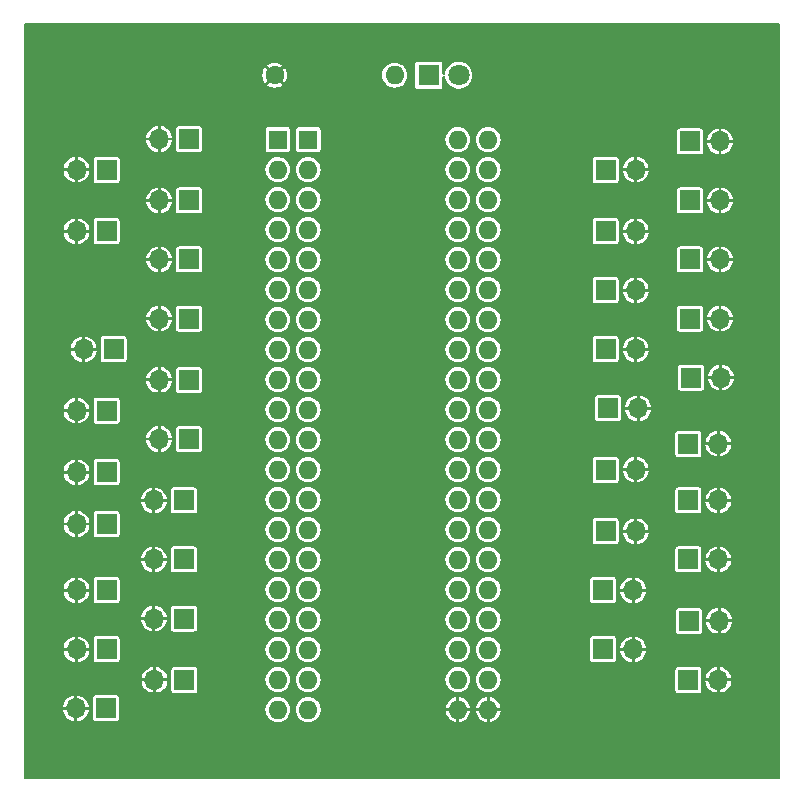
<source format=gbl>
%TF.GenerationSoftware,KiCad,Pcbnew,7.0.1*%
%TF.CreationDate,2023-06-14T21:40:41+02:00*%
%TF.ProjectId,6510_board,36353130-5f62-46f6-9172-642e6b696361,rev?*%
%TF.SameCoordinates,Original*%
%TF.FileFunction,Copper,L2,Bot*%
%TF.FilePolarity,Positive*%
%FSLAX46Y46*%
G04 Gerber Fmt 4.6, Leading zero omitted, Abs format (unit mm)*
G04 Created by KiCad (PCBNEW 7.0.1) date 2023-06-14 21:40:41*
%MOMM*%
%LPD*%
G01*
G04 APERTURE LIST*
%TA.AperFunction,ComponentPad*%
%ADD10R,1.700000X1.700000*%
%TD*%
%TA.AperFunction,ComponentPad*%
%ADD11O,1.700000X1.700000*%
%TD*%
%TA.AperFunction,ComponentPad*%
%ADD12R,1.600000X1.600000*%
%TD*%
%TA.AperFunction,ComponentPad*%
%ADD13O,1.600000X1.600000*%
%TD*%
%TA.AperFunction,ComponentPad*%
%ADD14C,1.600000*%
%TD*%
%TA.AperFunction,ComponentPad*%
%ADD15R,1.800000X1.800000*%
%TD*%
%TA.AperFunction,ComponentPad*%
%ADD16C,1.800000*%
%TD*%
%TA.AperFunction,ViaPad*%
%ADD17C,0.800000*%
%TD*%
G04 APERTURE END LIST*
D10*
%TO.P,J6,1,Pin_1*%
%TO.N,Net-(J6-Pin_1)*%
X42000000Y-108200000D03*
D11*
%TO.P,J6,2,Pin_2*%
%TO.N,GND*%
X39460000Y-108200000D03*
%TD*%
D10*
%TO.P,J16,1,Pin_1*%
%TO.N,Net-(J16-Pin_1)*%
X84260000Y-128600000D03*
D11*
%TO.P,J16,2,Pin_2*%
%TO.N,GND*%
X86800000Y-128600000D03*
%TD*%
D10*
%TO.P,J14,1,Pin_1*%
%TO.N,Net-(J14-Pin_1)*%
X77060000Y-126000000D03*
D11*
%TO.P,J14,2,Pin_2*%
%TO.N,GND*%
X79600000Y-126000000D03*
%TD*%
D10*
%TO.P,J25,1,Pin_1*%
%TO.N,Net-(J25-Pin_1)*%
X42000000Y-82800000D03*
D11*
%TO.P,J25,2,Pin_2*%
%TO.N,GND*%
X39460000Y-82800000D03*
%TD*%
D10*
%TO.P,J35,1,Pin_1*%
%TO.N,Net-(J35-Pin_1)*%
X84325000Y-123600000D03*
D11*
%TO.P,J35,2,Pin_2*%
%TO.N,GND*%
X86865000Y-123600000D03*
%TD*%
D10*
%TO.P,J29,1,Pin_1*%
%TO.N,Net-(J29-Pin_1)*%
X42000000Y-88000000D03*
D11*
%TO.P,J29,2,Pin_2*%
%TO.N,GND*%
X39460000Y-88000000D03*
%TD*%
D10*
%TO.P,J5,1,Pin_1*%
%TO.N,Net-(J5-Pin_1)*%
X35000000Y-111000000D03*
D11*
%TO.P,J5,2,Pin_2*%
%TO.N,GND*%
X32460000Y-111000000D03*
%TD*%
D10*
%TO.P,J22,1,Pin_1*%
%TO.N,Net-(J22-Pin_1)*%
X77260000Y-100600000D03*
D11*
%TO.P,J22,2,Pin_2*%
%TO.N,GND*%
X79800000Y-100600000D03*
%TD*%
D10*
%TO.P,J36,1,Pin_1*%
%TO.N,Net-(J36-Pin_1)*%
X77260000Y-116000000D03*
D11*
%TO.P,J36,2,Pin_2*%
%TO.N,GND*%
X79800000Y-116000000D03*
%TD*%
D10*
%TO.P,J37,1,Pin_1*%
%TO.N,Net-(J37-Pin_1)*%
X77260000Y-110800000D03*
D11*
%TO.P,J37,2,Pin_2*%
%TO.N,GND*%
X79800000Y-110800000D03*
%TD*%
D12*
%TO.P,U1,1,\u03D50*%
%TO.N,Net-(J25-Pin_1)*%
X49510000Y-82850000D03*
D13*
%TO.P,U1,2,RDY*%
%TO.N,Net-(J32-Pin_1)*%
X49510000Y-85390000D03*
%TO.P,U1,3,~{IRQ}*%
%TO.N,Net-(J29-Pin_1)*%
X49510000Y-87930000D03*
%TO.P,U1,4,~{NMI}*%
%TO.N,Net-(J30-Pin_1)*%
X49510000Y-90470000D03*
%TO.P,U1,5,AEC*%
%TO.N,Net-(J28-Pin_1)*%
X49510000Y-93010000D03*
%TO.P,U1,6,VCC*%
%TO.N,Net-(D1-A)*%
X49510000Y-95550000D03*
%TO.P,U1,7,A0*%
%TO.N,Net-(J1-Pin_1)*%
X49510000Y-98090000D03*
%TO.P,U1,8,A1*%
%TO.N,Net-(J2-Pin_1)*%
X49510000Y-100630000D03*
%TO.P,U1,9,A2*%
%TO.N,Net-(J4-Pin_1)*%
X49510000Y-103170000D03*
%TO.P,U1,10,A3*%
%TO.N,Net-(J3-Pin_1)*%
X49510000Y-105710000D03*
%TO.P,U1,11,A4*%
%TO.N,Net-(J6-Pin_1)*%
X49510000Y-108250000D03*
%TO.P,U1,12,A5*%
%TO.N,Net-(J5-Pin_1)*%
X49510000Y-110790000D03*
%TO.P,U1,13,A6*%
%TO.N,Net-(J11-Pin_1)*%
X49510000Y-113330000D03*
%TO.P,U1,14,A7*%
%TO.N,Net-(J8-Pin_1)*%
X49510000Y-115870000D03*
%TO.P,U1,15,A8*%
%TO.N,Net-(J10-Pin_1)*%
X49510000Y-118410000D03*
%TO.P,U1,16,A9*%
%TO.N,Net-(J7-Pin_1)*%
X49510000Y-120950000D03*
%TO.P,U1,17,A10*%
%TO.N,Net-(J12-Pin_1)*%
X49510000Y-123490000D03*
%TO.P,U1,18,A11*%
%TO.N,Net-(J9-Pin_1)*%
X49510000Y-126030000D03*
%TO.P,U1,19,A12*%
%TO.N,Net-(J15-Pin_1)*%
X49510000Y-128570000D03*
%TO.P,U1,20,A13*%
%TO.N,Net-(J13-Pin_1)*%
X49510000Y-131110000D03*
%TO.P,U1,21,VSS*%
%TO.N,GND*%
X64750000Y-131110000D03*
%TO.P,U1,22,A14*%
%TO.N,Net-(J16-Pin_1)*%
X64750000Y-128570000D03*
%TO.P,U1,23,A15*%
%TO.N,Net-(J14-Pin_1)*%
X64750000Y-126030000D03*
%TO.P,U1,24,P5*%
%TO.N,Net-(J35-Pin_1)*%
X64750000Y-123490000D03*
%TO.P,U1,25,P4*%
%TO.N,Net-(J38-Pin_1)*%
X64750000Y-120950000D03*
%TO.P,U1,26,P3*%
%TO.N,Net-(J33-Pin_1)*%
X64750000Y-118410000D03*
%TO.P,U1,27,P2*%
%TO.N,Net-(J36-Pin_1)*%
X64750000Y-115870000D03*
%TO.P,U1,28,P1*%
%TO.N,Net-(J34-Pin_1)*%
X64750000Y-113330000D03*
%TO.P,U1,29,P0*%
%TO.N,Net-(J37-Pin_1)*%
X64750000Y-110790000D03*
%TO.P,U1,30,D7*%
%TO.N,Net-(J20-Pin_1)*%
X64750000Y-108250000D03*
%TO.P,U1,31,D6*%
%TO.N,Net-(J24-Pin_1)*%
X64750000Y-105710000D03*
%TO.P,U1,32,D5*%
%TO.N,Net-(J18-Pin_1)*%
X64750000Y-103170000D03*
%TO.P,U1,33,D4*%
%TO.N,Net-(J22-Pin_1)*%
X64750000Y-100630000D03*
%TO.P,U1,34,D3*%
%TO.N,Net-(J19-Pin_1)*%
X64750000Y-98090000D03*
%TO.P,U1,35,D2*%
%TO.N,Net-(J23-Pin_1)*%
X64750000Y-95550000D03*
%TO.P,U1,36,D1*%
%TO.N,Net-(J17-Pin_1)*%
X64750000Y-93010000D03*
%TO.P,U1,37,D0*%
%TO.N,Net-(J21-Pin_1)*%
X64750000Y-90470000D03*
%TO.P,U1,38,R/~{W}*%
%TO.N,Net-(J31-Pin_1)*%
X64750000Y-87930000D03*
%TO.P,U1,39,\u03D52*%
%TO.N,Net-(J26-Pin_1)*%
X64750000Y-85390000D03*
%TO.P,U1,40,~{RES}*%
%TO.N,Net-(J27-Pin_1)*%
X64750000Y-82850000D03*
%TD*%
D10*
%TO.P,J20,1,Pin_1*%
%TO.N,Net-(J20-Pin_1)*%
X84260000Y-108600000D03*
D11*
%TO.P,J20,2,Pin_2*%
%TO.N,GND*%
X86800000Y-108600000D03*
%TD*%
D12*
%TO.P,U2,1,\u03D50*%
%TO.N,Net-(J25-Pin_1)*%
X52075000Y-82850000D03*
D13*
%TO.P,U2,2,RDY*%
%TO.N,Net-(J32-Pin_1)*%
X52075000Y-85390000D03*
%TO.P,U2,3,~{IRQ}*%
%TO.N,Net-(J29-Pin_1)*%
X52075000Y-87930000D03*
%TO.P,U2,4,~{NMI}*%
%TO.N,Net-(J30-Pin_1)*%
X52075000Y-90470000D03*
%TO.P,U2,5,AEC*%
%TO.N,Net-(J28-Pin_1)*%
X52075000Y-93010000D03*
%TO.P,U2,6,VCC*%
%TO.N,Net-(D1-A)*%
X52075000Y-95550000D03*
%TO.P,U2,7,A0*%
%TO.N,Net-(J1-Pin_1)*%
X52075000Y-98090000D03*
%TO.P,U2,8,A1*%
%TO.N,Net-(J2-Pin_1)*%
X52075000Y-100630000D03*
%TO.P,U2,9,A2*%
%TO.N,Net-(J4-Pin_1)*%
X52075000Y-103170000D03*
%TO.P,U2,10,A3*%
%TO.N,Net-(J3-Pin_1)*%
X52075000Y-105710000D03*
%TO.P,U2,11,A4*%
%TO.N,Net-(J6-Pin_1)*%
X52075000Y-108250000D03*
%TO.P,U2,12,A5*%
%TO.N,Net-(J5-Pin_1)*%
X52075000Y-110790000D03*
%TO.P,U2,13,A6*%
%TO.N,Net-(J11-Pin_1)*%
X52075000Y-113330000D03*
%TO.P,U2,14,A7*%
%TO.N,Net-(J8-Pin_1)*%
X52075000Y-115870000D03*
%TO.P,U2,15,A8*%
%TO.N,Net-(J10-Pin_1)*%
X52075000Y-118410000D03*
%TO.P,U2,16,A9*%
%TO.N,Net-(J7-Pin_1)*%
X52075000Y-120950000D03*
%TO.P,U2,17,A10*%
%TO.N,Net-(J12-Pin_1)*%
X52075000Y-123490000D03*
%TO.P,U2,18,A11*%
%TO.N,Net-(J9-Pin_1)*%
X52075000Y-126030000D03*
%TO.P,U2,19,A12*%
%TO.N,Net-(J15-Pin_1)*%
X52075000Y-128570000D03*
%TO.P,U2,20,A13*%
%TO.N,Net-(J13-Pin_1)*%
X52075000Y-131110000D03*
%TO.P,U2,21,VSS*%
%TO.N,GND*%
X67315000Y-131110000D03*
%TO.P,U2,22,A14*%
%TO.N,Net-(J16-Pin_1)*%
X67315000Y-128570000D03*
%TO.P,U2,23,A15*%
%TO.N,Net-(J14-Pin_1)*%
X67315000Y-126030000D03*
%TO.P,U2,24,P5*%
%TO.N,Net-(J35-Pin_1)*%
X67315000Y-123490000D03*
%TO.P,U2,25,P4*%
%TO.N,Net-(J38-Pin_1)*%
X67315000Y-120950000D03*
%TO.P,U2,26,P3*%
%TO.N,Net-(J33-Pin_1)*%
X67315000Y-118410000D03*
%TO.P,U2,27,P2*%
%TO.N,Net-(J36-Pin_1)*%
X67315000Y-115870000D03*
%TO.P,U2,28,P1*%
%TO.N,Net-(J34-Pin_1)*%
X67315000Y-113330000D03*
%TO.P,U2,29,P0*%
%TO.N,Net-(J37-Pin_1)*%
X67315000Y-110790000D03*
%TO.P,U2,30,D7*%
%TO.N,Net-(J20-Pin_1)*%
X67315000Y-108250000D03*
%TO.P,U2,31,D6*%
%TO.N,Net-(J24-Pin_1)*%
X67315000Y-105710000D03*
%TO.P,U2,32,D5*%
%TO.N,Net-(J18-Pin_1)*%
X67315000Y-103170000D03*
%TO.P,U2,33,D4*%
%TO.N,Net-(J22-Pin_1)*%
X67315000Y-100630000D03*
%TO.P,U2,34,D3*%
%TO.N,Net-(J19-Pin_1)*%
X67315000Y-98090000D03*
%TO.P,U2,35,D2*%
%TO.N,Net-(J23-Pin_1)*%
X67315000Y-95550000D03*
%TO.P,U2,36,D1*%
%TO.N,Net-(J17-Pin_1)*%
X67315000Y-93010000D03*
%TO.P,U2,37,D0*%
%TO.N,Net-(J21-Pin_1)*%
X67315000Y-90470000D03*
%TO.P,U2,38,R/~{W}*%
%TO.N,Net-(J31-Pin_1)*%
X67315000Y-87930000D03*
%TO.P,U2,39,\u03D52*%
%TO.N,Net-(J26-Pin_1)*%
X67315000Y-85390000D03*
%TO.P,U2,40,~{RES}*%
%TO.N,Net-(J27-Pin_1)*%
X67315000Y-82850000D03*
%TD*%
D10*
%TO.P,J18,1,Pin_1*%
%TO.N,Net-(J18-Pin_1)*%
X84460000Y-103000000D03*
D11*
%TO.P,J18,2,Pin_2*%
%TO.N,GND*%
X87000000Y-103000000D03*
%TD*%
D10*
%TO.P,J34,1,Pin_1*%
%TO.N,Net-(J34-Pin_1)*%
X84260000Y-113400000D03*
D11*
%TO.P,J34,2,Pin_2*%
%TO.N,GND*%
X86800000Y-113400000D03*
%TD*%
D10*
%TO.P,J33,1,Pin_1*%
%TO.N,Net-(J33-Pin_1)*%
X84260000Y-118400000D03*
D11*
%TO.P,J33,2,Pin_2*%
%TO.N,GND*%
X86800000Y-118400000D03*
%TD*%
D10*
%TO.P,J31,1,Pin_1*%
%TO.N,Net-(J31-Pin_1)*%
X84400000Y-88000000D03*
D11*
%TO.P,J31,2,Pin_2*%
%TO.N,GND*%
X86940000Y-88000000D03*
%TD*%
D10*
%TO.P,J9,1,Pin_1*%
%TO.N,Net-(J9-Pin_1)*%
X35000000Y-126000000D03*
D11*
%TO.P,J9,2,Pin_2*%
%TO.N,GND*%
X32460000Y-126000000D03*
%TD*%
D10*
%TO.P,J17,1,Pin_1*%
%TO.N,Net-(J17-Pin_1)*%
X84400000Y-93000000D03*
D11*
%TO.P,J17,2,Pin_2*%
%TO.N,GND*%
X86940000Y-93000000D03*
%TD*%
D10*
%TO.P,J23,1,Pin_1*%
%TO.N,Net-(J23-Pin_1)*%
X77260000Y-95600000D03*
D11*
%TO.P,J23,2,Pin_2*%
%TO.N,GND*%
X79800000Y-95600000D03*
%TD*%
D10*
%TO.P,J8,1,Pin_1*%
%TO.N,Net-(J8-Pin_1)*%
X35000000Y-115400000D03*
D11*
%TO.P,J8,2,Pin_2*%
%TO.N,GND*%
X32460000Y-115400000D03*
%TD*%
D10*
%TO.P,J28,1,Pin_1*%
%TO.N,Net-(J28-Pin_1)*%
X42000000Y-93000000D03*
D11*
%TO.P,J28,2,Pin_2*%
%TO.N,GND*%
X39460000Y-93000000D03*
%TD*%
D14*
%TO.P,R1,1*%
%TO.N,GND*%
X49240000Y-77400000D03*
D13*
%TO.P,R1,2*%
%TO.N,Net-(D1-K)*%
X59400000Y-77400000D03*
%TD*%
D10*
%TO.P,J3,1,Pin_1*%
%TO.N,Net-(J3-Pin_1)*%
X35000000Y-105800000D03*
D11*
%TO.P,J3,2,Pin_2*%
%TO.N,GND*%
X32460000Y-105800000D03*
%TD*%
D10*
%TO.P,J27,1,Pin_1*%
%TO.N,Net-(J27-Pin_1)*%
X84400000Y-83000000D03*
D11*
%TO.P,J27,2,Pin_2*%
%TO.N,GND*%
X86940000Y-83000000D03*
%TD*%
D10*
%TO.P,J7,1,Pin_1*%
%TO.N,Net-(J7-Pin_1)*%
X35000000Y-121000000D03*
D11*
%TO.P,J7,2,Pin_2*%
%TO.N,GND*%
X32460000Y-121000000D03*
%TD*%
D10*
%TO.P,J1,1,Pin_1*%
%TO.N,Net-(J1-Pin_1)*%
X42000000Y-98000000D03*
D11*
%TO.P,J1,2,Pin_2*%
%TO.N,GND*%
X39460000Y-98000000D03*
%TD*%
D10*
%TO.P,J12,1,Pin_1*%
%TO.N,Net-(J12-Pin_1)*%
X41540000Y-123400000D03*
D11*
%TO.P,J12,2,Pin_2*%
%TO.N,GND*%
X39000000Y-123400000D03*
%TD*%
D10*
%TO.P,J19,1,Pin_1*%
%TO.N,Net-(J19-Pin_1)*%
X84400000Y-98000000D03*
D11*
%TO.P,J19,2,Pin_2*%
%TO.N,GND*%
X86940000Y-98000000D03*
%TD*%
D15*
%TO.P,D1,1,K*%
%TO.N,Net-(D1-K)*%
X62280000Y-77400000D03*
D16*
%TO.P,D1,2,A*%
%TO.N,Net-(D1-A)*%
X64820000Y-77400000D03*
%TD*%
D10*
%TO.P,J4,1,Pin_1*%
%TO.N,Net-(J4-Pin_1)*%
X42000000Y-103200000D03*
D11*
%TO.P,J4,2,Pin_2*%
%TO.N,GND*%
X39460000Y-103200000D03*
%TD*%
D10*
%TO.P,J11,1,Pin_1*%
%TO.N,Net-(J11-Pin_1)*%
X41540000Y-113400000D03*
D11*
%TO.P,J11,2,Pin_2*%
%TO.N,GND*%
X39000000Y-113400000D03*
%TD*%
D10*
%TO.P,J15,1,Pin_1*%
%TO.N,Net-(J15-Pin_1)*%
X41600000Y-128600000D03*
D11*
%TO.P,J15,2,Pin_2*%
%TO.N,GND*%
X39060000Y-128600000D03*
%TD*%
D10*
%TO.P,J10,1,Pin_1*%
%TO.N,Net-(J10-Pin_1)*%
X41540000Y-118400000D03*
D11*
%TO.P,J10,2,Pin_2*%
%TO.N,GND*%
X39000000Y-118400000D03*
%TD*%
D10*
%TO.P,J24,1,Pin_1*%
%TO.N,Net-(J24-Pin_1)*%
X77460000Y-105600000D03*
D11*
%TO.P,J24,2,Pin_2*%
%TO.N,GND*%
X80000000Y-105600000D03*
%TD*%
D10*
%TO.P,J32,1,Pin_1*%
%TO.N,Net-(J32-Pin_1)*%
X35000000Y-85400000D03*
D11*
%TO.P,J32,2,Pin_2*%
%TO.N,GND*%
X32460000Y-85400000D03*
%TD*%
D10*
%TO.P,J13,1,Pin_1*%
%TO.N,Net-(J13-Pin_1)*%
X34940000Y-131000000D03*
D11*
%TO.P,J13,2,Pin_2*%
%TO.N,GND*%
X32400000Y-131000000D03*
%TD*%
D10*
%TO.P,J2,1,Pin_1*%
%TO.N,Net-(J2-Pin_1)*%
X35600000Y-100600000D03*
D11*
%TO.P,J2,2,Pin_2*%
%TO.N,GND*%
X33060000Y-100600000D03*
%TD*%
D10*
%TO.P,J21,1,Pin_1*%
%TO.N,Net-(J21-Pin_1)*%
X77260000Y-90600000D03*
D11*
%TO.P,J21,2,Pin_2*%
%TO.N,GND*%
X79800000Y-90600000D03*
%TD*%
D10*
%TO.P,J26,1,Pin_1*%
%TO.N,Net-(J26-Pin_1)*%
X77260000Y-85400000D03*
D11*
%TO.P,J26,2,Pin_2*%
%TO.N,GND*%
X79800000Y-85400000D03*
%TD*%
D10*
%TO.P,J30,1,Pin_1*%
%TO.N,Net-(J30-Pin_1)*%
X35000000Y-90600000D03*
D11*
%TO.P,J30,2,Pin_2*%
%TO.N,GND*%
X32460000Y-90600000D03*
%TD*%
D10*
%TO.P,J38,1,Pin_1*%
%TO.N,Net-(J38-Pin_1)*%
X77060000Y-121000000D03*
D11*
%TO.P,J38,2,Pin_2*%
%TO.N,GND*%
X79600000Y-121000000D03*
%TD*%
D17*
%TO.N,GND*%
X90000000Y-77500000D03*
X75000000Y-135000000D03*
X90000000Y-90000000D03*
X60000000Y-135000000D03*
X90000000Y-102500000D03*
X75000000Y-75000000D03*
X90000000Y-110000000D03*
X62500000Y-135000000D03*
X90000000Y-130000000D03*
X30000000Y-87500000D03*
X65000000Y-135000000D03*
X30000000Y-97500000D03*
X67500000Y-135000000D03*
X90000000Y-92500000D03*
X90000000Y-97500000D03*
X67500000Y-75000000D03*
X60000000Y-75000000D03*
X32500000Y-75000000D03*
X55000000Y-75000000D03*
X90000000Y-125000000D03*
X90000000Y-120000000D03*
X30000000Y-122500000D03*
X90000000Y-127500000D03*
X62500000Y-75000000D03*
X30000000Y-117500000D03*
X90000000Y-112500000D03*
X90000000Y-75000000D03*
X30000000Y-100000000D03*
X32500000Y-135000000D03*
X40000000Y-75000000D03*
X52500000Y-75000000D03*
X30000000Y-120000000D03*
X30000000Y-132500000D03*
X52500000Y-135000000D03*
X30000000Y-107500000D03*
X77500000Y-135000000D03*
X30000000Y-90000000D03*
X50000000Y-135000000D03*
X30000000Y-102500000D03*
X80000000Y-75000000D03*
X47500000Y-75000000D03*
X30000000Y-80000000D03*
X30000000Y-130000000D03*
X35000000Y-75000000D03*
X42500000Y-75000000D03*
X30000000Y-95000000D03*
X37500000Y-135000000D03*
X50000000Y-75000000D03*
X90000000Y-85000000D03*
X30000000Y-115000000D03*
X70000000Y-75000000D03*
X57500000Y-135000000D03*
X30000000Y-112500000D03*
X45000000Y-75000000D03*
X30000000Y-75000000D03*
X45000000Y-135000000D03*
X30000000Y-127500000D03*
X30000000Y-92500000D03*
X30000000Y-135000000D03*
X30000000Y-77500000D03*
X72500000Y-135000000D03*
X90000000Y-122500000D03*
X90000000Y-132500000D03*
X77500000Y-75000000D03*
X85000000Y-135000000D03*
X47500000Y-135000000D03*
X57500000Y-75000000D03*
X90000000Y-135000000D03*
X30000000Y-82500000D03*
X40000000Y-135000000D03*
X90000000Y-105000000D03*
X55000000Y-135000000D03*
X90000000Y-117500000D03*
X85000000Y-75000000D03*
X30000000Y-105000000D03*
X30000000Y-110000000D03*
X70000000Y-135000000D03*
X82500000Y-75000000D03*
X42500000Y-135000000D03*
X35000000Y-135000000D03*
X90000000Y-100000000D03*
X82500000Y-135000000D03*
X90000000Y-82500000D03*
X72500000Y-75000000D03*
X90000000Y-107500000D03*
X87500000Y-135000000D03*
X90000000Y-80000000D03*
X80000000Y-135000000D03*
X30000000Y-125000000D03*
X37500000Y-75000000D03*
X90000000Y-87500000D03*
X87500000Y-75000000D03*
X65000000Y-75000000D03*
X90000000Y-115000000D03*
X30000000Y-85000000D03*
X90000000Y-95000000D03*
%TD*%
%TA.AperFunction,Conductor*%
%TO.N,GND*%
G36*
X91937500Y-73017113D02*
G01*
X91982887Y-73062500D01*
X91999500Y-73124500D01*
X91999500Y-136875500D01*
X91982887Y-136937500D01*
X91937500Y-136982887D01*
X91875500Y-136999500D01*
X28124500Y-136999500D01*
X28062500Y-136982887D01*
X28017113Y-136937500D01*
X28000500Y-136875500D01*
X28000500Y-131125000D01*
X31306870Y-131125000D01*
X31314096Y-131202992D01*
X31369885Y-131399068D01*
X31460751Y-131581553D01*
X31583607Y-131744241D01*
X31734259Y-131881578D01*
X31907588Y-131988899D01*
X32097679Y-132062540D01*
X32275000Y-132095687D01*
X32275000Y-131125000D01*
X32525000Y-131125000D01*
X32525000Y-132095687D01*
X32702320Y-132062540D01*
X32892411Y-131988899D01*
X33065740Y-131881578D01*
X33073312Y-131874675D01*
X33839500Y-131874675D01*
X33854033Y-131947738D01*
X33854033Y-131947739D01*
X33854034Y-131947740D01*
X33909399Y-132030601D01*
X33992260Y-132085966D01*
X34028793Y-132093233D01*
X34065325Y-132100500D01*
X34065326Y-132100500D01*
X35814674Y-132100500D01*
X35814675Y-132100500D01*
X35839029Y-132095655D01*
X35887740Y-132085966D01*
X35970601Y-132030601D01*
X36025966Y-131947740D01*
X36040500Y-131874674D01*
X36040500Y-131109999D01*
X48454417Y-131109999D01*
X48474699Y-131315932D01*
X48474700Y-131315934D01*
X48534768Y-131513954D01*
X48632315Y-131696450D01*
X48671536Y-131744241D01*
X48763589Y-131856410D01*
X48794257Y-131881578D01*
X48923550Y-131987685D01*
X49106046Y-132085232D01*
X49304066Y-132145300D01*
X49510000Y-132165583D01*
X49715934Y-132145300D01*
X49913954Y-132085232D01*
X50096450Y-131987685D01*
X50256410Y-131856410D01*
X50387685Y-131696450D01*
X50485232Y-131513954D01*
X50545300Y-131315934D01*
X50565583Y-131110000D01*
X50565583Y-131109999D01*
X51019417Y-131109999D01*
X51039699Y-131315932D01*
X51039700Y-131315934D01*
X51099768Y-131513954D01*
X51197315Y-131696450D01*
X51236536Y-131744241D01*
X51328589Y-131856410D01*
X51359257Y-131881578D01*
X51488550Y-131987685D01*
X51671046Y-132085232D01*
X51869066Y-132145300D01*
X52075000Y-132165583D01*
X52280934Y-132145300D01*
X52478954Y-132085232D01*
X52661450Y-131987685D01*
X52821410Y-131856410D01*
X52952685Y-131696450D01*
X53050232Y-131513954D01*
X53110300Y-131315934D01*
X53118271Y-131235000D01*
X63707230Y-131235000D01*
X63715191Y-131315834D01*
X63775233Y-131513764D01*
X63872731Y-131696171D01*
X64003945Y-131856054D01*
X64163828Y-131987268D01*
X64346235Y-132084766D01*
X64544165Y-132144808D01*
X64625000Y-132152770D01*
X64625000Y-131235000D01*
X64875000Y-131235000D01*
X64875000Y-132152770D01*
X64955834Y-132144808D01*
X65153764Y-132084766D01*
X65336171Y-131987268D01*
X65496054Y-131856054D01*
X65627268Y-131696171D01*
X65724766Y-131513764D01*
X65784808Y-131315834D01*
X65792770Y-131235000D01*
X66272230Y-131235000D01*
X66280191Y-131315834D01*
X66340233Y-131513764D01*
X66437731Y-131696171D01*
X66568945Y-131856054D01*
X66728828Y-131987268D01*
X66911235Y-132084766D01*
X67109165Y-132144808D01*
X67190000Y-132152770D01*
X67190000Y-131235000D01*
X67440000Y-131235000D01*
X67440000Y-132152770D01*
X67520834Y-132144808D01*
X67718764Y-132084766D01*
X67901171Y-131987268D01*
X68061054Y-131856054D01*
X68192268Y-131696171D01*
X68289766Y-131513764D01*
X68349808Y-131315834D01*
X68357770Y-131235000D01*
X67440000Y-131235000D01*
X67190000Y-131235000D01*
X66272230Y-131235000D01*
X65792770Y-131235000D01*
X64875000Y-131235000D01*
X64625000Y-131235000D01*
X63707230Y-131235000D01*
X53118271Y-131235000D01*
X53130583Y-131110000D01*
X53118271Y-130985000D01*
X63707229Y-130985000D01*
X64625000Y-130985000D01*
X64625000Y-130067229D01*
X64874999Y-130067229D01*
X64875000Y-130067230D01*
X64875000Y-130985000D01*
X65792770Y-130985000D01*
X66272229Y-130985000D01*
X67190000Y-130985000D01*
X67190000Y-130067229D01*
X67439999Y-130067229D01*
X67440000Y-130067230D01*
X67440000Y-130985000D01*
X68357770Y-130985000D01*
X68349808Y-130904165D01*
X68289766Y-130706235D01*
X68192268Y-130523828D01*
X68061054Y-130363945D01*
X67901171Y-130232731D01*
X67718764Y-130135233D01*
X67520834Y-130075191D01*
X67439999Y-130067229D01*
X67190000Y-130067229D01*
X67109165Y-130075191D01*
X66911235Y-130135233D01*
X66728828Y-130232731D01*
X66568945Y-130363945D01*
X66437731Y-130523828D01*
X66340233Y-130706235D01*
X66280191Y-130904165D01*
X66272229Y-130985000D01*
X65792770Y-130985000D01*
X65784808Y-130904165D01*
X65724766Y-130706235D01*
X65627268Y-130523828D01*
X65496054Y-130363945D01*
X65336171Y-130232731D01*
X65153764Y-130135233D01*
X64955834Y-130075191D01*
X64874999Y-130067229D01*
X64625000Y-130067229D01*
X64544165Y-130075191D01*
X64346235Y-130135233D01*
X64163828Y-130232731D01*
X64003945Y-130363945D01*
X63872731Y-130523828D01*
X63775233Y-130706235D01*
X63715191Y-130904165D01*
X63707229Y-130985000D01*
X53118271Y-130985000D01*
X53110300Y-130904066D01*
X53050232Y-130706046D01*
X52952685Y-130523550D01*
X52866429Y-130418446D01*
X52821410Y-130363589D01*
X52723952Y-130283609D01*
X52661450Y-130232315D01*
X52478954Y-130134768D01*
X52379943Y-130104733D01*
X52280932Y-130074699D01*
X52075000Y-130054417D01*
X51869067Y-130074699D01*
X51671043Y-130134769D01*
X51488551Y-130232314D01*
X51328589Y-130363589D01*
X51197314Y-130523551D01*
X51099769Y-130706043D01*
X51039699Y-130904067D01*
X51019417Y-131109999D01*
X50565583Y-131109999D01*
X50545300Y-130904066D01*
X50485232Y-130706046D01*
X50387685Y-130523550D01*
X50301429Y-130418446D01*
X50256410Y-130363589D01*
X50158952Y-130283609D01*
X50096450Y-130232315D01*
X49913954Y-130134768D01*
X49814943Y-130104733D01*
X49715932Y-130074699D01*
X49510000Y-130054417D01*
X49304067Y-130074699D01*
X49106043Y-130134769D01*
X48923551Y-130232314D01*
X48763589Y-130363589D01*
X48632314Y-130523551D01*
X48534769Y-130706043D01*
X48474699Y-130904067D01*
X48454417Y-131109999D01*
X36040500Y-131109999D01*
X36040500Y-130125326D01*
X36039126Y-130118421D01*
X36028944Y-130067230D01*
X36025966Y-130052260D01*
X35970601Y-129969399D01*
X35887740Y-129914034D01*
X35887739Y-129914033D01*
X35887738Y-129914033D01*
X35814675Y-129899500D01*
X35814674Y-129899500D01*
X34065326Y-129899500D01*
X34065325Y-129899500D01*
X33992261Y-129914033D01*
X33909399Y-129969399D01*
X33854033Y-130052261D01*
X33839500Y-130125325D01*
X33839500Y-131874675D01*
X33073312Y-131874675D01*
X33216392Y-131744241D01*
X33339248Y-131581553D01*
X33430114Y-131399068D01*
X33485903Y-131202992D01*
X33493130Y-131125000D01*
X32525000Y-131125000D01*
X32275000Y-131125000D01*
X31306870Y-131125000D01*
X28000500Y-131125000D01*
X28000500Y-130874999D01*
X31306869Y-130874999D01*
X31306870Y-130875000D01*
X32275000Y-130875000D01*
X32275000Y-129904312D01*
X32524999Y-129904312D01*
X32525000Y-129904313D01*
X32525000Y-130875000D01*
X33493130Y-130875000D01*
X33493130Y-130874999D01*
X33485903Y-130797007D01*
X33430114Y-130600931D01*
X33339248Y-130418446D01*
X33216392Y-130255758D01*
X33065740Y-130118421D01*
X32892411Y-130011100D01*
X32702320Y-129937459D01*
X32524999Y-129904312D01*
X32275000Y-129904312D01*
X32097679Y-129937459D01*
X31907588Y-130011100D01*
X31734259Y-130118421D01*
X31583607Y-130255758D01*
X31460751Y-130418446D01*
X31369885Y-130600931D01*
X31314096Y-130797007D01*
X31306869Y-130874999D01*
X28000500Y-130874999D01*
X28000500Y-128725000D01*
X37966870Y-128725000D01*
X37974096Y-128802992D01*
X38029885Y-128999068D01*
X38120751Y-129181553D01*
X38243607Y-129344241D01*
X38394259Y-129481578D01*
X38567588Y-129588899D01*
X38757679Y-129662540D01*
X38935000Y-129695687D01*
X38935000Y-128725000D01*
X39185000Y-128725000D01*
X39185000Y-129695687D01*
X39362320Y-129662540D01*
X39552411Y-129588899D01*
X39725740Y-129481578D01*
X39733312Y-129474675D01*
X40499500Y-129474675D01*
X40514033Y-129547738D01*
X40514033Y-129547739D01*
X40514034Y-129547740D01*
X40569399Y-129630601D01*
X40652260Y-129685966D01*
X40688792Y-129693232D01*
X40725325Y-129700500D01*
X40725326Y-129700500D01*
X42474674Y-129700500D01*
X42474675Y-129700500D01*
X42499029Y-129695655D01*
X42547740Y-129685966D01*
X42630601Y-129630601D01*
X42685966Y-129547740D01*
X42700500Y-129474674D01*
X42700500Y-128570000D01*
X48454417Y-128570000D01*
X48474699Y-128775932D01*
X48474700Y-128775934D01*
X48534768Y-128973954D01*
X48632315Y-129156450D01*
X48683609Y-129218952D01*
X48763589Y-129316410D01*
X48797502Y-129344241D01*
X48923550Y-129447685D01*
X49106046Y-129545232D01*
X49304066Y-129605300D01*
X49510000Y-129625583D01*
X49715934Y-129605300D01*
X49913954Y-129545232D01*
X50096450Y-129447685D01*
X50256410Y-129316410D01*
X50387685Y-129156450D01*
X50485232Y-128973954D01*
X50545300Y-128775934D01*
X50565583Y-128570000D01*
X51019417Y-128570000D01*
X51039699Y-128775932D01*
X51039700Y-128775934D01*
X51099768Y-128973954D01*
X51197315Y-129156450D01*
X51248609Y-129218952D01*
X51328589Y-129316410D01*
X51362502Y-129344241D01*
X51488550Y-129447685D01*
X51671046Y-129545232D01*
X51869066Y-129605300D01*
X52075000Y-129625583D01*
X52280934Y-129605300D01*
X52478954Y-129545232D01*
X52661450Y-129447685D01*
X52821410Y-129316410D01*
X52952685Y-129156450D01*
X53050232Y-128973954D01*
X53110300Y-128775934D01*
X53130583Y-128570000D01*
X63694417Y-128570000D01*
X63714699Y-128775932D01*
X63714700Y-128775934D01*
X63774768Y-128973954D01*
X63872315Y-129156450D01*
X63923609Y-129218952D01*
X64003589Y-129316410D01*
X64037502Y-129344241D01*
X64163550Y-129447685D01*
X64346046Y-129545232D01*
X64544066Y-129605300D01*
X64750000Y-129625583D01*
X64955934Y-129605300D01*
X65153954Y-129545232D01*
X65336450Y-129447685D01*
X65496410Y-129316410D01*
X65627685Y-129156450D01*
X65725232Y-128973954D01*
X65785300Y-128775934D01*
X65805583Y-128570000D01*
X66259417Y-128570000D01*
X66279699Y-128775932D01*
X66279700Y-128775934D01*
X66339768Y-128973954D01*
X66437315Y-129156450D01*
X66488609Y-129218952D01*
X66568589Y-129316410D01*
X66602502Y-129344241D01*
X66728550Y-129447685D01*
X66911046Y-129545232D01*
X67109066Y-129605300D01*
X67315000Y-129625583D01*
X67520934Y-129605300D01*
X67718954Y-129545232D01*
X67850956Y-129474675D01*
X83159500Y-129474675D01*
X83174033Y-129547738D01*
X83174033Y-129547739D01*
X83174034Y-129547740D01*
X83229399Y-129630601D01*
X83312260Y-129685966D01*
X83348792Y-129693232D01*
X83385325Y-129700500D01*
X83385326Y-129700500D01*
X85134674Y-129700500D01*
X85134675Y-129700500D01*
X85159029Y-129695655D01*
X85207740Y-129685966D01*
X85290601Y-129630601D01*
X85345966Y-129547740D01*
X85360500Y-129474674D01*
X85360500Y-128725000D01*
X85706870Y-128725000D01*
X85714096Y-128802992D01*
X85769885Y-128999068D01*
X85860751Y-129181553D01*
X85983607Y-129344241D01*
X86134259Y-129481578D01*
X86307588Y-129588899D01*
X86497679Y-129662540D01*
X86675000Y-129695687D01*
X86675000Y-128725000D01*
X86925000Y-128725000D01*
X86925000Y-129695687D01*
X87102320Y-129662540D01*
X87292411Y-129588899D01*
X87465740Y-129481578D01*
X87616392Y-129344241D01*
X87739248Y-129181553D01*
X87830114Y-128999068D01*
X87885903Y-128802992D01*
X87893130Y-128725000D01*
X86925000Y-128725000D01*
X86675000Y-128725000D01*
X85706870Y-128725000D01*
X85360500Y-128725000D01*
X85360500Y-128474999D01*
X85706869Y-128474999D01*
X85706870Y-128475000D01*
X86675000Y-128475000D01*
X86675000Y-127504313D01*
X86925000Y-127504313D01*
X86925000Y-128475000D01*
X87893130Y-128475000D01*
X87893130Y-128474999D01*
X87885903Y-128397007D01*
X87830114Y-128200931D01*
X87739248Y-128018446D01*
X87616392Y-127855758D01*
X87465740Y-127718421D01*
X87292411Y-127611100D01*
X87102320Y-127537459D01*
X86925000Y-127504313D01*
X86675000Y-127504313D01*
X86675000Y-127504312D01*
X86497679Y-127537459D01*
X86307588Y-127611100D01*
X86134259Y-127718421D01*
X85983607Y-127855758D01*
X85860751Y-128018446D01*
X85769885Y-128200931D01*
X85714096Y-128397007D01*
X85706869Y-128474999D01*
X85360500Y-128474999D01*
X85360500Y-127725326D01*
X85359126Y-127718421D01*
X85345966Y-127652261D01*
X85345966Y-127652260D01*
X85290601Y-127569399D01*
X85207740Y-127514034D01*
X85207739Y-127514033D01*
X85207738Y-127514033D01*
X85134675Y-127499500D01*
X85134674Y-127499500D01*
X83385326Y-127499500D01*
X83385325Y-127499500D01*
X83312261Y-127514033D01*
X83229399Y-127569399D01*
X83174033Y-127652261D01*
X83159500Y-127725325D01*
X83159500Y-129474675D01*
X67850956Y-129474675D01*
X67901450Y-129447685D01*
X68061410Y-129316410D01*
X68192685Y-129156450D01*
X68290232Y-128973954D01*
X68350300Y-128775934D01*
X68370583Y-128570000D01*
X68350300Y-128364066D01*
X68290232Y-128166046D01*
X68192685Y-127983550D01*
X68127047Y-127903569D01*
X68061410Y-127823589D01*
X67933260Y-127718421D01*
X67901450Y-127692315D01*
X67718954Y-127594768D01*
X67619943Y-127564733D01*
X67520932Y-127534699D01*
X67315000Y-127514417D01*
X67109067Y-127534699D01*
X66911043Y-127594769D01*
X66728551Y-127692314D01*
X66568589Y-127823589D01*
X66437314Y-127983551D01*
X66339769Y-128166043D01*
X66279699Y-128364067D01*
X66259417Y-128570000D01*
X65805583Y-128570000D01*
X65785300Y-128364066D01*
X65725232Y-128166046D01*
X65627685Y-127983550D01*
X65562047Y-127903569D01*
X65496410Y-127823589D01*
X65368260Y-127718421D01*
X65336450Y-127692315D01*
X65153954Y-127594768D01*
X65054943Y-127564733D01*
X64955932Y-127534699D01*
X64750000Y-127514417D01*
X64544067Y-127534699D01*
X64346043Y-127594769D01*
X64163551Y-127692314D01*
X64003589Y-127823589D01*
X63872314Y-127983551D01*
X63774769Y-128166043D01*
X63714699Y-128364067D01*
X63694417Y-128570000D01*
X53130583Y-128570000D01*
X53110300Y-128364066D01*
X53050232Y-128166046D01*
X52952685Y-127983550D01*
X52887047Y-127903569D01*
X52821410Y-127823589D01*
X52693260Y-127718421D01*
X52661450Y-127692315D01*
X52478954Y-127594768D01*
X52379943Y-127564733D01*
X52280932Y-127534699D01*
X52075000Y-127514417D01*
X51869067Y-127534699D01*
X51671043Y-127594769D01*
X51488551Y-127692314D01*
X51328589Y-127823589D01*
X51197314Y-127983551D01*
X51099769Y-128166043D01*
X51039699Y-128364067D01*
X51019417Y-128570000D01*
X50565583Y-128570000D01*
X50545300Y-128364066D01*
X50485232Y-128166046D01*
X50387685Y-127983550D01*
X50322047Y-127903569D01*
X50256410Y-127823589D01*
X50128260Y-127718421D01*
X50096450Y-127692315D01*
X49913954Y-127594768D01*
X49814943Y-127564733D01*
X49715932Y-127534699D01*
X49510000Y-127514417D01*
X49304067Y-127534699D01*
X49106043Y-127594769D01*
X48923551Y-127692314D01*
X48763589Y-127823589D01*
X48632314Y-127983551D01*
X48534769Y-128166043D01*
X48474699Y-128364067D01*
X48454417Y-128570000D01*
X42700500Y-128570000D01*
X42700500Y-127725326D01*
X42699126Y-127718421D01*
X42685966Y-127652261D01*
X42685966Y-127652260D01*
X42630601Y-127569399D01*
X42547740Y-127514034D01*
X42547739Y-127514033D01*
X42547738Y-127514033D01*
X42474675Y-127499500D01*
X42474674Y-127499500D01*
X40725326Y-127499500D01*
X40725325Y-127499500D01*
X40652261Y-127514033D01*
X40569399Y-127569399D01*
X40514033Y-127652261D01*
X40499500Y-127725325D01*
X40499500Y-129474675D01*
X39733312Y-129474675D01*
X39876392Y-129344241D01*
X39999248Y-129181553D01*
X40090114Y-128999068D01*
X40145903Y-128802992D01*
X40153130Y-128725000D01*
X39185000Y-128725000D01*
X38935000Y-128725000D01*
X37966870Y-128725000D01*
X28000500Y-128725000D01*
X28000500Y-128474999D01*
X37966869Y-128474999D01*
X37966870Y-128475000D01*
X38935000Y-128475000D01*
X38935000Y-127504312D01*
X39184999Y-127504312D01*
X39185000Y-127504313D01*
X39185000Y-128475000D01*
X40153130Y-128475000D01*
X40153130Y-128474999D01*
X40145903Y-128397007D01*
X40090114Y-128200931D01*
X39999248Y-128018446D01*
X39876392Y-127855758D01*
X39725740Y-127718421D01*
X39552411Y-127611100D01*
X39362320Y-127537459D01*
X39184999Y-127504312D01*
X38935000Y-127504312D01*
X38757679Y-127537459D01*
X38567588Y-127611100D01*
X38394259Y-127718421D01*
X38243607Y-127855758D01*
X38120751Y-128018446D01*
X38029885Y-128200931D01*
X37974096Y-128397007D01*
X37966869Y-128474999D01*
X28000500Y-128474999D01*
X28000500Y-126125000D01*
X31366870Y-126125000D01*
X31374096Y-126202992D01*
X31429885Y-126399068D01*
X31520751Y-126581553D01*
X31643607Y-126744241D01*
X31794259Y-126881578D01*
X31967588Y-126988899D01*
X32157679Y-127062540D01*
X32335000Y-127095687D01*
X32335000Y-126125000D01*
X32585000Y-126125000D01*
X32585000Y-127095687D01*
X32762320Y-127062540D01*
X32952411Y-126988899D01*
X33125740Y-126881578D01*
X33133312Y-126874675D01*
X33899500Y-126874675D01*
X33914033Y-126947738D01*
X33914033Y-126947739D01*
X33914034Y-126947740D01*
X33969399Y-127030601D01*
X34052260Y-127085966D01*
X34088792Y-127093232D01*
X34125325Y-127100500D01*
X34125326Y-127100500D01*
X35874674Y-127100500D01*
X35874675Y-127100500D01*
X35899029Y-127095655D01*
X35947740Y-127085966D01*
X36030601Y-127030601D01*
X36085966Y-126947740D01*
X36100500Y-126874674D01*
X36100500Y-126029999D01*
X48454417Y-126029999D01*
X48474699Y-126235932D01*
X48474700Y-126235934D01*
X48534768Y-126433954D01*
X48632315Y-126616450D01*
X48683609Y-126678952D01*
X48763589Y-126776410D01*
X48843570Y-126842047D01*
X48923550Y-126907685D01*
X49106046Y-127005232D01*
X49304066Y-127065300D01*
X49510000Y-127085583D01*
X49715934Y-127065300D01*
X49913954Y-127005232D01*
X50096450Y-126907685D01*
X50256410Y-126776410D01*
X50387685Y-126616450D01*
X50485232Y-126433954D01*
X50545300Y-126235934D01*
X50565583Y-126030000D01*
X50565583Y-126029999D01*
X51019417Y-126029999D01*
X51039699Y-126235932D01*
X51039700Y-126235934D01*
X51099768Y-126433954D01*
X51197315Y-126616450D01*
X51248609Y-126678952D01*
X51328589Y-126776410D01*
X51408570Y-126842047D01*
X51488550Y-126907685D01*
X51671046Y-127005232D01*
X51869066Y-127065300D01*
X52075000Y-127085583D01*
X52280934Y-127065300D01*
X52478954Y-127005232D01*
X52661450Y-126907685D01*
X52821410Y-126776410D01*
X52952685Y-126616450D01*
X53050232Y-126433954D01*
X53110300Y-126235934D01*
X53130583Y-126030000D01*
X53130583Y-126029999D01*
X63694417Y-126029999D01*
X63714699Y-126235932D01*
X63714700Y-126235934D01*
X63774768Y-126433954D01*
X63872315Y-126616450D01*
X63923609Y-126678952D01*
X64003589Y-126776410D01*
X64083570Y-126842047D01*
X64163550Y-126907685D01*
X64346046Y-127005232D01*
X64544066Y-127065300D01*
X64750000Y-127085583D01*
X64955934Y-127065300D01*
X65153954Y-127005232D01*
X65336450Y-126907685D01*
X65496410Y-126776410D01*
X65627685Y-126616450D01*
X65725232Y-126433954D01*
X65785300Y-126235934D01*
X65805583Y-126030000D01*
X65805583Y-126029999D01*
X66259417Y-126029999D01*
X66279699Y-126235932D01*
X66279700Y-126235934D01*
X66339768Y-126433954D01*
X66437315Y-126616450D01*
X66488609Y-126678952D01*
X66568589Y-126776410D01*
X66648570Y-126842047D01*
X66728550Y-126907685D01*
X66911046Y-127005232D01*
X67109066Y-127065300D01*
X67315000Y-127085583D01*
X67520934Y-127065300D01*
X67718954Y-127005232D01*
X67901450Y-126907685D01*
X67941673Y-126874675D01*
X75959500Y-126874675D01*
X75974033Y-126947738D01*
X75974033Y-126947739D01*
X75974034Y-126947740D01*
X76029399Y-127030601D01*
X76112260Y-127085966D01*
X76148792Y-127093232D01*
X76185325Y-127100500D01*
X76185326Y-127100500D01*
X77934674Y-127100500D01*
X77934675Y-127100500D01*
X77959029Y-127095655D01*
X78007740Y-127085966D01*
X78090601Y-127030601D01*
X78145966Y-126947740D01*
X78160500Y-126874674D01*
X78160500Y-126125000D01*
X78506870Y-126125000D01*
X78514096Y-126202992D01*
X78569885Y-126399068D01*
X78660751Y-126581553D01*
X78783607Y-126744241D01*
X78934259Y-126881578D01*
X79107588Y-126988899D01*
X79297679Y-127062540D01*
X79475000Y-127095687D01*
X79475000Y-126125000D01*
X79725000Y-126125000D01*
X79725000Y-127095687D01*
X79902320Y-127062540D01*
X80092411Y-126988899D01*
X80265740Y-126881578D01*
X80416392Y-126744241D01*
X80539248Y-126581553D01*
X80630114Y-126399068D01*
X80685903Y-126202992D01*
X80693130Y-126125000D01*
X79725000Y-126125000D01*
X79475000Y-126125000D01*
X78506870Y-126125000D01*
X78160500Y-126125000D01*
X78160500Y-125874999D01*
X78506869Y-125874999D01*
X78506870Y-125875000D01*
X79475000Y-125875000D01*
X79475000Y-124904312D01*
X79724999Y-124904312D01*
X79725000Y-124904313D01*
X79725000Y-125875000D01*
X80693130Y-125875000D01*
X80693130Y-125874999D01*
X80685903Y-125797007D01*
X80630114Y-125600931D01*
X80539248Y-125418446D01*
X80416392Y-125255758D01*
X80265740Y-125118421D01*
X80092411Y-125011100D01*
X79902320Y-124937459D01*
X79724999Y-124904312D01*
X79475000Y-124904312D01*
X79297679Y-124937459D01*
X79107588Y-125011100D01*
X78934259Y-125118421D01*
X78783607Y-125255758D01*
X78660751Y-125418446D01*
X78569885Y-125600931D01*
X78514096Y-125797007D01*
X78506869Y-125874999D01*
X78160500Y-125874999D01*
X78160500Y-125125326D01*
X78159126Y-125118421D01*
X78145966Y-125052261D01*
X78145966Y-125052260D01*
X78090601Y-124969399D01*
X78007740Y-124914034D01*
X78007739Y-124914033D01*
X78007738Y-124914033D01*
X77934675Y-124899500D01*
X77934674Y-124899500D01*
X76185326Y-124899500D01*
X76185325Y-124899500D01*
X76112261Y-124914033D01*
X76029399Y-124969399D01*
X75974033Y-125052261D01*
X75959500Y-125125325D01*
X75959500Y-126874675D01*
X67941673Y-126874675D01*
X68061410Y-126776410D01*
X68192685Y-126616450D01*
X68290232Y-126433954D01*
X68350300Y-126235934D01*
X68370583Y-126030000D01*
X68350300Y-125824066D01*
X68290232Y-125626046D01*
X68192685Y-125443550D01*
X68127047Y-125363570D01*
X68061410Y-125283589D01*
X67963952Y-125203608D01*
X67901450Y-125152315D01*
X67718954Y-125054768D01*
X67619943Y-125024733D01*
X67520932Y-124994699D01*
X67315000Y-124974417D01*
X67109067Y-124994699D01*
X66911043Y-125054769D01*
X66728551Y-125152314D01*
X66568589Y-125283589D01*
X66437314Y-125443551D01*
X66339769Y-125626043D01*
X66279699Y-125824067D01*
X66259417Y-126029999D01*
X65805583Y-126029999D01*
X65785300Y-125824066D01*
X65725232Y-125626046D01*
X65627685Y-125443550D01*
X65562047Y-125363570D01*
X65496410Y-125283589D01*
X65398952Y-125203608D01*
X65336450Y-125152315D01*
X65153954Y-125054768D01*
X65054943Y-125024733D01*
X64955932Y-124994699D01*
X64750000Y-124974417D01*
X64544067Y-124994699D01*
X64346043Y-125054769D01*
X64163551Y-125152314D01*
X64003589Y-125283589D01*
X63872314Y-125443551D01*
X63774769Y-125626043D01*
X63714699Y-125824067D01*
X63694417Y-126029999D01*
X53130583Y-126029999D01*
X53110300Y-125824066D01*
X53050232Y-125626046D01*
X52952685Y-125443550D01*
X52887047Y-125363570D01*
X52821410Y-125283589D01*
X52723952Y-125203608D01*
X52661450Y-125152315D01*
X52478954Y-125054768D01*
X52379943Y-125024733D01*
X52280932Y-124994699D01*
X52075000Y-124974417D01*
X51869067Y-124994699D01*
X51671043Y-125054769D01*
X51488551Y-125152314D01*
X51328589Y-125283589D01*
X51197314Y-125443551D01*
X51099769Y-125626043D01*
X51039699Y-125824067D01*
X51019417Y-126029999D01*
X50565583Y-126029999D01*
X50545300Y-125824066D01*
X50485232Y-125626046D01*
X50387685Y-125443550D01*
X50322047Y-125363570D01*
X50256410Y-125283589D01*
X50158952Y-125203608D01*
X50096450Y-125152315D01*
X49913954Y-125054768D01*
X49814943Y-125024733D01*
X49715932Y-124994699D01*
X49510000Y-124974417D01*
X49304067Y-124994699D01*
X49106043Y-125054769D01*
X48923551Y-125152314D01*
X48763589Y-125283589D01*
X48632314Y-125443551D01*
X48534769Y-125626043D01*
X48474699Y-125824067D01*
X48454417Y-126029999D01*
X36100500Y-126029999D01*
X36100500Y-125125326D01*
X36099126Y-125118421D01*
X36085966Y-125052261D01*
X36085966Y-125052260D01*
X36030601Y-124969399D01*
X35947740Y-124914034D01*
X35947739Y-124914033D01*
X35947738Y-124914033D01*
X35874675Y-124899500D01*
X35874674Y-124899500D01*
X34125326Y-124899500D01*
X34125325Y-124899500D01*
X34052261Y-124914033D01*
X33969399Y-124969399D01*
X33914033Y-125052261D01*
X33899500Y-125125325D01*
X33899500Y-126874675D01*
X33133312Y-126874675D01*
X33276392Y-126744241D01*
X33399248Y-126581553D01*
X33490114Y-126399068D01*
X33545903Y-126202992D01*
X33553130Y-126125000D01*
X32585000Y-126125000D01*
X32335000Y-126125000D01*
X31366870Y-126125000D01*
X28000500Y-126125000D01*
X28000500Y-125874999D01*
X31366869Y-125874999D01*
X31366870Y-125875000D01*
X32335000Y-125875000D01*
X32335000Y-124904313D01*
X32585000Y-124904313D01*
X32585000Y-125875000D01*
X33553130Y-125875000D01*
X33553130Y-125874999D01*
X33545903Y-125797007D01*
X33490114Y-125600931D01*
X33399248Y-125418446D01*
X33276392Y-125255758D01*
X33125740Y-125118421D01*
X32952411Y-125011100D01*
X32762320Y-124937459D01*
X32585000Y-124904313D01*
X32335000Y-124904313D01*
X32335000Y-124904312D01*
X32157679Y-124937459D01*
X31967588Y-125011100D01*
X31794259Y-125118421D01*
X31643607Y-125255758D01*
X31520751Y-125418446D01*
X31429885Y-125600931D01*
X31374096Y-125797007D01*
X31366869Y-125874999D01*
X28000500Y-125874999D01*
X28000500Y-123525000D01*
X37906870Y-123525000D01*
X37914096Y-123602992D01*
X37969885Y-123799068D01*
X38060751Y-123981553D01*
X38183607Y-124144241D01*
X38334259Y-124281578D01*
X38507588Y-124388899D01*
X38697679Y-124462540D01*
X38875000Y-124495687D01*
X38875000Y-123525000D01*
X39125000Y-123525000D01*
X39125000Y-124495687D01*
X39302320Y-124462540D01*
X39492411Y-124388899D01*
X39665740Y-124281578D01*
X39673312Y-124274675D01*
X40439500Y-124274675D01*
X40454033Y-124347738D01*
X40454033Y-124347739D01*
X40454034Y-124347740D01*
X40509399Y-124430601D01*
X40592260Y-124485966D01*
X40628792Y-124493232D01*
X40665325Y-124500500D01*
X40665326Y-124500500D01*
X42414674Y-124500500D01*
X42414675Y-124500500D01*
X42439029Y-124495655D01*
X42487740Y-124485966D01*
X42570601Y-124430601D01*
X42625966Y-124347740D01*
X42640500Y-124274674D01*
X42640500Y-123489999D01*
X48454417Y-123489999D01*
X48474699Y-123695932D01*
X48474700Y-123695934D01*
X48534768Y-123893954D01*
X48632315Y-124076450D01*
X48683608Y-124138952D01*
X48763589Y-124236410D01*
X48843570Y-124302047D01*
X48923550Y-124367685D01*
X49106046Y-124465232D01*
X49304066Y-124525300D01*
X49510000Y-124545583D01*
X49715934Y-124525300D01*
X49913954Y-124465232D01*
X50096450Y-124367685D01*
X50256410Y-124236410D01*
X50387685Y-124076450D01*
X50485232Y-123893954D01*
X50545300Y-123695934D01*
X50565583Y-123490000D01*
X50565583Y-123489999D01*
X51019417Y-123489999D01*
X51039699Y-123695932D01*
X51039700Y-123695934D01*
X51099768Y-123893954D01*
X51197315Y-124076450D01*
X51248608Y-124138952D01*
X51328589Y-124236410D01*
X51408570Y-124302047D01*
X51488550Y-124367685D01*
X51671046Y-124465232D01*
X51869066Y-124525300D01*
X52075000Y-124545583D01*
X52280934Y-124525300D01*
X52478954Y-124465232D01*
X52661450Y-124367685D01*
X52821410Y-124236410D01*
X52952685Y-124076450D01*
X53050232Y-123893954D01*
X53110300Y-123695934D01*
X53130583Y-123490000D01*
X63694417Y-123490000D01*
X63714699Y-123695932D01*
X63714700Y-123695934D01*
X63774768Y-123893954D01*
X63872315Y-124076450D01*
X63923608Y-124138952D01*
X64003589Y-124236410D01*
X64083570Y-124302047D01*
X64163550Y-124367685D01*
X64346046Y-124465232D01*
X64544066Y-124525300D01*
X64750000Y-124545583D01*
X64955934Y-124525300D01*
X65153954Y-124465232D01*
X65336450Y-124367685D01*
X65496410Y-124236410D01*
X65627685Y-124076450D01*
X65725232Y-123893954D01*
X65785300Y-123695934D01*
X65805583Y-123490000D01*
X66259417Y-123490000D01*
X66279699Y-123695932D01*
X66279700Y-123695934D01*
X66339768Y-123893954D01*
X66437315Y-124076450D01*
X66488608Y-124138952D01*
X66568589Y-124236410D01*
X66648570Y-124302047D01*
X66728550Y-124367685D01*
X66911046Y-124465232D01*
X67109066Y-124525300D01*
X67315000Y-124545583D01*
X67520934Y-124525300D01*
X67687824Y-124474675D01*
X83224500Y-124474675D01*
X83239033Y-124547738D01*
X83239033Y-124547739D01*
X83239034Y-124547740D01*
X83294399Y-124630601D01*
X83377260Y-124685966D01*
X83413792Y-124693232D01*
X83450325Y-124700500D01*
X83450326Y-124700500D01*
X85199674Y-124700500D01*
X85199675Y-124700500D01*
X85224029Y-124695655D01*
X85272740Y-124685966D01*
X85355601Y-124630601D01*
X85410966Y-124547740D01*
X85425500Y-124474674D01*
X85425500Y-123725000D01*
X85771870Y-123725000D01*
X85779096Y-123802992D01*
X85834885Y-123999068D01*
X85925751Y-124181553D01*
X86048607Y-124344241D01*
X86199259Y-124481578D01*
X86372588Y-124588899D01*
X86562679Y-124662540D01*
X86740000Y-124695687D01*
X86740000Y-123725000D01*
X86990000Y-123725000D01*
X86990000Y-124695687D01*
X87167320Y-124662540D01*
X87357411Y-124588899D01*
X87530740Y-124481578D01*
X87681392Y-124344241D01*
X87804248Y-124181553D01*
X87895114Y-123999068D01*
X87950903Y-123802992D01*
X87958130Y-123725000D01*
X86990000Y-123725000D01*
X86740000Y-123725000D01*
X85771870Y-123725000D01*
X85425500Y-123725000D01*
X85425500Y-123474999D01*
X85771869Y-123474999D01*
X85771870Y-123475000D01*
X86740000Y-123475000D01*
X86740000Y-122504312D01*
X86989999Y-122504312D01*
X86990000Y-122504313D01*
X86990000Y-123475000D01*
X87958130Y-123475000D01*
X87958130Y-123474999D01*
X87950903Y-123397007D01*
X87895114Y-123200931D01*
X87804248Y-123018446D01*
X87681392Y-122855758D01*
X87530740Y-122718421D01*
X87357411Y-122611100D01*
X87167320Y-122537459D01*
X86989999Y-122504312D01*
X86740000Y-122504312D01*
X86562679Y-122537459D01*
X86372588Y-122611100D01*
X86199259Y-122718421D01*
X86048607Y-122855758D01*
X85925751Y-123018446D01*
X85834885Y-123200931D01*
X85779096Y-123397007D01*
X85771869Y-123474999D01*
X85425500Y-123474999D01*
X85425500Y-122725326D01*
X85424126Y-122718421D01*
X85410966Y-122652261D01*
X85410966Y-122652260D01*
X85355601Y-122569399D01*
X85272740Y-122514034D01*
X85272739Y-122514033D01*
X85272738Y-122514033D01*
X85199675Y-122499500D01*
X85199674Y-122499500D01*
X83450326Y-122499500D01*
X83450325Y-122499500D01*
X83377261Y-122514033D01*
X83294399Y-122569399D01*
X83239033Y-122652261D01*
X83224500Y-122725325D01*
X83224500Y-124474675D01*
X67687824Y-124474675D01*
X67718954Y-124465232D01*
X67901450Y-124367685D01*
X68061410Y-124236410D01*
X68192685Y-124076450D01*
X68290232Y-123893954D01*
X68350300Y-123695934D01*
X68370583Y-123490000D01*
X68350300Y-123284066D01*
X68290232Y-123086046D01*
X68192685Y-122903550D01*
X68122842Y-122818446D01*
X68061410Y-122743589D01*
X67954386Y-122655758D01*
X67901450Y-122612315D01*
X67761406Y-122537459D01*
X67718956Y-122514769D01*
X67718955Y-122514768D01*
X67718954Y-122514768D01*
X67619944Y-122484734D01*
X67520932Y-122454699D01*
X67315000Y-122434417D01*
X67109067Y-122454699D01*
X66911043Y-122514769D01*
X66728551Y-122612314D01*
X66568589Y-122743589D01*
X66437314Y-122903551D01*
X66339769Y-123086043D01*
X66279699Y-123284067D01*
X66259417Y-123490000D01*
X65805583Y-123490000D01*
X65785300Y-123284066D01*
X65725232Y-123086046D01*
X65627685Y-122903550D01*
X65557842Y-122818446D01*
X65496410Y-122743589D01*
X65389386Y-122655758D01*
X65336450Y-122612315D01*
X65196406Y-122537459D01*
X65153956Y-122514769D01*
X65153955Y-122514768D01*
X65153954Y-122514768D01*
X65054944Y-122484734D01*
X64955932Y-122454699D01*
X64750000Y-122434417D01*
X64544067Y-122454699D01*
X64346043Y-122514769D01*
X64163551Y-122612314D01*
X64003589Y-122743589D01*
X63872314Y-122903551D01*
X63774769Y-123086043D01*
X63714699Y-123284067D01*
X63694417Y-123490000D01*
X53130583Y-123490000D01*
X53110300Y-123284066D01*
X53050232Y-123086046D01*
X52952685Y-122903550D01*
X52882842Y-122818446D01*
X52821410Y-122743589D01*
X52714386Y-122655758D01*
X52661450Y-122612315D01*
X52521406Y-122537459D01*
X52478956Y-122514769D01*
X52478955Y-122514768D01*
X52478954Y-122514768D01*
X52379944Y-122484734D01*
X52280932Y-122454699D01*
X52075000Y-122434417D01*
X51869067Y-122454699D01*
X51671043Y-122514769D01*
X51488551Y-122612314D01*
X51328589Y-122743589D01*
X51197314Y-122903551D01*
X51099769Y-123086043D01*
X51039699Y-123284067D01*
X51019417Y-123489999D01*
X50565583Y-123489999D01*
X50545300Y-123284066D01*
X50485232Y-123086046D01*
X50387685Y-122903550D01*
X50317842Y-122818446D01*
X50256410Y-122743589D01*
X50149386Y-122655758D01*
X50096450Y-122612315D01*
X49956406Y-122537459D01*
X49913956Y-122514769D01*
X49913955Y-122514768D01*
X49913954Y-122514768D01*
X49814944Y-122484734D01*
X49715932Y-122454699D01*
X49510000Y-122434417D01*
X49304067Y-122454699D01*
X49106043Y-122514769D01*
X48923551Y-122612314D01*
X48763589Y-122743589D01*
X48632314Y-122903551D01*
X48534769Y-123086043D01*
X48474699Y-123284067D01*
X48454417Y-123489999D01*
X42640500Y-123489999D01*
X42640500Y-122525326D01*
X42639126Y-122518421D01*
X42625966Y-122452261D01*
X42625966Y-122452260D01*
X42570601Y-122369399D01*
X42487740Y-122314034D01*
X42487739Y-122314033D01*
X42487738Y-122314033D01*
X42414675Y-122299500D01*
X42414674Y-122299500D01*
X40665326Y-122299500D01*
X40665325Y-122299500D01*
X40592261Y-122314033D01*
X40509399Y-122369399D01*
X40454033Y-122452261D01*
X40439500Y-122525325D01*
X40439500Y-124274675D01*
X39673312Y-124274675D01*
X39816392Y-124144241D01*
X39939248Y-123981553D01*
X40030114Y-123799068D01*
X40085903Y-123602992D01*
X40093130Y-123525000D01*
X39125000Y-123525000D01*
X38875000Y-123525000D01*
X37906870Y-123525000D01*
X28000500Y-123525000D01*
X28000500Y-123274999D01*
X37906869Y-123274999D01*
X37906870Y-123275000D01*
X38875000Y-123275000D01*
X38875000Y-122304312D01*
X39124999Y-122304312D01*
X39125000Y-122304313D01*
X39125000Y-123275000D01*
X40093130Y-123275000D01*
X40093130Y-123274999D01*
X40085903Y-123197007D01*
X40030114Y-123000931D01*
X39939248Y-122818446D01*
X39816392Y-122655758D01*
X39665740Y-122518421D01*
X39492411Y-122411100D01*
X39302320Y-122337459D01*
X39124999Y-122304312D01*
X38875000Y-122304312D01*
X38697679Y-122337459D01*
X38507588Y-122411100D01*
X38334259Y-122518421D01*
X38183607Y-122655758D01*
X38060751Y-122818446D01*
X37969885Y-123000931D01*
X37914096Y-123197007D01*
X37906869Y-123274999D01*
X28000500Y-123274999D01*
X28000500Y-121125000D01*
X31366870Y-121125000D01*
X31374096Y-121202992D01*
X31429885Y-121399068D01*
X31520751Y-121581553D01*
X31643607Y-121744241D01*
X31794259Y-121881578D01*
X31967588Y-121988899D01*
X32157679Y-122062540D01*
X32335000Y-122095687D01*
X32335000Y-121125000D01*
X32585000Y-121125000D01*
X32585000Y-122095687D01*
X32762320Y-122062540D01*
X32952411Y-121988899D01*
X33125740Y-121881578D01*
X33133312Y-121874675D01*
X33899500Y-121874675D01*
X33914033Y-121947738D01*
X33914033Y-121947739D01*
X33914034Y-121947740D01*
X33969399Y-122030601D01*
X34052260Y-122085966D01*
X34088793Y-122093233D01*
X34125325Y-122100500D01*
X34125326Y-122100500D01*
X35874674Y-122100500D01*
X35874675Y-122100500D01*
X35899029Y-122095655D01*
X35947740Y-122085966D01*
X36030601Y-122030601D01*
X36085966Y-121947740D01*
X36100500Y-121874674D01*
X36100500Y-120950000D01*
X48454417Y-120950000D01*
X48474699Y-121155932D01*
X48474700Y-121155934D01*
X48534768Y-121353954D01*
X48632315Y-121536450D01*
X48669330Y-121581553D01*
X48763589Y-121696410D01*
X48843570Y-121762047D01*
X48923550Y-121827685D01*
X49106046Y-121925232D01*
X49304066Y-121985300D01*
X49510000Y-122005583D01*
X49715934Y-121985300D01*
X49913954Y-121925232D01*
X50096450Y-121827685D01*
X50256410Y-121696410D01*
X50387685Y-121536450D01*
X50485232Y-121353954D01*
X50545300Y-121155934D01*
X50565583Y-120950000D01*
X51019417Y-120950000D01*
X51039699Y-121155932D01*
X51039700Y-121155934D01*
X51099768Y-121353954D01*
X51197315Y-121536450D01*
X51234330Y-121581553D01*
X51328589Y-121696410D01*
X51408570Y-121762047D01*
X51488550Y-121827685D01*
X51671046Y-121925232D01*
X51869066Y-121985300D01*
X52075000Y-122005583D01*
X52280934Y-121985300D01*
X52478954Y-121925232D01*
X52661450Y-121827685D01*
X52821410Y-121696410D01*
X52952685Y-121536450D01*
X53050232Y-121353954D01*
X53110300Y-121155934D01*
X53130583Y-120950000D01*
X63694417Y-120950000D01*
X63714699Y-121155932D01*
X63714700Y-121155934D01*
X63774768Y-121353954D01*
X63872315Y-121536450D01*
X63909330Y-121581553D01*
X64003589Y-121696410D01*
X64083570Y-121762047D01*
X64163550Y-121827685D01*
X64346046Y-121925232D01*
X64544066Y-121985300D01*
X64750000Y-122005583D01*
X64955934Y-121985300D01*
X65153954Y-121925232D01*
X65336450Y-121827685D01*
X65496410Y-121696410D01*
X65627685Y-121536450D01*
X65725232Y-121353954D01*
X65785300Y-121155934D01*
X65805583Y-120950000D01*
X66259417Y-120950000D01*
X66279699Y-121155932D01*
X66279700Y-121155934D01*
X66339768Y-121353954D01*
X66437315Y-121536450D01*
X66474330Y-121581553D01*
X66568589Y-121696410D01*
X66648570Y-121762047D01*
X66728550Y-121827685D01*
X66911046Y-121925232D01*
X67109066Y-121985300D01*
X67315000Y-122005583D01*
X67520934Y-121985300D01*
X67718954Y-121925232D01*
X67813539Y-121874675D01*
X75959500Y-121874675D01*
X75974033Y-121947738D01*
X75974033Y-121947739D01*
X75974034Y-121947740D01*
X76029399Y-122030601D01*
X76112260Y-122085966D01*
X76148793Y-122093233D01*
X76185325Y-122100500D01*
X76185326Y-122100500D01*
X77934674Y-122100500D01*
X77934675Y-122100500D01*
X77959029Y-122095655D01*
X78007740Y-122085966D01*
X78090601Y-122030601D01*
X78145966Y-121947740D01*
X78160500Y-121874674D01*
X78160500Y-121125000D01*
X78506870Y-121125000D01*
X78514096Y-121202992D01*
X78569885Y-121399068D01*
X78660751Y-121581553D01*
X78783607Y-121744241D01*
X78934259Y-121881578D01*
X79107588Y-121988899D01*
X79297679Y-122062540D01*
X79475000Y-122095687D01*
X79475000Y-121125000D01*
X79725000Y-121125000D01*
X79725000Y-122095687D01*
X79902320Y-122062540D01*
X80092411Y-121988899D01*
X80265740Y-121881578D01*
X80416392Y-121744241D01*
X80539248Y-121581553D01*
X80630114Y-121399068D01*
X80685903Y-121202992D01*
X80693130Y-121125000D01*
X79725000Y-121125000D01*
X79475000Y-121125000D01*
X78506870Y-121125000D01*
X78160500Y-121125000D01*
X78160500Y-120874999D01*
X78506869Y-120874999D01*
X78506870Y-120875000D01*
X79475000Y-120875000D01*
X79475000Y-119904312D01*
X79724999Y-119904312D01*
X79725000Y-119904313D01*
X79725000Y-120875000D01*
X80693130Y-120875000D01*
X80693130Y-120874999D01*
X80685903Y-120797007D01*
X80630114Y-120600931D01*
X80539248Y-120418446D01*
X80416392Y-120255758D01*
X80265740Y-120118421D01*
X80092411Y-120011100D01*
X79902320Y-119937459D01*
X79724999Y-119904312D01*
X79475000Y-119904312D01*
X79297679Y-119937459D01*
X79107588Y-120011100D01*
X78934259Y-120118421D01*
X78783607Y-120255758D01*
X78660751Y-120418446D01*
X78569885Y-120600931D01*
X78514096Y-120797007D01*
X78506869Y-120874999D01*
X78160500Y-120874999D01*
X78160500Y-120125326D01*
X78159126Y-120118421D01*
X78145966Y-120052261D01*
X78145966Y-120052260D01*
X78090601Y-119969399D01*
X78007740Y-119914034D01*
X78007739Y-119914033D01*
X78007738Y-119914033D01*
X77934675Y-119899500D01*
X77934674Y-119899500D01*
X76185326Y-119899500D01*
X76185325Y-119899500D01*
X76112261Y-119914033D01*
X76029399Y-119969399D01*
X75974033Y-120052261D01*
X75959500Y-120125325D01*
X75959500Y-121874675D01*
X67813539Y-121874675D01*
X67901450Y-121827685D01*
X68061410Y-121696410D01*
X68192685Y-121536450D01*
X68290232Y-121353954D01*
X68350300Y-121155934D01*
X68370583Y-120950000D01*
X68350300Y-120744066D01*
X68290232Y-120546046D01*
X68192685Y-120363550D01*
X68104223Y-120255758D01*
X68061410Y-120203589D01*
X67957631Y-120118421D01*
X67901450Y-120072315D01*
X67718954Y-119974768D01*
X67619944Y-119944734D01*
X67520932Y-119914699D01*
X67315000Y-119894417D01*
X67109067Y-119914699D01*
X66911043Y-119974769D01*
X66728551Y-120072314D01*
X66568589Y-120203589D01*
X66437314Y-120363551D01*
X66339769Y-120546043D01*
X66279699Y-120744067D01*
X66259417Y-120950000D01*
X65805583Y-120950000D01*
X65785300Y-120744066D01*
X65725232Y-120546046D01*
X65627685Y-120363550D01*
X65539223Y-120255758D01*
X65496410Y-120203589D01*
X65392631Y-120118421D01*
X65336450Y-120072315D01*
X65153954Y-119974768D01*
X65054944Y-119944734D01*
X64955932Y-119914699D01*
X64750000Y-119894417D01*
X64544067Y-119914699D01*
X64346043Y-119974769D01*
X64163551Y-120072314D01*
X64003589Y-120203589D01*
X63872314Y-120363551D01*
X63774769Y-120546043D01*
X63714699Y-120744067D01*
X63694417Y-120950000D01*
X53130583Y-120950000D01*
X53110300Y-120744066D01*
X53050232Y-120546046D01*
X52952685Y-120363550D01*
X52864223Y-120255758D01*
X52821410Y-120203589D01*
X52717631Y-120118421D01*
X52661450Y-120072315D01*
X52478954Y-119974768D01*
X52379944Y-119944734D01*
X52280932Y-119914699D01*
X52075000Y-119894417D01*
X51869067Y-119914699D01*
X51671043Y-119974769D01*
X51488551Y-120072314D01*
X51328589Y-120203589D01*
X51197314Y-120363551D01*
X51099769Y-120546043D01*
X51039699Y-120744067D01*
X51019417Y-120950000D01*
X50565583Y-120950000D01*
X50545300Y-120744066D01*
X50485232Y-120546046D01*
X50387685Y-120363550D01*
X50299223Y-120255758D01*
X50256410Y-120203589D01*
X50152631Y-120118421D01*
X50096450Y-120072315D01*
X49913954Y-119974768D01*
X49814944Y-119944734D01*
X49715932Y-119914699D01*
X49510000Y-119894417D01*
X49304067Y-119914699D01*
X49106043Y-119974769D01*
X48923551Y-120072314D01*
X48763589Y-120203589D01*
X48632314Y-120363551D01*
X48534769Y-120546043D01*
X48474699Y-120744067D01*
X48454417Y-120950000D01*
X36100500Y-120950000D01*
X36100500Y-120125326D01*
X36099126Y-120118421D01*
X36085966Y-120052261D01*
X36085966Y-120052260D01*
X36030601Y-119969399D01*
X35947740Y-119914034D01*
X35947739Y-119914033D01*
X35947738Y-119914033D01*
X35874675Y-119899500D01*
X35874674Y-119899500D01*
X34125326Y-119899500D01*
X34125325Y-119899500D01*
X34052261Y-119914033D01*
X33969399Y-119969399D01*
X33914033Y-120052261D01*
X33899500Y-120125325D01*
X33899500Y-121874675D01*
X33133312Y-121874675D01*
X33276392Y-121744241D01*
X33399248Y-121581553D01*
X33490114Y-121399068D01*
X33545903Y-121202992D01*
X33553130Y-121125000D01*
X32585000Y-121125000D01*
X32335000Y-121125000D01*
X31366870Y-121125000D01*
X28000500Y-121125000D01*
X28000500Y-120874999D01*
X31366869Y-120874999D01*
X31366870Y-120875000D01*
X32335000Y-120875000D01*
X32335000Y-119904313D01*
X32585000Y-119904313D01*
X32585000Y-120875000D01*
X33553130Y-120875000D01*
X33553130Y-120874999D01*
X33545903Y-120797007D01*
X33490114Y-120600931D01*
X33399248Y-120418446D01*
X33276392Y-120255758D01*
X33125740Y-120118421D01*
X32952411Y-120011100D01*
X32762320Y-119937459D01*
X32585000Y-119904313D01*
X32335000Y-119904313D01*
X32335000Y-119904312D01*
X32157679Y-119937459D01*
X31967588Y-120011100D01*
X31794259Y-120118421D01*
X31643607Y-120255758D01*
X31520751Y-120418446D01*
X31429885Y-120600931D01*
X31374096Y-120797007D01*
X31366869Y-120874999D01*
X28000500Y-120874999D01*
X28000500Y-118525000D01*
X37906870Y-118525000D01*
X37914096Y-118602992D01*
X37969885Y-118799068D01*
X38060751Y-118981553D01*
X38183607Y-119144241D01*
X38334259Y-119281578D01*
X38507588Y-119388899D01*
X38697679Y-119462540D01*
X38875000Y-119495687D01*
X38875000Y-118525000D01*
X39125000Y-118525000D01*
X39125000Y-119495687D01*
X39302320Y-119462540D01*
X39492411Y-119388899D01*
X39665740Y-119281578D01*
X39673312Y-119274675D01*
X40439500Y-119274675D01*
X40454033Y-119347738D01*
X40454033Y-119347739D01*
X40454034Y-119347740D01*
X40509399Y-119430601D01*
X40592260Y-119485966D01*
X40628793Y-119493233D01*
X40665325Y-119500500D01*
X40665326Y-119500500D01*
X42414674Y-119500500D01*
X42414675Y-119500500D01*
X42439029Y-119495655D01*
X42487740Y-119485966D01*
X42570601Y-119430601D01*
X42625966Y-119347740D01*
X42640500Y-119274674D01*
X42640500Y-118410000D01*
X48454417Y-118410000D01*
X48474699Y-118615932D01*
X48474700Y-118615934D01*
X48534768Y-118813954D01*
X48632315Y-118996450D01*
X48683608Y-119058952D01*
X48763589Y-119156410D01*
X48843570Y-119222047D01*
X48923550Y-119287685D01*
X49106046Y-119385232D01*
X49304066Y-119445300D01*
X49510000Y-119465583D01*
X49715934Y-119445300D01*
X49913954Y-119385232D01*
X50096450Y-119287685D01*
X50256410Y-119156410D01*
X50387685Y-118996450D01*
X50485232Y-118813954D01*
X50545300Y-118615934D01*
X50565583Y-118410000D01*
X51019417Y-118410000D01*
X51039699Y-118615932D01*
X51039700Y-118615934D01*
X51099768Y-118813954D01*
X51197315Y-118996450D01*
X51248608Y-119058952D01*
X51328589Y-119156410D01*
X51408570Y-119222047D01*
X51488550Y-119287685D01*
X51671046Y-119385232D01*
X51869066Y-119445300D01*
X52075000Y-119465583D01*
X52280934Y-119445300D01*
X52478954Y-119385232D01*
X52661450Y-119287685D01*
X52821410Y-119156410D01*
X52952685Y-118996450D01*
X53050232Y-118813954D01*
X53110300Y-118615934D01*
X53130583Y-118410000D01*
X53130583Y-118409999D01*
X63694417Y-118409999D01*
X63714699Y-118615932D01*
X63714700Y-118615934D01*
X63774768Y-118813954D01*
X63872315Y-118996450D01*
X63923608Y-119058952D01*
X64003589Y-119156410D01*
X64083570Y-119222047D01*
X64163550Y-119287685D01*
X64346046Y-119385232D01*
X64544066Y-119445300D01*
X64750000Y-119465583D01*
X64955934Y-119445300D01*
X65153954Y-119385232D01*
X65336450Y-119287685D01*
X65496410Y-119156410D01*
X65627685Y-118996450D01*
X65725232Y-118813954D01*
X65785300Y-118615934D01*
X65805583Y-118410000D01*
X65805583Y-118409999D01*
X66259417Y-118409999D01*
X66279699Y-118615932D01*
X66279700Y-118615934D01*
X66339768Y-118813954D01*
X66437315Y-118996450D01*
X66488608Y-119058952D01*
X66568589Y-119156410D01*
X66648570Y-119222047D01*
X66728550Y-119287685D01*
X66911046Y-119385232D01*
X67109066Y-119445300D01*
X67315000Y-119465583D01*
X67520934Y-119445300D01*
X67718954Y-119385232D01*
X67901450Y-119287685D01*
X67917303Y-119274675D01*
X83159500Y-119274675D01*
X83174033Y-119347738D01*
X83174033Y-119347739D01*
X83174034Y-119347740D01*
X83229399Y-119430601D01*
X83312260Y-119485966D01*
X83348793Y-119493233D01*
X83385325Y-119500500D01*
X83385326Y-119500500D01*
X85134674Y-119500500D01*
X85134675Y-119500500D01*
X85159029Y-119495655D01*
X85207740Y-119485966D01*
X85290601Y-119430601D01*
X85345966Y-119347740D01*
X85360500Y-119274674D01*
X85360500Y-118525000D01*
X85706870Y-118525000D01*
X85714096Y-118602992D01*
X85769885Y-118799068D01*
X85860751Y-118981553D01*
X85983607Y-119144241D01*
X86134259Y-119281578D01*
X86307588Y-119388899D01*
X86497679Y-119462540D01*
X86675000Y-119495687D01*
X86675000Y-118525000D01*
X86925000Y-118525000D01*
X86925000Y-119495687D01*
X87102320Y-119462540D01*
X87292411Y-119388899D01*
X87465740Y-119281578D01*
X87616392Y-119144241D01*
X87739248Y-118981553D01*
X87830114Y-118799068D01*
X87885903Y-118602992D01*
X87893130Y-118525000D01*
X86925000Y-118525000D01*
X86675000Y-118525000D01*
X85706870Y-118525000D01*
X85360500Y-118525000D01*
X85360500Y-118274999D01*
X85706869Y-118274999D01*
X85706870Y-118275000D01*
X86675000Y-118275000D01*
X86675000Y-117304313D01*
X86925000Y-117304313D01*
X86925000Y-118275000D01*
X87893130Y-118275000D01*
X87893130Y-118274999D01*
X87885903Y-118197007D01*
X87830114Y-118000931D01*
X87739248Y-117818446D01*
X87616392Y-117655758D01*
X87465740Y-117518421D01*
X87292411Y-117411100D01*
X87102320Y-117337459D01*
X86925000Y-117304313D01*
X86675000Y-117304313D01*
X86675000Y-117304312D01*
X86497679Y-117337459D01*
X86307588Y-117411100D01*
X86134259Y-117518421D01*
X85983607Y-117655758D01*
X85860751Y-117818446D01*
X85769885Y-118000931D01*
X85714096Y-118197007D01*
X85706869Y-118274999D01*
X85360500Y-118274999D01*
X85360500Y-117525326D01*
X85359126Y-117518421D01*
X85345966Y-117452261D01*
X85345966Y-117452260D01*
X85290601Y-117369399D01*
X85207740Y-117314034D01*
X85207739Y-117314033D01*
X85207738Y-117314033D01*
X85134675Y-117299500D01*
X85134674Y-117299500D01*
X83385326Y-117299500D01*
X83385325Y-117299500D01*
X83312261Y-117314033D01*
X83229399Y-117369399D01*
X83174033Y-117452261D01*
X83159500Y-117525325D01*
X83159500Y-119274675D01*
X67917303Y-119274675D01*
X68061410Y-119156410D01*
X68192685Y-118996450D01*
X68290232Y-118813954D01*
X68350300Y-118615934D01*
X68370583Y-118410000D01*
X68350300Y-118204066D01*
X68290232Y-118006046D01*
X68192685Y-117823550D01*
X68127047Y-117743570D01*
X68061410Y-117663589D01*
X67963952Y-117583608D01*
X67901450Y-117532315D01*
X67718954Y-117434768D01*
X67619943Y-117404733D01*
X67520932Y-117374699D01*
X67315000Y-117354417D01*
X67109067Y-117374699D01*
X66911043Y-117434769D01*
X66728551Y-117532314D01*
X66568589Y-117663589D01*
X66437314Y-117823551D01*
X66339769Y-118006043D01*
X66279699Y-118204067D01*
X66259417Y-118409999D01*
X65805583Y-118409999D01*
X65785300Y-118204066D01*
X65725232Y-118006046D01*
X65627685Y-117823550D01*
X65562047Y-117743570D01*
X65496410Y-117663589D01*
X65398952Y-117583608D01*
X65336450Y-117532315D01*
X65153954Y-117434768D01*
X65054943Y-117404733D01*
X64955932Y-117374699D01*
X64750000Y-117354417D01*
X64544067Y-117374699D01*
X64346043Y-117434769D01*
X64163551Y-117532314D01*
X64003589Y-117663589D01*
X63872314Y-117823551D01*
X63774769Y-118006043D01*
X63714699Y-118204067D01*
X63694417Y-118409999D01*
X53130583Y-118409999D01*
X53110300Y-118204066D01*
X53050232Y-118006046D01*
X52952685Y-117823550D01*
X52887047Y-117743570D01*
X52821410Y-117663589D01*
X52723952Y-117583608D01*
X52661450Y-117532315D01*
X52478954Y-117434768D01*
X52379943Y-117404733D01*
X52280932Y-117374699D01*
X52075000Y-117354417D01*
X51869067Y-117374699D01*
X51671043Y-117434769D01*
X51488551Y-117532314D01*
X51328589Y-117663589D01*
X51197314Y-117823551D01*
X51099769Y-118006043D01*
X51039699Y-118204067D01*
X51019417Y-118410000D01*
X50565583Y-118410000D01*
X50545300Y-118204066D01*
X50485232Y-118006046D01*
X50387685Y-117823550D01*
X50322047Y-117743570D01*
X50256410Y-117663589D01*
X50158952Y-117583608D01*
X50096450Y-117532315D01*
X49913954Y-117434768D01*
X49814943Y-117404733D01*
X49715932Y-117374699D01*
X49510000Y-117354417D01*
X49304067Y-117374699D01*
X49106043Y-117434769D01*
X48923551Y-117532314D01*
X48763589Y-117663589D01*
X48632314Y-117823551D01*
X48534769Y-118006043D01*
X48474699Y-118204067D01*
X48454417Y-118410000D01*
X42640500Y-118410000D01*
X42640500Y-117525326D01*
X42639126Y-117518421D01*
X42625966Y-117452261D01*
X42625966Y-117452260D01*
X42570601Y-117369399D01*
X42487740Y-117314034D01*
X42487739Y-117314033D01*
X42487738Y-117314033D01*
X42414675Y-117299500D01*
X42414674Y-117299500D01*
X40665326Y-117299500D01*
X40665325Y-117299500D01*
X40592261Y-117314033D01*
X40509399Y-117369399D01*
X40454033Y-117452261D01*
X40439500Y-117525325D01*
X40439500Y-119274675D01*
X39673312Y-119274675D01*
X39816392Y-119144241D01*
X39939248Y-118981553D01*
X40030114Y-118799068D01*
X40085903Y-118602992D01*
X40093130Y-118525000D01*
X39125000Y-118525000D01*
X38875000Y-118525000D01*
X37906870Y-118525000D01*
X28000500Y-118525000D01*
X28000500Y-118274999D01*
X37906869Y-118274999D01*
X37906870Y-118275000D01*
X38875000Y-118275000D01*
X38875000Y-117304312D01*
X39124999Y-117304312D01*
X39125000Y-117304313D01*
X39125000Y-118275000D01*
X40093130Y-118275000D01*
X40093130Y-118274999D01*
X40085903Y-118197007D01*
X40030114Y-118000931D01*
X39939248Y-117818446D01*
X39816392Y-117655758D01*
X39665740Y-117518421D01*
X39492411Y-117411100D01*
X39302320Y-117337459D01*
X39124999Y-117304312D01*
X38875000Y-117304312D01*
X38697679Y-117337459D01*
X38507588Y-117411100D01*
X38334259Y-117518421D01*
X38183607Y-117655758D01*
X38060751Y-117818446D01*
X37969885Y-118000931D01*
X37914096Y-118197007D01*
X37906869Y-118274999D01*
X28000500Y-118274999D01*
X28000500Y-115525000D01*
X31366870Y-115525000D01*
X31374096Y-115602992D01*
X31429885Y-115799068D01*
X31520751Y-115981553D01*
X31643607Y-116144241D01*
X31794259Y-116281578D01*
X31967588Y-116388899D01*
X32157679Y-116462540D01*
X32335000Y-116495687D01*
X32335000Y-115525000D01*
X32585000Y-115525000D01*
X32585000Y-116495687D01*
X32762320Y-116462540D01*
X32952411Y-116388899D01*
X33125740Y-116281578D01*
X33133312Y-116274675D01*
X33899500Y-116274675D01*
X33914033Y-116347738D01*
X33914033Y-116347739D01*
X33914034Y-116347740D01*
X33969399Y-116430601D01*
X34052260Y-116485966D01*
X34088792Y-116493232D01*
X34125325Y-116500500D01*
X34125326Y-116500500D01*
X35874674Y-116500500D01*
X35874675Y-116500500D01*
X35899029Y-116495655D01*
X35947740Y-116485966D01*
X36030601Y-116430601D01*
X36085966Y-116347740D01*
X36100500Y-116274674D01*
X36100500Y-115870000D01*
X48454417Y-115870000D01*
X48474699Y-116075932D01*
X48474700Y-116075934D01*
X48534768Y-116273954D01*
X48632315Y-116456450D01*
X48637313Y-116462540D01*
X48763589Y-116616410D01*
X48843570Y-116682047D01*
X48923550Y-116747685D01*
X49106046Y-116845232D01*
X49304066Y-116905300D01*
X49510000Y-116925583D01*
X49715934Y-116905300D01*
X49913954Y-116845232D01*
X50096450Y-116747685D01*
X50256410Y-116616410D01*
X50387685Y-116456450D01*
X50485232Y-116273954D01*
X50545300Y-116075934D01*
X50565583Y-115870000D01*
X51019417Y-115870000D01*
X51039699Y-116075932D01*
X51039700Y-116075934D01*
X51099768Y-116273954D01*
X51197315Y-116456450D01*
X51202313Y-116462540D01*
X51328589Y-116616410D01*
X51408570Y-116682047D01*
X51488550Y-116747685D01*
X51671046Y-116845232D01*
X51869066Y-116905300D01*
X52075000Y-116925583D01*
X52280934Y-116905300D01*
X52478954Y-116845232D01*
X52661450Y-116747685D01*
X52821410Y-116616410D01*
X52952685Y-116456450D01*
X53050232Y-116273954D01*
X53110300Y-116075934D01*
X53130583Y-115870000D01*
X63694417Y-115870000D01*
X63714699Y-116075932D01*
X63714700Y-116075934D01*
X63774768Y-116273954D01*
X63872315Y-116456450D01*
X63877313Y-116462540D01*
X64003589Y-116616410D01*
X64083570Y-116682047D01*
X64163550Y-116747685D01*
X64346046Y-116845232D01*
X64544066Y-116905300D01*
X64750000Y-116925583D01*
X64955934Y-116905300D01*
X65153954Y-116845232D01*
X65336450Y-116747685D01*
X65496410Y-116616410D01*
X65627685Y-116456450D01*
X65725232Y-116273954D01*
X65785300Y-116075934D01*
X65805583Y-115870000D01*
X66259417Y-115870000D01*
X66279699Y-116075932D01*
X66279700Y-116075934D01*
X66339768Y-116273954D01*
X66437315Y-116456450D01*
X66442313Y-116462540D01*
X66568589Y-116616410D01*
X66648570Y-116682047D01*
X66728550Y-116747685D01*
X66911046Y-116845232D01*
X67109066Y-116905300D01*
X67315000Y-116925583D01*
X67520934Y-116905300D01*
X67621892Y-116874675D01*
X76159500Y-116874675D01*
X76174033Y-116947738D01*
X76174033Y-116947739D01*
X76174034Y-116947740D01*
X76229399Y-117030601D01*
X76312260Y-117085966D01*
X76348792Y-117093232D01*
X76385325Y-117100500D01*
X76385326Y-117100500D01*
X78134674Y-117100500D01*
X78134675Y-117100500D01*
X78159029Y-117095655D01*
X78207740Y-117085966D01*
X78290601Y-117030601D01*
X78345966Y-116947740D01*
X78360500Y-116874674D01*
X78360500Y-116125000D01*
X78706870Y-116125000D01*
X78714096Y-116202992D01*
X78769885Y-116399068D01*
X78860751Y-116581553D01*
X78983607Y-116744241D01*
X79134259Y-116881578D01*
X79307588Y-116988899D01*
X79497679Y-117062540D01*
X79675000Y-117095687D01*
X79675000Y-116125000D01*
X79925000Y-116125000D01*
X79925000Y-117095687D01*
X80102320Y-117062540D01*
X80292411Y-116988899D01*
X80465740Y-116881578D01*
X80616392Y-116744241D01*
X80739248Y-116581553D01*
X80830114Y-116399068D01*
X80885903Y-116202992D01*
X80893130Y-116125000D01*
X79925000Y-116125000D01*
X79675000Y-116125000D01*
X78706870Y-116125000D01*
X78360500Y-116125000D01*
X78360500Y-115874999D01*
X78706869Y-115874999D01*
X78706870Y-115875000D01*
X79675000Y-115875000D01*
X79675000Y-114904312D01*
X79924999Y-114904312D01*
X79925000Y-114904313D01*
X79925000Y-115875000D01*
X80893130Y-115875000D01*
X80893130Y-115874999D01*
X80885903Y-115797007D01*
X80830114Y-115600931D01*
X80739248Y-115418446D01*
X80616392Y-115255758D01*
X80465740Y-115118421D01*
X80292411Y-115011100D01*
X80102320Y-114937459D01*
X79924999Y-114904312D01*
X79675000Y-114904312D01*
X79497679Y-114937459D01*
X79307588Y-115011100D01*
X79134259Y-115118421D01*
X78983607Y-115255758D01*
X78860751Y-115418446D01*
X78769885Y-115600931D01*
X78714096Y-115797007D01*
X78706869Y-115874999D01*
X78360500Y-115874999D01*
X78360500Y-115125326D01*
X78360154Y-115123589D01*
X78345966Y-115052261D01*
X78345966Y-115052260D01*
X78290601Y-114969399D01*
X78207740Y-114914034D01*
X78207739Y-114914033D01*
X78207738Y-114914033D01*
X78134675Y-114899500D01*
X78134674Y-114899500D01*
X76385326Y-114899500D01*
X76385325Y-114899500D01*
X76312261Y-114914033D01*
X76229399Y-114969399D01*
X76174033Y-115052261D01*
X76159500Y-115125325D01*
X76159500Y-116874675D01*
X67621892Y-116874675D01*
X67718954Y-116845232D01*
X67901450Y-116747685D01*
X68061410Y-116616410D01*
X68192685Y-116456450D01*
X68290232Y-116273954D01*
X68350300Y-116075934D01*
X68370583Y-115870000D01*
X68350300Y-115664066D01*
X68290232Y-115466046D01*
X68192685Y-115283550D01*
X68062835Y-115125326D01*
X68061410Y-115123589D01*
X67963952Y-115043609D01*
X67901450Y-114992315D01*
X67736811Y-114904313D01*
X67718956Y-114894769D01*
X67718955Y-114894768D01*
X67718954Y-114894768D01*
X67619944Y-114864734D01*
X67520932Y-114834699D01*
X67315000Y-114814417D01*
X67109067Y-114834699D01*
X66911043Y-114894769D01*
X66728551Y-114992314D01*
X66568589Y-115123589D01*
X66437314Y-115283551D01*
X66339769Y-115466043D01*
X66279699Y-115664067D01*
X66259417Y-115870000D01*
X65805583Y-115870000D01*
X65785300Y-115664066D01*
X65725232Y-115466046D01*
X65627685Y-115283550D01*
X65497835Y-115125326D01*
X65496410Y-115123589D01*
X65398952Y-115043609D01*
X65336450Y-114992315D01*
X65171811Y-114904313D01*
X65153956Y-114894769D01*
X65153955Y-114894768D01*
X65153954Y-114894768D01*
X65054944Y-114864734D01*
X64955932Y-114834699D01*
X64750000Y-114814417D01*
X64544067Y-114834699D01*
X64346043Y-114894769D01*
X64163551Y-114992314D01*
X64003589Y-115123589D01*
X63872314Y-115283551D01*
X63774769Y-115466043D01*
X63714699Y-115664067D01*
X63694417Y-115870000D01*
X53130583Y-115870000D01*
X53110300Y-115664066D01*
X53050232Y-115466046D01*
X52952685Y-115283550D01*
X52822835Y-115125326D01*
X52821410Y-115123589D01*
X52723952Y-115043609D01*
X52661450Y-114992315D01*
X52496811Y-114904313D01*
X52478956Y-114894769D01*
X52478955Y-114894768D01*
X52478954Y-114894768D01*
X52379944Y-114864734D01*
X52280932Y-114834699D01*
X52075000Y-114814417D01*
X51869067Y-114834699D01*
X51671043Y-114894769D01*
X51488551Y-114992314D01*
X51328589Y-115123589D01*
X51197314Y-115283551D01*
X51099769Y-115466043D01*
X51039699Y-115664067D01*
X51019417Y-115870000D01*
X50565583Y-115870000D01*
X50545300Y-115664066D01*
X50485232Y-115466046D01*
X50387685Y-115283550D01*
X50257835Y-115125326D01*
X50256410Y-115123589D01*
X50158952Y-115043609D01*
X50096450Y-114992315D01*
X49931811Y-114904313D01*
X49913956Y-114894769D01*
X49913955Y-114894768D01*
X49913954Y-114894768D01*
X49814944Y-114864734D01*
X49715932Y-114834699D01*
X49510000Y-114814417D01*
X49304067Y-114834699D01*
X49106043Y-114894769D01*
X48923551Y-114992314D01*
X48763589Y-115123589D01*
X48632314Y-115283551D01*
X48534769Y-115466043D01*
X48474699Y-115664067D01*
X48454417Y-115870000D01*
X36100500Y-115870000D01*
X36100500Y-114525326D01*
X36099126Y-114518421D01*
X36085966Y-114452261D01*
X36085966Y-114452260D01*
X36030601Y-114369399D01*
X35947740Y-114314034D01*
X35947739Y-114314033D01*
X35947738Y-114314033D01*
X35874675Y-114299500D01*
X35874674Y-114299500D01*
X34125326Y-114299500D01*
X34125325Y-114299500D01*
X34052261Y-114314033D01*
X33969399Y-114369399D01*
X33914033Y-114452261D01*
X33899500Y-114525325D01*
X33899500Y-116274675D01*
X33133312Y-116274675D01*
X33276392Y-116144241D01*
X33399248Y-115981553D01*
X33490114Y-115799068D01*
X33545903Y-115602992D01*
X33553130Y-115525000D01*
X32585000Y-115525000D01*
X32335000Y-115525000D01*
X31366870Y-115525000D01*
X28000500Y-115525000D01*
X28000500Y-115274999D01*
X31366869Y-115274999D01*
X31366870Y-115275000D01*
X32335000Y-115275000D01*
X32335000Y-114304313D01*
X32585000Y-114304313D01*
X32585000Y-115275000D01*
X33553130Y-115275000D01*
X33553130Y-115274999D01*
X33545903Y-115197007D01*
X33490114Y-115000931D01*
X33399248Y-114818446D01*
X33276392Y-114655758D01*
X33125740Y-114518421D01*
X32952411Y-114411100D01*
X32762320Y-114337459D01*
X32585000Y-114304313D01*
X32335000Y-114304313D01*
X32335000Y-114304312D01*
X32157679Y-114337459D01*
X31967588Y-114411100D01*
X31794259Y-114518421D01*
X31643607Y-114655758D01*
X31520751Y-114818446D01*
X31429885Y-115000931D01*
X31374096Y-115197007D01*
X31366869Y-115274999D01*
X28000500Y-115274999D01*
X28000500Y-113525000D01*
X37906870Y-113525000D01*
X37914096Y-113602992D01*
X37969885Y-113799068D01*
X38060751Y-113981553D01*
X38183607Y-114144241D01*
X38334259Y-114281578D01*
X38507588Y-114388899D01*
X38697679Y-114462540D01*
X38875000Y-114495687D01*
X38875000Y-113525000D01*
X39125000Y-113525000D01*
X39125000Y-114495687D01*
X39302320Y-114462540D01*
X39492411Y-114388899D01*
X39665740Y-114281578D01*
X39673312Y-114274675D01*
X40439500Y-114274675D01*
X40454033Y-114347738D01*
X40454033Y-114347739D01*
X40454034Y-114347740D01*
X40509399Y-114430601D01*
X40592260Y-114485966D01*
X40628792Y-114493232D01*
X40665325Y-114500500D01*
X40665326Y-114500500D01*
X42414674Y-114500500D01*
X42414675Y-114500500D01*
X42439029Y-114495655D01*
X42487740Y-114485966D01*
X42570601Y-114430601D01*
X42625966Y-114347740D01*
X42640500Y-114274674D01*
X42640500Y-113330000D01*
X48454417Y-113330000D01*
X48474699Y-113535932D01*
X48504734Y-113634944D01*
X48534768Y-113733954D01*
X48632315Y-113916450D01*
X48683608Y-113978952D01*
X48763589Y-114076410D01*
X48843570Y-114142047D01*
X48923550Y-114207685D01*
X49106046Y-114305232D01*
X49304066Y-114365300D01*
X49510000Y-114385583D01*
X49715934Y-114365300D01*
X49913954Y-114305232D01*
X50096450Y-114207685D01*
X50256410Y-114076410D01*
X50387685Y-113916450D01*
X50485232Y-113733954D01*
X50545300Y-113535934D01*
X50565583Y-113330000D01*
X51019417Y-113330000D01*
X51039699Y-113535932D01*
X51069734Y-113634944D01*
X51099768Y-113733954D01*
X51197315Y-113916450D01*
X51248608Y-113978952D01*
X51328589Y-114076410D01*
X51408570Y-114142047D01*
X51488550Y-114207685D01*
X51671046Y-114305232D01*
X51869066Y-114365300D01*
X52075000Y-114385583D01*
X52280934Y-114365300D01*
X52478954Y-114305232D01*
X52661450Y-114207685D01*
X52821410Y-114076410D01*
X52952685Y-113916450D01*
X53050232Y-113733954D01*
X53110300Y-113535934D01*
X53130583Y-113330000D01*
X63694417Y-113330000D01*
X63714699Y-113535932D01*
X63744734Y-113634944D01*
X63774768Y-113733954D01*
X63872315Y-113916450D01*
X63923608Y-113978952D01*
X64003589Y-114076410D01*
X64083570Y-114142047D01*
X64163550Y-114207685D01*
X64346046Y-114305232D01*
X64544066Y-114365300D01*
X64750000Y-114385583D01*
X64955934Y-114365300D01*
X65153954Y-114305232D01*
X65336450Y-114207685D01*
X65496410Y-114076410D01*
X65627685Y-113916450D01*
X65725232Y-113733954D01*
X65785300Y-113535934D01*
X65805583Y-113330000D01*
X66259417Y-113330000D01*
X66279699Y-113535932D01*
X66309734Y-113634944D01*
X66339768Y-113733954D01*
X66437315Y-113916450D01*
X66488608Y-113978952D01*
X66568589Y-114076410D01*
X66648570Y-114142047D01*
X66728550Y-114207685D01*
X66911046Y-114305232D01*
X67109066Y-114365300D01*
X67315000Y-114385583D01*
X67520934Y-114365300D01*
X67718954Y-114305232D01*
X67776122Y-114274675D01*
X83159500Y-114274675D01*
X83174033Y-114347738D01*
X83174033Y-114347739D01*
X83174034Y-114347740D01*
X83229399Y-114430601D01*
X83312260Y-114485966D01*
X83348792Y-114493232D01*
X83385325Y-114500500D01*
X83385326Y-114500500D01*
X85134674Y-114500500D01*
X85134675Y-114500500D01*
X85159029Y-114495655D01*
X85207740Y-114485966D01*
X85290601Y-114430601D01*
X85345966Y-114347740D01*
X85360500Y-114274674D01*
X85360500Y-113525000D01*
X85706870Y-113525000D01*
X85714096Y-113602992D01*
X85769885Y-113799068D01*
X85860751Y-113981553D01*
X85983607Y-114144241D01*
X86134259Y-114281578D01*
X86307588Y-114388899D01*
X86497679Y-114462540D01*
X86675000Y-114495687D01*
X86675000Y-113525000D01*
X86925000Y-113525000D01*
X86925000Y-114495687D01*
X87102320Y-114462540D01*
X87292411Y-114388899D01*
X87465740Y-114281578D01*
X87616392Y-114144241D01*
X87739248Y-113981553D01*
X87830114Y-113799068D01*
X87885903Y-113602992D01*
X87893130Y-113525000D01*
X86925000Y-113525000D01*
X86675000Y-113525000D01*
X85706870Y-113525000D01*
X85360500Y-113525000D01*
X85360500Y-113274999D01*
X85706869Y-113274999D01*
X85706870Y-113275000D01*
X86675000Y-113275000D01*
X86675000Y-112304313D01*
X86925000Y-112304313D01*
X86925000Y-113275000D01*
X87893130Y-113275000D01*
X87893130Y-113274999D01*
X87885903Y-113197007D01*
X87830114Y-113000931D01*
X87739248Y-112818446D01*
X87616392Y-112655758D01*
X87465740Y-112518421D01*
X87292411Y-112411100D01*
X87102320Y-112337459D01*
X86925000Y-112304313D01*
X86675000Y-112304313D01*
X86675000Y-112304312D01*
X86497679Y-112337459D01*
X86307588Y-112411100D01*
X86134259Y-112518421D01*
X85983607Y-112655758D01*
X85860751Y-112818446D01*
X85769885Y-113000931D01*
X85714096Y-113197007D01*
X85706869Y-113274999D01*
X85360500Y-113274999D01*
X85360500Y-112525326D01*
X85359126Y-112518421D01*
X85345966Y-112452261D01*
X85345966Y-112452260D01*
X85290601Y-112369399D01*
X85207740Y-112314034D01*
X85207739Y-112314033D01*
X85207738Y-112314033D01*
X85134675Y-112299500D01*
X85134674Y-112299500D01*
X83385326Y-112299500D01*
X83385325Y-112299500D01*
X83312261Y-112314033D01*
X83229399Y-112369399D01*
X83174033Y-112452261D01*
X83159500Y-112525325D01*
X83159500Y-114274675D01*
X67776122Y-114274675D01*
X67901450Y-114207685D01*
X68061410Y-114076410D01*
X68192685Y-113916450D01*
X68290232Y-113733954D01*
X68350300Y-113535934D01*
X68370583Y-113330000D01*
X68350300Y-113124066D01*
X68290232Y-112926046D01*
X68192685Y-112743550D01*
X68120636Y-112655758D01*
X68061410Y-112583589D01*
X67963952Y-112503609D01*
X67901450Y-112452315D01*
X67810201Y-112403541D01*
X67718956Y-112354769D01*
X67718955Y-112354768D01*
X67718954Y-112354768D01*
X67619943Y-112324733D01*
X67520932Y-112294699D01*
X67315000Y-112274417D01*
X67109067Y-112294699D01*
X66911043Y-112354769D01*
X66728551Y-112452314D01*
X66568589Y-112583589D01*
X66437314Y-112743551D01*
X66339769Y-112926043D01*
X66279699Y-113124067D01*
X66259417Y-113330000D01*
X65805583Y-113330000D01*
X65785300Y-113124066D01*
X65725232Y-112926046D01*
X65627685Y-112743550D01*
X65555636Y-112655758D01*
X65496410Y-112583589D01*
X65398952Y-112503609D01*
X65336450Y-112452315D01*
X65245201Y-112403541D01*
X65153956Y-112354769D01*
X65153955Y-112354768D01*
X65153954Y-112354768D01*
X65054943Y-112324733D01*
X64955932Y-112294699D01*
X64750000Y-112274417D01*
X64544067Y-112294699D01*
X64346043Y-112354769D01*
X64163551Y-112452314D01*
X64003589Y-112583589D01*
X63872314Y-112743551D01*
X63774769Y-112926043D01*
X63714699Y-113124067D01*
X63694417Y-113330000D01*
X53130583Y-113330000D01*
X53110300Y-113124066D01*
X53050232Y-112926046D01*
X52952685Y-112743550D01*
X52880636Y-112655758D01*
X52821410Y-112583589D01*
X52723952Y-112503609D01*
X52661450Y-112452315D01*
X52570201Y-112403541D01*
X52478956Y-112354769D01*
X52478955Y-112354768D01*
X52478954Y-112354768D01*
X52379943Y-112324733D01*
X52280932Y-112294699D01*
X52075000Y-112274417D01*
X51869067Y-112294699D01*
X51671043Y-112354769D01*
X51488551Y-112452314D01*
X51328589Y-112583589D01*
X51197314Y-112743551D01*
X51099769Y-112926043D01*
X51039699Y-113124067D01*
X51019417Y-113330000D01*
X50565583Y-113330000D01*
X50545300Y-113124066D01*
X50485232Y-112926046D01*
X50387685Y-112743550D01*
X50315636Y-112655758D01*
X50256410Y-112583589D01*
X50158952Y-112503609D01*
X50096450Y-112452315D01*
X50005201Y-112403541D01*
X49913956Y-112354769D01*
X49913955Y-112354768D01*
X49913954Y-112354768D01*
X49814943Y-112324733D01*
X49715932Y-112294699D01*
X49510000Y-112274417D01*
X49304067Y-112294699D01*
X49106043Y-112354769D01*
X48923551Y-112452314D01*
X48763589Y-112583589D01*
X48632314Y-112743551D01*
X48534769Y-112926043D01*
X48474699Y-113124067D01*
X48454417Y-113330000D01*
X42640500Y-113330000D01*
X42640500Y-112525326D01*
X42639126Y-112518421D01*
X42625966Y-112452261D01*
X42625966Y-112452260D01*
X42570601Y-112369399D01*
X42487740Y-112314034D01*
X42487739Y-112314033D01*
X42487738Y-112314033D01*
X42414675Y-112299500D01*
X42414674Y-112299500D01*
X40665326Y-112299500D01*
X40665325Y-112299500D01*
X40592261Y-112314033D01*
X40509399Y-112369399D01*
X40454033Y-112452261D01*
X40439500Y-112525325D01*
X40439500Y-114274675D01*
X39673312Y-114274675D01*
X39816392Y-114144241D01*
X39939248Y-113981553D01*
X40030114Y-113799068D01*
X40085903Y-113602992D01*
X40093130Y-113525000D01*
X39125000Y-113525000D01*
X38875000Y-113525000D01*
X37906870Y-113525000D01*
X28000500Y-113525000D01*
X28000500Y-113274999D01*
X37906869Y-113274999D01*
X37906870Y-113275000D01*
X38875000Y-113275000D01*
X38875000Y-112304312D01*
X39124999Y-112304312D01*
X39125000Y-112304313D01*
X39125000Y-113275000D01*
X40093130Y-113275000D01*
X40093130Y-113274999D01*
X40085903Y-113197007D01*
X40030114Y-113000931D01*
X39939248Y-112818446D01*
X39816392Y-112655758D01*
X39665740Y-112518421D01*
X39492411Y-112411100D01*
X39302320Y-112337459D01*
X39124999Y-112304312D01*
X38875000Y-112304312D01*
X38697679Y-112337459D01*
X38507588Y-112411100D01*
X38334259Y-112518421D01*
X38183607Y-112655758D01*
X38060751Y-112818446D01*
X37969885Y-113000931D01*
X37914096Y-113197007D01*
X37906869Y-113274999D01*
X28000500Y-113274999D01*
X28000500Y-111125000D01*
X31366870Y-111125000D01*
X31374096Y-111202992D01*
X31429885Y-111399068D01*
X31520751Y-111581553D01*
X31643607Y-111744241D01*
X31794259Y-111881578D01*
X31967588Y-111988899D01*
X32157679Y-112062540D01*
X32335000Y-112095687D01*
X32335000Y-111125000D01*
X32585000Y-111125000D01*
X32585000Y-112095687D01*
X32762320Y-112062540D01*
X32952411Y-111988899D01*
X33125740Y-111881578D01*
X33133312Y-111874675D01*
X33899500Y-111874675D01*
X33914033Y-111947738D01*
X33914033Y-111947739D01*
X33914034Y-111947740D01*
X33969399Y-112030601D01*
X34052260Y-112085966D01*
X34088792Y-112093232D01*
X34125325Y-112100500D01*
X34125326Y-112100500D01*
X35874674Y-112100500D01*
X35874675Y-112100500D01*
X35899029Y-112095655D01*
X35947740Y-112085966D01*
X36030601Y-112030601D01*
X36085966Y-111947740D01*
X36100500Y-111874674D01*
X36100500Y-110790000D01*
X48454417Y-110790000D01*
X48474699Y-110995932D01*
X48534769Y-111193956D01*
X48539599Y-111202992D01*
X48632315Y-111376450D01*
X48636503Y-111381553D01*
X48763589Y-111536410D01*
X48818597Y-111581553D01*
X48923550Y-111667685D01*
X49106046Y-111765232D01*
X49304066Y-111825300D01*
X49510000Y-111845583D01*
X49715934Y-111825300D01*
X49913954Y-111765232D01*
X50096450Y-111667685D01*
X50256410Y-111536410D01*
X50387685Y-111376450D01*
X50485232Y-111193954D01*
X50545300Y-110995934D01*
X50565583Y-110790000D01*
X51019417Y-110790000D01*
X51039699Y-110995932D01*
X51099769Y-111193956D01*
X51104599Y-111202992D01*
X51197315Y-111376450D01*
X51201503Y-111381553D01*
X51328589Y-111536410D01*
X51383597Y-111581553D01*
X51488550Y-111667685D01*
X51671046Y-111765232D01*
X51869066Y-111825300D01*
X52075000Y-111845583D01*
X52280934Y-111825300D01*
X52478954Y-111765232D01*
X52661450Y-111667685D01*
X52821410Y-111536410D01*
X52952685Y-111376450D01*
X53050232Y-111193954D01*
X53110300Y-110995934D01*
X53130583Y-110790000D01*
X63694417Y-110790000D01*
X63714699Y-110995932D01*
X63774769Y-111193956D01*
X63779599Y-111202992D01*
X63872315Y-111376450D01*
X63876503Y-111381553D01*
X64003589Y-111536410D01*
X64058597Y-111581553D01*
X64163550Y-111667685D01*
X64346046Y-111765232D01*
X64544066Y-111825300D01*
X64750000Y-111845583D01*
X64955934Y-111825300D01*
X65153954Y-111765232D01*
X65336450Y-111667685D01*
X65496410Y-111536410D01*
X65627685Y-111376450D01*
X65725232Y-111193954D01*
X65785300Y-110995934D01*
X65805583Y-110790000D01*
X66259417Y-110790000D01*
X66279699Y-110995932D01*
X66339769Y-111193956D01*
X66344599Y-111202992D01*
X66437315Y-111376450D01*
X66441503Y-111381553D01*
X66568589Y-111536410D01*
X66623597Y-111581553D01*
X66728550Y-111667685D01*
X66911046Y-111765232D01*
X67109066Y-111825300D01*
X67315000Y-111845583D01*
X67520934Y-111825300D01*
X67718954Y-111765232D01*
X67888373Y-111674675D01*
X76159500Y-111674675D01*
X76174033Y-111747738D01*
X76174033Y-111747739D01*
X76174034Y-111747740D01*
X76229399Y-111830601D01*
X76312260Y-111885966D01*
X76348792Y-111893232D01*
X76385325Y-111900500D01*
X76385326Y-111900500D01*
X78134674Y-111900500D01*
X78134675Y-111900500D01*
X78159029Y-111895655D01*
X78207740Y-111885966D01*
X78290601Y-111830601D01*
X78345966Y-111747740D01*
X78360500Y-111674674D01*
X78360500Y-110925000D01*
X78706870Y-110925000D01*
X78714096Y-111002992D01*
X78769885Y-111199068D01*
X78860751Y-111381553D01*
X78983607Y-111544241D01*
X79134259Y-111681578D01*
X79307588Y-111788899D01*
X79497679Y-111862540D01*
X79675000Y-111895687D01*
X79675000Y-110925000D01*
X79925000Y-110925000D01*
X79925000Y-111895687D01*
X80102320Y-111862540D01*
X80292411Y-111788899D01*
X80465740Y-111681578D01*
X80616392Y-111544241D01*
X80739248Y-111381553D01*
X80830114Y-111199068D01*
X80885903Y-111002992D01*
X80893130Y-110925000D01*
X79925000Y-110925000D01*
X79675000Y-110925000D01*
X78706870Y-110925000D01*
X78360500Y-110925000D01*
X78360500Y-110674999D01*
X78706869Y-110674999D01*
X78706870Y-110675000D01*
X79675000Y-110675000D01*
X79675000Y-109704312D01*
X79924999Y-109704312D01*
X79925000Y-109704313D01*
X79925000Y-110675000D01*
X80893130Y-110675000D01*
X80893130Y-110674999D01*
X80885903Y-110597007D01*
X80830114Y-110400931D01*
X80739248Y-110218446D01*
X80616392Y-110055758D01*
X80465740Y-109918421D01*
X80292411Y-109811100D01*
X80102320Y-109737459D01*
X79924999Y-109704312D01*
X79675000Y-109704312D01*
X79497679Y-109737459D01*
X79307588Y-109811100D01*
X79134259Y-109918421D01*
X78983607Y-110055758D01*
X78860751Y-110218446D01*
X78769885Y-110400931D01*
X78714096Y-110597007D01*
X78706869Y-110674999D01*
X78360500Y-110674999D01*
X78360500Y-109925326D01*
X78359126Y-109918421D01*
X78345966Y-109852261D01*
X78345966Y-109852260D01*
X78290601Y-109769399D01*
X78207740Y-109714034D01*
X78207739Y-109714033D01*
X78207738Y-109714033D01*
X78134675Y-109699500D01*
X78134674Y-109699500D01*
X76385326Y-109699500D01*
X76385325Y-109699500D01*
X76312261Y-109714033D01*
X76229399Y-109769399D01*
X76174033Y-109852261D01*
X76159500Y-109925325D01*
X76159500Y-111674675D01*
X67888373Y-111674675D01*
X67901450Y-111667685D01*
X68061410Y-111536410D01*
X68192685Y-111376450D01*
X68290232Y-111193954D01*
X68350300Y-110995934D01*
X68370583Y-110790000D01*
X68350300Y-110584066D01*
X68290232Y-110386046D01*
X68192685Y-110203550D01*
X68122822Y-110118421D01*
X68061410Y-110043589D01*
X67932088Y-109937459D01*
X67901450Y-109912315D01*
X67718954Y-109814768D01*
X67569391Y-109769399D01*
X67520932Y-109754699D01*
X67315000Y-109734417D01*
X67109067Y-109754699D01*
X66911043Y-109814769D01*
X66728551Y-109912314D01*
X66568589Y-110043589D01*
X66437314Y-110203551D01*
X66339769Y-110386043D01*
X66279699Y-110584067D01*
X66259417Y-110790000D01*
X65805583Y-110790000D01*
X65785300Y-110584066D01*
X65725232Y-110386046D01*
X65627685Y-110203550D01*
X65557822Y-110118421D01*
X65496410Y-110043589D01*
X65367088Y-109937459D01*
X65336450Y-109912315D01*
X65153954Y-109814768D01*
X65004391Y-109769399D01*
X64955932Y-109754699D01*
X64750000Y-109734417D01*
X64544067Y-109754699D01*
X64346043Y-109814769D01*
X64163551Y-109912314D01*
X64003589Y-110043589D01*
X63872314Y-110203551D01*
X63774769Y-110386043D01*
X63714699Y-110584067D01*
X63694417Y-110790000D01*
X53130583Y-110790000D01*
X53110300Y-110584066D01*
X53050232Y-110386046D01*
X52952685Y-110203550D01*
X52882822Y-110118421D01*
X52821410Y-110043589D01*
X52692088Y-109937459D01*
X52661450Y-109912315D01*
X52478954Y-109814768D01*
X52329391Y-109769399D01*
X52280932Y-109754699D01*
X52075000Y-109734417D01*
X51869067Y-109754699D01*
X51671043Y-109814769D01*
X51488551Y-109912314D01*
X51328589Y-110043589D01*
X51197314Y-110203551D01*
X51099769Y-110386043D01*
X51039699Y-110584067D01*
X51019417Y-110790000D01*
X50565583Y-110790000D01*
X50545300Y-110584066D01*
X50485232Y-110386046D01*
X50387685Y-110203550D01*
X50317822Y-110118421D01*
X50256410Y-110043589D01*
X50127088Y-109937459D01*
X50096450Y-109912315D01*
X49913954Y-109814768D01*
X49764391Y-109769399D01*
X49715932Y-109754699D01*
X49510000Y-109734417D01*
X49304067Y-109754699D01*
X49106043Y-109814769D01*
X48923551Y-109912314D01*
X48763589Y-110043589D01*
X48632314Y-110203551D01*
X48534769Y-110386043D01*
X48474699Y-110584067D01*
X48454417Y-110790000D01*
X36100500Y-110790000D01*
X36100500Y-110125326D01*
X36099126Y-110118421D01*
X36085966Y-110052261D01*
X36085966Y-110052260D01*
X36030601Y-109969399D01*
X35947740Y-109914034D01*
X35947739Y-109914033D01*
X35947738Y-109914033D01*
X35874675Y-109899500D01*
X35874674Y-109899500D01*
X34125326Y-109899500D01*
X34125325Y-109899500D01*
X34052261Y-109914033D01*
X33969399Y-109969399D01*
X33914033Y-110052261D01*
X33899500Y-110125325D01*
X33899500Y-111874675D01*
X33133312Y-111874675D01*
X33276392Y-111744241D01*
X33399248Y-111581553D01*
X33490114Y-111399068D01*
X33545903Y-111202992D01*
X33553130Y-111125000D01*
X32585000Y-111125000D01*
X32335000Y-111125000D01*
X31366870Y-111125000D01*
X28000500Y-111125000D01*
X28000500Y-110874999D01*
X31366869Y-110874999D01*
X31366870Y-110875000D01*
X32335000Y-110875000D01*
X32335000Y-109904313D01*
X32585000Y-109904313D01*
X32585000Y-110875000D01*
X33553130Y-110875000D01*
X33553130Y-110874999D01*
X33545903Y-110797007D01*
X33490114Y-110600931D01*
X33399248Y-110418446D01*
X33276392Y-110255758D01*
X33125740Y-110118421D01*
X32952411Y-110011100D01*
X32762320Y-109937459D01*
X32585000Y-109904313D01*
X32335000Y-109904313D01*
X32335000Y-109904312D01*
X32157679Y-109937459D01*
X31967588Y-110011100D01*
X31794259Y-110118421D01*
X31643607Y-110255758D01*
X31520751Y-110418446D01*
X31429885Y-110600931D01*
X31374096Y-110797007D01*
X31366869Y-110874999D01*
X28000500Y-110874999D01*
X28000500Y-109474675D01*
X83159500Y-109474675D01*
X83174033Y-109547738D01*
X83174033Y-109547739D01*
X83174034Y-109547740D01*
X83229399Y-109630601D01*
X83312260Y-109685966D01*
X83348792Y-109693232D01*
X83385325Y-109700500D01*
X83385326Y-109700500D01*
X85134674Y-109700500D01*
X85134675Y-109700500D01*
X85159029Y-109695655D01*
X85207740Y-109685966D01*
X85290601Y-109630601D01*
X85345966Y-109547740D01*
X85360500Y-109474674D01*
X85360500Y-108725000D01*
X85706870Y-108725000D01*
X85714096Y-108802992D01*
X85769885Y-108999068D01*
X85860751Y-109181553D01*
X85983607Y-109344241D01*
X86134259Y-109481578D01*
X86307588Y-109588899D01*
X86497679Y-109662540D01*
X86675000Y-109695687D01*
X86675000Y-108725000D01*
X86925000Y-108725000D01*
X86925000Y-109695687D01*
X87102320Y-109662540D01*
X87292411Y-109588899D01*
X87465740Y-109481578D01*
X87616392Y-109344241D01*
X87739248Y-109181553D01*
X87830114Y-108999068D01*
X87885903Y-108802992D01*
X87893130Y-108725000D01*
X86925000Y-108725000D01*
X86675000Y-108725000D01*
X85706870Y-108725000D01*
X85360500Y-108725000D01*
X85360500Y-108474999D01*
X85706869Y-108474999D01*
X85706870Y-108475000D01*
X86675000Y-108475000D01*
X86675000Y-107504313D01*
X86925000Y-107504313D01*
X86925000Y-108475000D01*
X87893130Y-108475000D01*
X87893130Y-108474999D01*
X87885903Y-108397007D01*
X87830114Y-108200931D01*
X87739248Y-108018446D01*
X87616392Y-107855758D01*
X87465740Y-107718421D01*
X87292411Y-107611100D01*
X87102320Y-107537459D01*
X86925000Y-107504313D01*
X86675000Y-107504313D01*
X86675000Y-107504312D01*
X86497679Y-107537459D01*
X86307588Y-107611100D01*
X86134259Y-107718421D01*
X85983607Y-107855758D01*
X85860751Y-108018446D01*
X85769885Y-108200931D01*
X85714096Y-108397007D01*
X85706869Y-108474999D01*
X85360500Y-108474999D01*
X85360500Y-107725326D01*
X85359126Y-107718421D01*
X85345966Y-107652261D01*
X85345966Y-107652260D01*
X85290601Y-107569399D01*
X85207740Y-107514034D01*
X85207739Y-107514033D01*
X85207738Y-107514033D01*
X85134675Y-107499500D01*
X85134674Y-107499500D01*
X83385326Y-107499500D01*
X83385325Y-107499500D01*
X83312261Y-107514033D01*
X83229399Y-107569399D01*
X83174033Y-107652261D01*
X83159500Y-107725325D01*
X83159500Y-109474675D01*
X28000500Y-109474675D01*
X28000500Y-108325000D01*
X38366870Y-108325000D01*
X38374096Y-108402992D01*
X38429885Y-108599068D01*
X38520751Y-108781553D01*
X38643607Y-108944241D01*
X38794259Y-109081578D01*
X38967588Y-109188899D01*
X39157679Y-109262540D01*
X39335000Y-109295687D01*
X39335000Y-108325000D01*
X39585000Y-108325000D01*
X39585000Y-109295687D01*
X39762320Y-109262540D01*
X39952411Y-109188899D01*
X40125740Y-109081578D01*
X40133312Y-109074675D01*
X40899500Y-109074675D01*
X40914033Y-109147738D01*
X40914033Y-109147739D01*
X40914034Y-109147740D01*
X40969399Y-109230601D01*
X41052260Y-109285966D01*
X41088792Y-109293232D01*
X41125325Y-109300500D01*
X41125326Y-109300500D01*
X42874674Y-109300500D01*
X42874675Y-109300500D01*
X42899029Y-109295655D01*
X42947740Y-109285966D01*
X43030601Y-109230601D01*
X43085966Y-109147740D01*
X43100500Y-109074674D01*
X43100500Y-108249999D01*
X48454417Y-108249999D01*
X48474699Y-108455932D01*
X48504733Y-108554943D01*
X48534768Y-108653954D01*
X48632315Y-108836450D01*
X48683609Y-108898952D01*
X48763589Y-108996410D01*
X48843569Y-109062047D01*
X48923550Y-109127685D01*
X49106046Y-109225232D01*
X49304066Y-109285300D01*
X49510000Y-109305583D01*
X49715934Y-109285300D01*
X49913954Y-109225232D01*
X50096450Y-109127685D01*
X50256410Y-108996410D01*
X50387685Y-108836450D01*
X50485232Y-108653954D01*
X50545300Y-108455934D01*
X50565583Y-108250000D01*
X50565583Y-108249999D01*
X51019417Y-108249999D01*
X51039699Y-108455932D01*
X51069733Y-108554943D01*
X51099768Y-108653954D01*
X51197315Y-108836450D01*
X51248609Y-108898952D01*
X51328589Y-108996410D01*
X51408569Y-109062047D01*
X51488550Y-109127685D01*
X51671046Y-109225232D01*
X51869066Y-109285300D01*
X52075000Y-109305583D01*
X52280934Y-109285300D01*
X52478954Y-109225232D01*
X52661450Y-109127685D01*
X52821410Y-108996410D01*
X52952685Y-108836450D01*
X53050232Y-108653954D01*
X53110300Y-108455934D01*
X53130583Y-108250000D01*
X53130583Y-108249999D01*
X63694417Y-108249999D01*
X63714699Y-108455932D01*
X63744733Y-108554943D01*
X63774768Y-108653954D01*
X63872315Y-108836450D01*
X63923609Y-108898952D01*
X64003589Y-108996410D01*
X64083569Y-109062047D01*
X64163550Y-109127685D01*
X64346046Y-109225232D01*
X64544066Y-109285300D01*
X64750000Y-109305583D01*
X64955934Y-109285300D01*
X65153954Y-109225232D01*
X65336450Y-109127685D01*
X65496410Y-108996410D01*
X65627685Y-108836450D01*
X65725232Y-108653954D01*
X65785300Y-108455934D01*
X65805583Y-108250000D01*
X65805583Y-108249999D01*
X66259417Y-108249999D01*
X66279699Y-108455932D01*
X66309733Y-108554943D01*
X66339768Y-108653954D01*
X66437315Y-108836450D01*
X66488609Y-108898952D01*
X66568589Y-108996410D01*
X66648569Y-109062047D01*
X66728550Y-109127685D01*
X66911046Y-109225232D01*
X67109066Y-109285300D01*
X67315000Y-109305583D01*
X67520934Y-109285300D01*
X67718954Y-109225232D01*
X67901450Y-109127685D01*
X68061410Y-108996410D01*
X68192685Y-108836450D01*
X68290232Y-108653954D01*
X68350300Y-108455934D01*
X68370583Y-108250000D01*
X68350300Y-108044066D01*
X68290232Y-107846046D01*
X68192685Y-107663550D01*
X68115418Y-107569399D01*
X68061410Y-107503589D01*
X67963952Y-107423609D01*
X67901450Y-107372315D01*
X67718954Y-107274768D01*
X67619944Y-107244734D01*
X67520932Y-107214699D01*
X67315000Y-107194417D01*
X67109067Y-107214699D01*
X66911043Y-107274769D01*
X66728551Y-107372314D01*
X66568589Y-107503589D01*
X66437314Y-107663551D01*
X66339769Y-107846043D01*
X66279699Y-108044067D01*
X66259417Y-108249999D01*
X65805583Y-108249999D01*
X65785300Y-108044066D01*
X65725232Y-107846046D01*
X65627685Y-107663550D01*
X65550418Y-107569399D01*
X65496410Y-107503589D01*
X65398952Y-107423609D01*
X65336450Y-107372315D01*
X65153954Y-107274768D01*
X65054944Y-107244734D01*
X64955932Y-107214699D01*
X64750000Y-107194417D01*
X64544067Y-107214699D01*
X64346043Y-107274769D01*
X64163551Y-107372314D01*
X64003589Y-107503589D01*
X63872314Y-107663551D01*
X63774769Y-107846043D01*
X63714699Y-108044067D01*
X63694417Y-108249999D01*
X53130583Y-108249999D01*
X53110300Y-108044066D01*
X53050232Y-107846046D01*
X52952685Y-107663550D01*
X52875418Y-107569399D01*
X52821410Y-107503589D01*
X52723952Y-107423609D01*
X52661450Y-107372315D01*
X52478954Y-107274768D01*
X52379944Y-107244734D01*
X52280932Y-107214699D01*
X52075000Y-107194417D01*
X51869067Y-107214699D01*
X51671043Y-107274769D01*
X51488551Y-107372314D01*
X51328589Y-107503589D01*
X51197314Y-107663551D01*
X51099769Y-107846043D01*
X51039699Y-108044067D01*
X51019417Y-108249999D01*
X50565583Y-108249999D01*
X50545300Y-108044066D01*
X50485232Y-107846046D01*
X50387685Y-107663550D01*
X50310418Y-107569399D01*
X50256410Y-107503589D01*
X50158952Y-107423609D01*
X50096450Y-107372315D01*
X49913954Y-107274768D01*
X49814944Y-107244734D01*
X49715932Y-107214699D01*
X49510000Y-107194417D01*
X49304067Y-107214699D01*
X49106043Y-107274769D01*
X48923551Y-107372314D01*
X48763589Y-107503589D01*
X48632314Y-107663551D01*
X48534769Y-107846043D01*
X48474699Y-108044067D01*
X48454417Y-108249999D01*
X43100500Y-108249999D01*
X43100500Y-107325326D01*
X43099126Y-107318421D01*
X43085966Y-107252261D01*
X43085966Y-107252260D01*
X43030601Y-107169399D01*
X42947740Y-107114034D01*
X42947739Y-107114033D01*
X42947738Y-107114033D01*
X42874675Y-107099500D01*
X42874674Y-107099500D01*
X41125326Y-107099500D01*
X41125325Y-107099500D01*
X41052261Y-107114033D01*
X40969399Y-107169399D01*
X40914033Y-107252261D01*
X40899500Y-107325325D01*
X40899500Y-109074675D01*
X40133312Y-109074675D01*
X40276392Y-108944241D01*
X40399248Y-108781553D01*
X40490114Y-108599068D01*
X40545903Y-108402992D01*
X40553130Y-108325000D01*
X39585000Y-108325000D01*
X39335000Y-108325000D01*
X38366870Y-108325000D01*
X28000500Y-108325000D01*
X28000500Y-108074999D01*
X38366869Y-108074999D01*
X38366870Y-108075000D01*
X39335000Y-108075000D01*
X39335000Y-107104313D01*
X39585000Y-107104313D01*
X39585000Y-108075000D01*
X40553130Y-108075000D01*
X40553130Y-108074999D01*
X40545903Y-107997007D01*
X40490114Y-107800931D01*
X40399248Y-107618446D01*
X40276392Y-107455758D01*
X40125740Y-107318421D01*
X39952411Y-107211100D01*
X39762320Y-107137459D01*
X39585000Y-107104313D01*
X39335000Y-107104313D01*
X39335000Y-107104312D01*
X39157679Y-107137459D01*
X38967588Y-107211100D01*
X38794259Y-107318421D01*
X38643607Y-107455758D01*
X38520751Y-107618446D01*
X38429885Y-107800931D01*
X38374096Y-107997007D01*
X38366869Y-108074999D01*
X28000500Y-108074999D01*
X28000500Y-105925000D01*
X31366870Y-105925000D01*
X31374096Y-106002992D01*
X31429885Y-106199068D01*
X31520751Y-106381553D01*
X31643607Y-106544241D01*
X31794259Y-106681578D01*
X31967588Y-106788899D01*
X32157679Y-106862540D01*
X32335000Y-106895687D01*
X32335000Y-105925000D01*
X32585000Y-105925000D01*
X32585000Y-106895687D01*
X32762320Y-106862540D01*
X32952411Y-106788899D01*
X33125740Y-106681578D01*
X33133312Y-106674675D01*
X33899500Y-106674675D01*
X33914033Y-106747738D01*
X33914033Y-106747739D01*
X33914034Y-106747740D01*
X33969399Y-106830601D01*
X34052260Y-106885966D01*
X34088793Y-106893233D01*
X34125325Y-106900500D01*
X34125326Y-106900500D01*
X35874674Y-106900500D01*
X35874675Y-106900500D01*
X35899029Y-106895655D01*
X35947740Y-106885966D01*
X36030601Y-106830601D01*
X36085966Y-106747740D01*
X36100500Y-106674674D01*
X36100500Y-105710000D01*
X48454417Y-105710000D01*
X48474699Y-105915932D01*
X48474700Y-105915934D01*
X48534768Y-106113954D01*
X48632315Y-106296450D01*
X48671536Y-106344241D01*
X48763589Y-106456410D01*
X48794257Y-106481578D01*
X48923550Y-106587685D01*
X49106046Y-106685232D01*
X49304066Y-106745300D01*
X49510000Y-106765583D01*
X49715934Y-106745300D01*
X49913954Y-106685232D01*
X50096450Y-106587685D01*
X50256410Y-106456410D01*
X50387685Y-106296450D01*
X50485232Y-106113954D01*
X50545300Y-105915934D01*
X50565583Y-105710000D01*
X51019417Y-105710000D01*
X51039699Y-105915932D01*
X51039700Y-105915934D01*
X51099768Y-106113954D01*
X51197315Y-106296450D01*
X51236536Y-106344241D01*
X51328589Y-106456410D01*
X51359257Y-106481578D01*
X51488550Y-106587685D01*
X51671046Y-106685232D01*
X51869066Y-106745300D01*
X52075000Y-106765583D01*
X52280934Y-106745300D01*
X52478954Y-106685232D01*
X52661450Y-106587685D01*
X52821410Y-106456410D01*
X52952685Y-106296450D01*
X53050232Y-106113954D01*
X53110300Y-105915934D01*
X53130583Y-105710000D01*
X53130583Y-105709999D01*
X63694417Y-105709999D01*
X63714699Y-105915932D01*
X63714700Y-105915934D01*
X63774768Y-106113954D01*
X63872315Y-106296450D01*
X63911536Y-106344241D01*
X64003589Y-106456410D01*
X64034257Y-106481578D01*
X64163550Y-106587685D01*
X64346046Y-106685232D01*
X64544066Y-106745300D01*
X64750000Y-106765583D01*
X64955934Y-106745300D01*
X65153954Y-106685232D01*
X65336450Y-106587685D01*
X65496410Y-106456410D01*
X65627685Y-106296450D01*
X65725232Y-106113954D01*
X65785300Y-105915934D01*
X65805583Y-105710000D01*
X65805583Y-105709999D01*
X66259417Y-105709999D01*
X66279699Y-105915932D01*
X66279700Y-105915934D01*
X66339768Y-106113954D01*
X66437315Y-106296450D01*
X66476536Y-106344241D01*
X66568589Y-106456410D01*
X66599257Y-106481578D01*
X66728550Y-106587685D01*
X66911046Y-106685232D01*
X67109066Y-106745300D01*
X67315000Y-106765583D01*
X67520934Y-106745300D01*
X67718954Y-106685232D01*
X67901450Y-106587685D01*
X68039154Y-106474675D01*
X76359500Y-106474675D01*
X76374033Y-106547738D01*
X76374033Y-106547739D01*
X76374034Y-106547740D01*
X76429399Y-106630601D01*
X76512260Y-106685966D01*
X76548792Y-106693232D01*
X76585325Y-106700500D01*
X76585326Y-106700500D01*
X78334674Y-106700500D01*
X78334675Y-106700500D01*
X78359029Y-106695655D01*
X78407740Y-106685966D01*
X78490601Y-106630601D01*
X78545966Y-106547740D01*
X78560500Y-106474674D01*
X78560500Y-105725000D01*
X78906870Y-105725000D01*
X78914096Y-105802992D01*
X78969885Y-105999068D01*
X79060751Y-106181553D01*
X79183607Y-106344241D01*
X79334259Y-106481578D01*
X79507588Y-106588899D01*
X79697679Y-106662540D01*
X79875000Y-106695687D01*
X79875000Y-105725000D01*
X80125000Y-105725000D01*
X80125000Y-106695687D01*
X80302320Y-106662540D01*
X80492411Y-106588899D01*
X80665740Y-106481578D01*
X80816392Y-106344241D01*
X80939248Y-106181553D01*
X81030114Y-105999068D01*
X81085903Y-105802992D01*
X81093130Y-105725000D01*
X80125000Y-105725000D01*
X79875000Y-105725000D01*
X78906870Y-105725000D01*
X78560500Y-105725000D01*
X78560500Y-105474999D01*
X78906869Y-105474999D01*
X78906870Y-105475000D01*
X79875000Y-105475000D01*
X79875000Y-104504312D01*
X80124999Y-104504312D01*
X80125000Y-104504313D01*
X80125000Y-105475000D01*
X81093130Y-105475000D01*
X81093130Y-105474999D01*
X81085903Y-105397007D01*
X81030114Y-105200931D01*
X80939248Y-105018446D01*
X80816392Y-104855758D01*
X80665740Y-104718421D01*
X80492411Y-104611100D01*
X80302320Y-104537459D01*
X80124999Y-104504312D01*
X79875000Y-104504312D01*
X79697679Y-104537459D01*
X79507588Y-104611100D01*
X79334259Y-104718421D01*
X79183607Y-104855758D01*
X79060751Y-105018446D01*
X78969885Y-105200931D01*
X78914096Y-105397007D01*
X78906869Y-105474999D01*
X78560500Y-105474999D01*
X78560500Y-104725326D01*
X78559126Y-104718421D01*
X78545966Y-104652261D01*
X78545966Y-104652260D01*
X78490601Y-104569399D01*
X78407740Y-104514034D01*
X78407739Y-104514033D01*
X78407738Y-104514033D01*
X78334675Y-104499500D01*
X78334674Y-104499500D01*
X76585326Y-104499500D01*
X76585325Y-104499500D01*
X76512261Y-104514033D01*
X76429399Y-104569399D01*
X76374033Y-104652261D01*
X76359500Y-104725325D01*
X76359500Y-106474675D01*
X68039154Y-106474675D01*
X68061410Y-106456410D01*
X68192685Y-106296450D01*
X68290232Y-106113954D01*
X68350300Y-105915934D01*
X68370583Y-105710000D01*
X68350300Y-105504066D01*
X68290232Y-105306046D01*
X68192685Y-105123550D01*
X68106429Y-105018446D01*
X68061410Y-104963589D01*
X67963952Y-104883609D01*
X67901450Y-104832315D01*
X67810202Y-104783541D01*
X67718956Y-104734769D01*
X67718955Y-104734768D01*
X67718954Y-104734768D01*
X67602690Y-104699500D01*
X67520932Y-104674699D01*
X67315000Y-104654417D01*
X67109067Y-104674699D01*
X66911043Y-104734769D01*
X66728551Y-104832314D01*
X66568589Y-104963589D01*
X66437314Y-105123551D01*
X66339769Y-105306043D01*
X66279699Y-105504067D01*
X66259417Y-105709999D01*
X65805583Y-105709999D01*
X65785300Y-105504066D01*
X65725232Y-105306046D01*
X65627685Y-105123550D01*
X65541429Y-105018446D01*
X65496410Y-104963589D01*
X65398952Y-104883609D01*
X65336450Y-104832315D01*
X65245202Y-104783541D01*
X65153956Y-104734769D01*
X65153955Y-104734768D01*
X65153954Y-104734768D01*
X65037690Y-104699500D01*
X64955932Y-104674699D01*
X64750000Y-104654417D01*
X64544067Y-104674699D01*
X64346043Y-104734769D01*
X64163551Y-104832314D01*
X64003589Y-104963589D01*
X63872314Y-105123551D01*
X63774769Y-105306043D01*
X63714699Y-105504067D01*
X63694417Y-105709999D01*
X53130583Y-105709999D01*
X53110300Y-105504066D01*
X53050232Y-105306046D01*
X52952685Y-105123550D01*
X52866429Y-105018446D01*
X52821410Y-104963589D01*
X52723952Y-104883609D01*
X52661450Y-104832315D01*
X52570202Y-104783541D01*
X52478956Y-104734769D01*
X52478955Y-104734768D01*
X52478954Y-104734768D01*
X52362690Y-104699500D01*
X52280932Y-104674699D01*
X52075000Y-104654417D01*
X51869067Y-104674699D01*
X51671043Y-104734769D01*
X51488551Y-104832314D01*
X51328589Y-104963589D01*
X51197314Y-105123551D01*
X51099769Y-105306043D01*
X51039699Y-105504067D01*
X51019417Y-105710000D01*
X50565583Y-105710000D01*
X50545300Y-105504066D01*
X50485232Y-105306046D01*
X50387685Y-105123550D01*
X50301429Y-105018446D01*
X50256410Y-104963589D01*
X50158952Y-104883609D01*
X50096450Y-104832315D01*
X50005202Y-104783541D01*
X49913956Y-104734769D01*
X49913955Y-104734768D01*
X49913954Y-104734768D01*
X49797690Y-104699500D01*
X49715932Y-104674699D01*
X49510000Y-104654417D01*
X49304067Y-104674699D01*
X49106043Y-104734769D01*
X48923551Y-104832314D01*
X48763589Y-104963589D01*
X48632314Y-105123551D01*
X48534769Y-105306043D01*
X48474699Y-105504067D01*
X48454417Y-105710000D01*
X36100500Y-105710000D01*
X36100500Y-104925326D01*
X36099126Y-104918421D01*
X36085966Y-104852261D01*
X36085966Y-104852260D01*
X36030601Y-104769399D01*
X35947740Y-104714034D01*
X35947739Y-104714033D01*
X35947738Y-104714033D01*
X35874675Y-104699500D01*
X35874674Y-104699500D01*
X34125326Y-104699500D01*
X34125325Y-104699500D01*
X34052261Y-104714033D01*
X33969399Y-104769399D01*
X33914033Y-104852261D01*
X33899500Y-104925325D01*
X33899500Y-106674675D01*
X33133312Y-106674675D01*
X33276392Y-106544241D01*
X33399248Y-106381553D01*
X33490114Y-106199068D01*
X33545903Y-106002992D01*
X33553130Y-105925000D01*
X32585000Y-105925000D01*
X32335000Y-105925000D01*
X31366870Y-105925000D01*
X28000500Y-105925000D01*
X28000500Y-105674999D01*
X31366869Y-105674999D01*
X31366870Y-105675000D01*
X32335000Y-105675000D01*
X32335000Y-104704312D01*
X32584999Y-104704312D01*
X32585000Y-104704313D01*
X32585000Y-105675000D01*
X33553130Y-105675000D01*
X33553130Y-105674999D01*
X33545903Y-105597007D01*
X33490114Y-105400931D01*
X33399248Y-105218446D01*
X33276392Y-105055758D01*
X33125740Y-104918421D01*
X32952411Y-104811100D01*
X32762320Y-104737459D01*
X32584999Y-104704312D01*
X32335000Y-104704312D01*
X32157679Y-104737459D01*
X31967588Y-104811100D01*
X31794259Y-104918421D01*
X31643607Y-105055758D01*
X31520751Y-105218446D01*
X31429885Y-105400931D01*
X31374096Y-105597007D01*
X31366869Y-105674999D01*
X28000500Y-105674999D01*
X28000500Y-103325000D01*
X38366870Y-103325000D01*
X38374096Y-103402992D01*
X38429885Y-103599068D01*
X38520751Y-103781553D01*
X38643607Y-103944241D01*
X38794259Y-104081578D01*
X38967588Y-104188899D01*
X39157679Y-104262540D01*
X39335000Y-104295687D01*
X39335000Y-103325000D01*
X39585000Y-103325000D01*
X39585000Y-104295687D01*
X39762320Y-104262540D01*
X39952411Y-104188899D01*
X40125740Y-104081578D01*
X40133312Y-104074675D01*
X40899500Y-104074675D01*
X40914033Y-104147738D01*
X40914033Y-104147739D01*
X40914034Y-104147740D01*
X40969399Y-104230601D01*
X41052260Y-104285966D01*
X41088793Y-104293233D01*
X41125325Y-104300500D01*
X41125326Y-104300500D01*
X42874674Y-104300500D01*
X42874675Y-104300500D01*
X42899029Y-104295655D01*
X42947740Y-104285966D01*
X43030601Y-104230601D01*
X43085966Y-104147740D01*
X43100500Y-104074674D01*
X43100500Y-103170000D01*
X48454417Y-103170000D01*
X48474699Y-103375932D01*
X48482908Y-103402992D01*
X48534768Y-103573954D01*
X48632315Y-103756450D01*
X48683609Y-103818952D01*
X48763589Y-103916410D01*
X48843569Y-103982047D01*
X48923550Y-104047685D01*
X49106046Y-104145232D01*
X49304066Y-104205300D01*
X49510000Y-104225583D01*
X49715934Y-104205300D01*
X49913954Y-104145232D01*
X50096450Y-104047685D01*
X50256410Y-103916410D01*
X50387685Y-103756450D01*
X50485232Y-103573954D01*
X50545300Y-103375934D01*
X50565583Y-103170000D01*
X51019417Y-103170000D01*
X51039699Y-103375932D01*
X51047908Y-103402992D01*
X51099768Y-103573954D01*
X51197315Y-103756450D01*
X51248609Y-103818952D01*
X51328589Y-103916410D01*
X51408569Y-103982047D01*
X51488550Y-104047685D01*
X51671046Y-104145232D01*
X51869066Y-104205300D01*
X52075000Y-104225583D01*
X52280934Y-104205300D01*
X52478954Y-104145232D01*
X52661450Y-104047685D01*
X52821410Y-103916410D01*
X52952685Y-103756450D01*
X53050232Y-103573954D01*
X53110300Y-103375934D01*
X53130583Y-103170000D01*
X63694417Y-103170000D01*
X63714699Y-103375932D01*
X63722908Y-103402992D01*
X63774768Y-103573954D01*
X63872315Y-103756450D01*
X63923609Y-103818952D01*
X64003589Y-103916410D01*
X64083569Y-103982047D01*
X64163550Y-104047685D01*
X64346046Y-104145232D01*
X64544066Y-104205300D01*
X64750000Y-104225583D01*
X64955934Y-104205300D01*
X65153954Y-104145232D01*
X65336450Y-104047685D01*
X65496410Y-103916410D01*
X65627685Y-103756450D01*
X65725232Y-103573954D01*
X65785300Y-103375934D01*
X65805583Y-103170000D01*
X66259417Y-103170000D01*
X66279699Y-103375932D01*
X66287908Y-103402992D01*
X66339768Y-103573954D01*
X66437315Y-103756450D01*
X66488609Y-103818952D01*
X66568589Y-103916410D01*
X66648569Y-103982047D01*
X66728550Y-104047685D01*
X66911046Y-104145232D01*
X67109066Y-104205300D01*
X67315000Y-104225583D01*
X67520934Y-104205300D01*
X67718954Y-104145232D01*
X67901450Y-104047685D01*
X68061410Y-103916410D01*
X68095661Y-103874675D01*
X83359500Y-103874675D01*
X83374033Y-103947738D01*
X83374033Y-103947739D01*
X83374034Y-103947740D01*
X83429399Y-104030601D01*
X83512260Y-104085966D01*
X83548793Y-104093233D01*
X83585325Y-104100500D01*
X83585326Y-104100500D01*
X85334674Y-104100500D01*
X85334675Y-104100500D01*
X85359029Y-104095655D01*
X85407740Y-104085966D01*
X85490601Y-104030601D01*
X85545966Y-103947740D01*
X85560500Y-103874674D01*
X85560500Y-103125000D01*
X85906870Y-103125000D01*
X85914096Y-103202992D01*
X85969885Y-103399068D01*
X86060751Y-103581553D01*
X86183607Y-103744241D01*
X86334259Y-103881578D01*
X86507588Y-103988899D01*
X86697679Y-104062540D01*
X86875000Y-104095687D01*
X86875000Y-103125000D01*
X87125000Y-103125000D01*
X87125000Y-104095687D01*
X87302320Y-104062540D01*
X87492411Y-103988899D01*
X87665740Y-103881578D01*
X87816392Y-103744241D01*
X87939248Y-103581553D01*
X88030114Y-103399068D01*
X88085903Y-103202992D01*
X88093130Y-103125000D01*
X87125000Y-103125000D01*
X86875000Y-103125000D01*
X85906870Y-103125000D01*
X85560500Y-103125000D01*
X85560500Y-102874999D01*
X85906869Y-102874999D01*
X85906870Y-102875000D01*
X86875000Y-102875000D01*
X86875000Y-101904312D01*
X87124999Y-101904312D01*
X87125000Y-101904313D01*
X87125000Y-102875000D01*
X88093130Y-102875000D01*
X88093130Y-102874999D01*
X88085903Y-102797007D01*
X88030114Y-102600931D01*
X87939248Y-102418446D01*
X87816392Y-102255758D01*
X87665740Y-102118421D01*
X87492411Y-102011100D01*
X87302320Y-101937459D01*
X87124999Y-101904312D01*
X86875000Y-101904312D01*
X86697679Y-101937459D01*
X86507588Y-102011100D01*
X86334259Y-102118421D01*
X86183607Y-102255758D01*
X86060751Y-102418446D01*
X85969885Y-102600931D01*
X85914096Y-102797007D01*
X85906869Y-102874999D01*
X85560500Y-102874999D01*
X85560500Y-102125326D01*
X85559126Y-102118421D01*
X85545966Y-102052261D01*
X85545966Y-102052260D01*
X85490601Y-101969399D01*
X85407740Y-101914034D01*
X85407739Y-101914033D01*
X85407738Y-101914033D01*
X85334675Y-101899500D01*
X85334674Y-101899500D01*
X83585326Y-101899500D01*
X83585325Y-101899500D01*
X83512261Y-101914033D01*
X83429399Y-101969399D01*
X83374033Y-102052261D01*
X83359500Y-102125325D01*
X83359500Y-103874675D01*
X68095661Y-103874675D01*
X68192685Y-103756450D01*
X68290232Y-103573954D01*
X68350300Y-103375934D01*
X68370583Y-103170000D01*
X68350300Y-102964066D01*
X68290232Y-102766046D01*
X68192685Y-102583550D01*
X68127047Y-102503570D01*
X68061410Y-102423589D01*
X67933260Y-102318421D01*
X67901450Y-102292315D01*
X67718954Y-102194768D01*
X67619944Y-102164734D01*
X67520932Y-102134699D01*
X67337497Y-102116632D01*
X67315000Y-102114417D01*
X67314999Y-102114417D01*
X67109067Y-102134699D01*
X66911043Y-102194769D01*
X66728551Y-102292314D01*
X66568589Y-102423589D01*
X66437314Y-102583551D01*
X66339769Y-102766043D01*
X66279699Y-102964067D01*
X66259417Y-103170000D01*
X65805583Y-103170000D01*
X65785300Y-102964066D01*
X65725232Y-102766046D01*
X65627685Y-102583550D01*
X65562047Y-102503570D01*
X65496410Y-102423589D01*
X65368260Y-102318421D01*
X65336450Y-102292315D01*
X65153954Y-102194768D01*
X65054944Y-102164734D01*
X64955932Y-102134699D01*
X64772497Y-102116632D01*
X64750000Y-102114417D01*
X64749999Y-102114417D01*
X64544067Y-102134699D01*
X64346043Y-102194769D01*
X64163551Y-102292314D01*
X64003589Y-102423589D01*
X63872314Y-102583551D01*
X63774769Y-102766043D01*
X63714699Y-102964067D01*
X63694417Y-103170000D01*
X53130583Y-103170000D01*
X53110300Y-102964066D01*
X53050232Y-102766046D01*
X52952685Y-102583550D01*
X52887047Y-102503570D01*
X52821410Y-102423589D01*
X52693260Y-102318421D01*
X52661450Y-102292315D01*
X52478954Y-102194768D01*
X52379944Y-102164734D01*
X52280932Y-102134699D01*
X52097497Y-102116632D01*
X52075000Y-102114417D01*
X52074999Y-102114417D01*
X51869067Y-102134699D01*
X51671043Y-102194769D01*
X51488551Y-102292314D01*
X51328589Y-102423589D01*
X51197314Y-102583551D01*
X51099769Y-102766043D01*
X51039699Y-102964067D01*
X51019417Y-103170000D01*
X50565583Y-103170000D01*
X50545300Y-102964066D01*
X50485232Y-102766046D01*
X50387685Y-102583550D01*
X50322047Y-102503570D01*
X50256410Y-102423589D01*
X50128260Y-102318421D01*
X50096450Y-102292315D01*
X49913954Y-102194768D01*
X49814944Y-102164734D01*
X49715932Y-102134699D01*
X49532497Y-102116632D01*
X49510000Y-102114417D01*
X49509999Y-102114417D01*
X49304067Y-102134699D01*
X49106043Y-102194769D01*
X48923551Y-102292314D01*
X48763589Y-102423589D01*
X48632314Y-102583551D01*
X48534769Y-102766043D01*
X48474699Y-102964067D01*
X48454417Y-103170000D01*
X43100500Y-103170000D01*
X43100500Y-102325326D01*
X43099126Y-102318421D01*
X43085966Y-102252261D01*
X43085966Y-102252260D01*
X43030601Y-102169399D01*
X42947740Y-102114034D01*
X42947739Y-102114033D01*
X42947738Y-102114033D01*
X42874675Y-102099500D01*
X42874674Y-102099500D01*
X41125326Y-102099500D01*
X41125325Y-102099500D01*
X41052261Y-102114033D01*
X40969399Y-102169399D01*
X40914033Y-102252261D01*
X40899500Y-102325325D01*
X40899500Y-104074675D01*
X40133312Y-104074675D01*
X40276392Y-103944241D01*
X40399248Y-103781553D01*
X40490114Y-103599068D01*
X40545903Y-103402992D01*
X40553130Y-103325000D01*
X39585000Y-103325000D01*
X39335000Y-103325000D01*
X38366870Y-103325000D01*
X28000500Y-103325000D01*
X28000500Y-103074999D01*
X38366869Y-103074999D01*
X38366870Y-103075000D01*
X39335000Y-103075000D01*
X39335000Y-102104313D01*
X39585000Y-102104313D01*
X39585000Y-103075000D01*
X40553130Y-103075000D01*
X40553130Y-103074999D01*
X40545903Y-102997007D01*
X40490114Y-102800931D01*
X40399248Y-102618446D01*
X40276392Y-102455758D01*
X40125740Y-102318421D01*
X39952411Y-102211100D01*
X39762320Y-102137459D01*
X39585000Y-102104313D01*
X39335000Y-102104313D01*
X39335000Y-102104312D01*
X39157679Y-102137459D01*
X38967588Y-102211100D01*
X38794259Y-102318421D01*
X38643607Y-102455758D01*
X38520751Y-102618446D01*
X38429885Y-102800931D01*
X38374096Y-102997007D01*
X38366869Y-103074999D01*
X28000500Y-103074999D01*
X28000500Y-100725000D01*
X31966870Y-100725000D01*
X31974096Y-100802992D01*
X32029885Y-100999068D01*
X32120751Y-101181553D01*
X32243607Y-101344241D01*
X32394259Y-101481578D01*
X32567588Y-101588899D01*
X32757679Y-101662540D01*
X32935000Y-101695687D01*
X32935000Y-100725000D01*
X33185000Y-100725000D01*
X33185000Y-101695687D01*
X33362320Y-101662540D01*
X33552411Y-101588899D01*
X33725740Y-101481578D01*
X33733312Y-101474675D01*
X34499500Y-101474675D01*
X34514033Y-101547738D01*
X34514033Y-101547739D01*
X34514034Y-101547740D01*
X34569399Y-101630601D01*
X34652260Y-101685966D01*
X34688793Y-101693233D01*
X34725325Y-101700500D01*
X34725326Y-101700500D01*
X36474674Y-101700500D01*
X36474675Y-101700500D01*
X36499029Y-101695655D01*
X36547740Y-101685966D01*
X36630601Y-101630601D01*
X36685966Y-101547740D01*
X36700500Y-101474674D01*
X36700500Y-100629999D01*
X48454417Y-100629999D01*
X48474699Y-100835932D01*
X48474700Y-100835934D01*
X48534768Y-101033954D01*
X48632315Y-101216450D01*
X48683608Y-101278952D01*
X48763589Y-101376410D01*
X48843569Y-101442047D01*
X48923550Y-101507685D01*
X49106046Y-101605232D01*
X49304066Y-101665300D01*
X49510000Y-101685583D01*
X49715934Y-101665300D01*
X49913954Y-101605232D01*
X50096450Y-101507685D01*
X50256410Y-101376410D01*
X50387685Y-101216450D01*
X50485232Y-101033954D01*
X50545300Y-100835934D01*
X50565583Y-100630000D01*
X50565583Y-100629999D01*
X51019417Y-100629999D01*
X51039699Y-100835932D01*
X51039700Y-100835934D01*
X51099768Y-101033954D01*
X51197315Y-101216450D01*
X51248608Y-101278952D01*
X51328589Y-101376410D01*
X51408569Y-101442047D01*
X51488550Y-101507685D01*
X51671046Y-101605232D01*
X51869066Y-101665300D01*
X52075000Y-101685583D01*
X52280934Y-101665300D01*
X52478954Y-101605232D01*
X52661450Y-101507685D01*
X52821410Y-101376410D01*
X52952685Y-101216450D01*
X53050232Y-101033954D01*
X53110300Y-100835934D01*
X53130583Y-100630000D01*
X53130583Y-100629999D01*
X63694417Y-100629999D01*
X63714699Y-100835932D01*
X63714700Y-100835934D01*
X63774768Y-101033954D01*
X63872315Y-101216450D01*
X63923608Y-101278952D01*
X64003589Y-101376410D01*
X64083569Y-101442047D01*
X64163550Y-101507685D01*
X64346046Y-101605232D01*
X64544066Y-101665300D01*
X64750000Y-101685583D01*
X64955934Y-101665300D01*
X65153954Y-101605232D01*
X65336450Y-101507685D01*
X65496410Y-101376410D01*
X65627685Y-101216450D01*
X65725232Y-101033954D01*
X65785300Y-100835934D01*
X65805583Y-100630000D01*
X65805583Y-100629999D01*
X66259417Y-100629999D01*
X66279699Y-100835932D01*
X66279700Y-100835934D01*
X66339768Y-101033954D01*
X66437315Y-101216450D01*
X66488608Y-101278952D01*
X66568589Y-101376410D01*
X66648569Y-101442047D01*
X66728550Y-101507685D01*
X66911046Y-101605232D01*
X67109066Y-101665300D01*
X67315000Y-101685583D01*
X67520934Y-101665300D01*
X67718954Y-101605232D01*
X67901450Y-101507685D01*
X67941673Y-101474675D01*
X76159500Y-101474675D01*
X76174033Y-101547738D01*
X76174033Y-101547739D01*
X76174034Y-101547740D01*
X76229399Y-101630601D01*
X76312260Y-101685966D01*
X76348793Y-101693233D01*
X76385325Y-101700500D01*
X76385326Y-101700500D01*
X78134674Y-101700500D01*
X78134675Y-101700500D01*
X78159029Y-101695655D01*
X78207740Y-101685966D01*
X78290601Y-101630601D01*
X78345966Y-101547740D01*
X78360500Y-101474674D01*
X78360500Y-100725000D01*
X78706870Y-100725000D01*
X78714096Y-100802992D01*
X78769885Y-100999068D01*
X78860751Y-101181553D01*
X78983607Y-101344241D01*
X79134259Y-101481578D01*
X79307588Y-101588899D01*
X79497679Y-101662540D01*
X79675000Y-101695687D01*
X79675000Y-100725000D01*
X79925000Y-100725000D01*
X79925000Y-101695687D01*
X80102320Y-101662540D01*
X80292411Y-101588899D01*
X80465740Y-101481578D01*
X80616392Y-101344241D01*
X80739248Y-101181553D01*
X80830114Y-100999068D01*
X80885903Y-100802992D01*
X80893130Y-100725000D01*
X79925000Y-100725000D01*
X79675000Y-100725000D01*
X78706870Y-100725000D01*
X78360500Y-100725000D01*
X78360500Y-100474999D01*
X78706869Y-100474999D01*
X78706870Y-100475000D01*
X79675000Y-100475000D01*
X79675000Y-99504312D01*
X79924999Y-99504312D01*
X79925000Y-99504313D01*
X79925000Y-100475000D01*
X80893130Y-100475000D01*
X80893130Y-100474999D01*
X80885903Y-100397007D01*
X80830114Y-100200931D01*
X80739248Y-100018446D01*
X80616392Y-99855758D01*
X80465740Y-99718421D01*
X80292411Y-99611100D01*
X80102320Y-99537459D01*
X79924999Y-99504312D01*
X79675000Y-99504312D01*
X79497679Y-99537459D01*
X79307588Y-99611100D01*
X79134259Y-99718421D01*
X78983607Y-99855758D01*
X78860751Y-100018446D01*
X78769885Y-100200931D01*
X78714096Y-100397007D01*
X78706869Y-100474999D01*
X78360500Y-100474999D01*
X78360500Y-99725326D01*
X78359126Y-99718421D01*
X78345966Y-99652261D01*
X78345966Y-99652260D01*
X78290601Y-99569399D01*
X78207740Y-99514034D01*
X78207739Y-99514033D01*
X78207738Y-99514033D01*
X78134675Y-99499500D01*
X78134674Y-99499500D01*
X76385326Y-99499500D01*
X76385325Y-99499500D01*
X76312261Y-99514033D01*
X76229399Y-99569399D01*
X76174033Y-99652261D01*
X76159500Y-99725325D01*
X76159500Y-101474675D01*
X67941673Y-101474675D01*
X68061410Y-101376410D01*
X68192685Y-101216450D01*
X68290232Y-101033954D01*
X68350300Y-100835934D01*
X68370583Y-100630000D01*
X68350300Y-100424066D01*
X68290232Y-100226046D01*
X68192685Y-100043550D01*
X68127047Y-99963569D01*
X68061410Y-99883589D01*
X67963952Y-99803608D01*
X67901450Y-99752315D01*
X67718954Y-99654768D01*
X67619943Y-99624733D01*
X67520932Y-99594699D01*
X67315000Y-99574417D01*
X67109067Y-99594699D01*
X66911043Y-99654769D01*
X66728551Y-99752314D01*
X66568589Y-99883589D01*
X66437314Y-100043551D01*
X66339769Y-100226043D01*
X66279699Y-100424067D01*
X66259417Y-100629999D01*
X65805583Y-100629999D01*
X65785300Y-100424066D01*
X65725232Y-100226046D01*
X65627685Y-100043550D01*
X65562047Y-99963569D01*
X65496410Y-99883589D01*
X65398952Y-99803608D01*
X65336450Y-99752315D01*
X65153954Y-99654768D01*
X65054943Y-99624733D01*
X64955932Y-99594699D01*
X64750000Y-99574417D01*
X64544067Y-99594699D01*
X64346043Y-99654769D01*
X64163551Y-99752314D01*
X64003589Y-99883589D01*
X63872314Y-100043551D01*
X63774769Y-100226043D01*
X63714699Y-100424067D01*
X63694417Y-100629999D01*
X53130583Y-100629999D01*
X53110300Y-100424066D01*
X53050232Y-100226046D01*
X52952685Y-100043550D01*
X52887047Y-99963569D01*
X52821410Y-99883589D01*
X52723952Y-99803608D01*
X52661450Y-99752315D01*
X52478954Y-99654768D01*
X52379943Y-99624733D01*
X52280932Y-99594699D01*
X52075000Y-99574417D01*
X51869067Y-99594699D01*
X51671043Y-99654769D01*
X51488551Y-99752314D01*
X51328589Y-99883589D01*
X51197314Y-100043551D01*
X51099769Y-100226043D01*
X51039699Y-100424067D01*
X51019417Y-100629999D01*
X50565583Y-100629999D01*
X50545300Y-100424066D01*
X50485232Y-100226046D01*
X50387685Y-100043550D01*
X50322047Y-99963569D01*
X50256410Y-99883589D01*
X50158952Y-99803608D01*
X50096450Y-99752315D01*
X49913954Y-99654768D01*
X49814943Y-99624733D01*
X49715932Y-99594699D01*
X49510000Y-99574417D01*
X49304067Y-99594699D01*
X49106043Y-99654769D01*
X48923551Y-99752314D01*
X48763589Y-99883589D01*
X48632314Y-100043551D01*
X48534769Y-100226043D01*
X48474699Y-100424067D01*
X48454417Y-100629999D01*
X36700500Y-100629999D01*
X36700500Y-99725326D01*
X36699126Y-99718421D01*
X36685966Y-99652261D01*
X36685966Y-99652260D01*
X36630601Y-99569399D01*
X36547740Y-99514034D01*
X36547739Y-99514033D01*
X36547738Y-99514033D01*
X36474675Y-99499500D01*
X36474674Y-99499500D01*
X34725326Y-99499500D01*
X34725325Y-99499500D01*
X34652261Y-99514033D01*
X34569399Y-99569399D01*
X34514033Y-99652261D01*
X34499500Y-99725325D01*
X34499500Y-101474675D01*
X33733312Y-101474675D01*
X33876392Y-101344241D01*
X33999248Y-101181553D01*
X34090114Y-100999068D01*
X34145903Y-100802992D01*
X34153130Y-100725000D01*
X33185000Y-100725000D01*
X32935000Y-100725000D01*
X31966870Y-100725000D01*
X28000500Y-100725000D01*
X28000500Y-100474999D01*
X31966869Y-100474999D01*
X31966870Y-100475000D01*
X32935000Y-100475000D01*
X32935000Y-99504312D01*
X33184999Y-99504312D01*
X33185000Y-99504313D01*
X33185000Y-100475000D01*
X34153130Y-100475000D01*
X34153130Y-100474999D01*
X34145903Y-100397007D01*
X34090114Y-100200931D01*
X33999248Y-100018446D01*
X33876392Y-99855758D01*
X33725740Y-99718421D01*
X33552411Y-99611100D01*
X33362320Y-99537459D01*
X33184999Y-99504312D01*
X32935000Y-99504312D01*
X32757679Y-99537459D01*
X32567588Y-99611100D01*
X32394259Y-99718421D01*
X32243607Y-99855758D01*
X32120751Y-100018446D01*
X32029885Y-100200931D01*
X31974096Y-100397007D01*
X31966869Y-100474999D01*
X28000500Y-100474999D01*
X28000500Y-98125000D01*
X38366870Y-98125000D01*
X38374096Y-98202992D01*
X38429885Y-98399068D01*
X38520751Y-98581553D01*
X38643607Y-98744241D01*
X38794259Y-98881578D01*
X38967588Y-98988899D01*
X39157679Y-99062540D01*
X39335000Y-99095687D01*
X39335000Y-98125000D01*
X39585000Y-98125000D01*
X39585000Y-99095687D01*
X39762320Y-99062540D01*
X39952411Y-98988899D01*
X40125740Y-98881578D01*
X40133312Y-98874675D01*
X40899500Y-98874675D01*
X40914033Y-98947738D01*
X40914033Y-98947739D01*
X40914034Y-98947740D01*
X40969399Y-99030601D01*
X41052260Y-99085966D01*
X41088792Y-99093232D01*
X41125325Y-99100500D01*
X41125326Y-99100500D01*
X42874674Y-99100500D01*
X42874675Y-99100500D01*
X42899029Y-99095655D01*
X42947740Y-99085966D01*
X43030601Y-99030601D01*
X43085966Y-98947740D01*
X43100500Y-98874674D01*
X43100500Y-98090000D01*
X48454417Y-98090000D01*
X48474699Y-98295932D01*
X48474700Y-98295934D01*
X48534768Y-98493954D01*
X48632315Y-98676450D01*
X48683609Y-98738952D01*
X48763589Y-98836410D01*
X48843569Y-98902047D01*
X48923550Y-98967685D01*
X49106046Y-99065232D01*
X49304066Y-99125300D01*
X49510000Y-99145583D01*
X49715934Y-99125300D01*
X49913954Y-99065232D01*
X50096450Y-98967685D01*
X50256410Y-98836410D01*
X50387685Y-98676450D01*
X50485232Y-98493954D01*
X50545300Y-98295934D01*
X50565583Y-98090000D01*
X51019417Y-98090000D01*
X51039699Y-98295932D01*
X51039700Y-98295934D01*
X51099768Y-98493954D01*
X51197315Y-98676450D01*
X51248609Y-98738952D01*
X51328589Y-98836410D01*
X51408569Y-98902047D01*
X51488550Y-98967685D01*
X51671046Y-99065232D01*
X51869066Y-99125300D01*
X52075000Y-99145583D01*
X52280934Y-99125300D01*
X52478954Y-99065232D01*
X52661450Y-98967685D01*
X52821410Y-98836410D01*
X52952685Y-98676450D01*
X53050232Y-98493954D01*
X53110300Y-98295934D01*
X53130583Y-98090000D01*
X63694417Y-98090000D01*
X63714699Y-98295932D01*
X63714700Y-98295934D01*
X63774768Y-98493954D01*
X63872315Y-98676450D01*
X63923609Y-98738952D01*
X64003589Y-98836410D01*
X64083569Y-98902047D01*
X64163550Y-98967685D01*
X64346046Y-99065232D01*
X64544066Y-99125300D01*
X64750000Y-99145583D01*
X64955934Y-99125300D01*
X65153954Y-99065232D01*
X65336450Y-98967685D01*
X65496410Y-98836410D01*
X65627685Y-98676450D01*
X65725232Y-98493954D01*
X65785300Y-98295934D01*
X65805583Y-98090000D01*
X66259417Y-98090000D01*
X66279699Y-98295932D01*
X66279700Y-98295934D01*
X66339768Y-98493954D01*
X66437315Y-98676450D01*
X66488609Y-98738952D01*
X66568589Y-98836410D01*
X66648569Y-98902047D01*
X66728550Y-98967685D01*
X66911046Y-99065232D01*
X67109066Y-99125300D01*
X67315000Y-99145583D01*
X67520934Y-99125300D01*
X67718954Y-99065232D01*
X67901450Y-98967685D01*
X68014784Y-98874675D01*
X83299500Y-98874675D01*
X83314033Y-98947738D01*
X83314033Y-98947739D01*
X83314034Y-98947740D01*
X83369399Y-99030601D01*
X83452260Y-99085966D01*
X83488792Y-99093232D01*
X83525325Y-99100500D01*
X83525326Y-99100500D01*
X85274674Y-99100500D01*
X85274675Y-99100500D01*
X85299029Y-99095655D01*
X85347740Y-99085966D01*
X85430601Y-99030601D01*
X85485966Y-98947740D01*
X85500500Y-98874674D01*
X85500500Y-98125000D01*
X85846870Y-98125000D01*
X85854096Y-98202992D01*
X85909885Y-98399068D01*
X86000751Y-98581553D01*
X86123607Y-98744241D01*
X86274259Y-98881578D01*
X86447588Y-98988899D01*
X86637679Y-99062540D01*
X86815000Y-99095687D01*
X86815000Y-98125000D01*
X87065000Y-98125000D01*
X87065000Y-99095687D01*
X87242320Y-99062540D01*
X87432411Y-98988899D01*
X87605740Y-98881578D01*
X87756392Y-98744241D01*
X87879248Y-98581553D01*
X87970114Y-98399068D01*
X88025903Y-98202992D01*
X88033130Y-98125000D01*
X87065000Y-98125000D01*
X86815000Y-98125000D01*
X85846870Y-98125000D01*
X85500500Y-98125000D01*
X85500500Y-97874999D01*
X85846869Y-97874999D01*
X85846870Y-97875000D01*
X86815000Y-97875000D01*
X86815000Y-96904312D01*
X87064999Y-96904312D01*
X87065000Y-96904313D01*
X87065000Y-97875000D01*
X88033130Y-97875000D01*
X88033130Y-97874999D01*
X88025903Y-97797007D01*
X87970114Y-97600931D01*
X87879248Y-97418446D01*
X87756392Y-97255758D01*
X87605740Y-97118421D01*
X87432411Y-97011100D01*
X87242320Y-96937459D01*
X87064999Y-96904312D01*
X86815000Y-96904312D01*
X86637679Y-96937459D01*
X86447588Y-97011100D01*
X86274259Y-97118421D01*
X86123607Y-97255758D01*
X86000751Y-97418446D01*
X85909885Y-97600931D01*
X85854096Y-97797007D01*
X85846869Y-97874999D01*
X85500500Y-97874999D01*
X85500500Y-97125326D01*
X85499126Y-97118421D01*
X85485966Y-97052261D01*
X85485966Y-97052260D01*
X85430601Y-96969399D01*
X85347740Y-96914034D01*
X85347739Y-96914033D01*
X85347738Y-96914033D01*
X85274675Y-96899500D01*
X85274674Y-96899500D01*
X83525326Y-96899500D01*
X83525325Y-96899500D01*
X83452261Y-96914033D01*
X83369399Y-96969399D01*
X83314033Y-97052261D01*
X83299500Y-97125325D01*
X83299500Y-98874675D01*
X68014784Y-98874675D01*
X68061410Y-98836410D01*
X68192685Y-98676450D01*
X68290232Y-98493954D01*
X68350300Y-98295934D01*
X68370583Y-98090000D01*
X68350300Y-97884066D01*
X68290232Y-97686046D01*
X68192685Y-97503550D01*
X68122842Y-97418446D01*
X68061410Y-97343589D01*
X67954386Y-97255758D01*
X67901450Y-97212315D01*
X67810201Y-97163541D01*
X67718956Y-97114769D01*
X67718955Y-97114768D01*
X67718954Y-97114768D01*
X67619944Y-97084734D01*
X67520932Y-97054699D01*
X67315000Y-97034417D01*
X67109067Y-97054699D01*
X66911043Y-97114769D01*
X66728551Y-97212314D01*
X66568589Y-97343589D01*
X66437314Y-97503551D01*
X66339769Y-97686043D01*
X66279699Y-97884067D01*
X66259417Y-98090000D01*
X65805583Y-98090000D01*
X65785300Y-97884066D01*
X65725232Y-97686046D01*
X65627685Y-97503550D01*
X65557842Y-97418446D01*
X65496410Y-97343589D01*
X65389386Y-97255758D01*
X65336450Y-97212315D01*
X65245201Y-97163541D01*
X65153956Y-97114769D01*
X65153955Y-97114768D01*
X65153954Y-97114768D01*
X65054944Y-97084734D01*
X64955932Y-97054699D01*
X64750000Y-97034417D01*
X64544067Y-97054699D01*
X64346043Y-97114769D01*
X64163551Y-97212314D01*
X64003589Y-97343589D01*
X63872314Y-97503551D01*
X63774769Y-97686043D01*
X63714699Y-97884067D01*
X63694417Y-98090000D01*
X53130583Y-98090000D01*
X53110300Y-97884066D01*
X53050232Y-97686046D01*
X52952685Y-97503550D01*
X52882842Y-97418446D01*
X52821410Y-97343589D01*
X52714386Y-97255758D01*
X52661450Y-97212315D01*
X52570201Y-97163541D01*
X52478956Y-97114769D01*
X52478955Y-97114768D01*
X52478954Y-97114768D01*
X52379944Y-97084734D01*
X52280932Y-97054699D01*
X52075000Y-97034417D01*
X51869067Y-97054699D01*
X51671043Y-97114769D01*
X51488551Y-97212314D01*
X51328589Y-97343589D01*
X51197314Y-97503551D01*
X51099769Y-97686043D01*
X51039699Y-97884067D01*
X51019417Y-98090000D01*
X50565583Y-98090000D01*
X50545300Y-97884066D01*
X50485232Y-97686046D01*
X50387685Y-97503550D01*
X50317842Y-97418446D01*
X50256410Y-97343589D01*
X50149386Y-97255758D01*
X50096450Y-97212315D01*
X50005201Y-97163541D01*
X49913956Y-97114769D01*
X49913955Y-97114768D01*
X49913954Y-97114768D01*
X49814944Y-97084734D01*
X49715932Y-97054699D01*
X49510000Y-97034417D01*
X49304067Y-97054699D01*
X49106043Y-97114769D01*
X48923551Y-97212314D01*
X48763589Y-97343589D01*
X48632314Y-97503551D01*
X48534769Y-97686043D01*
X48474699Y-97884067D01*
X48454417Y-98090000D01*
X43100500Y-98090000D01*
X43100500Y-97125326D01*
X43099126Y-97118421D01*
X43085966Y-97052261D01*
X43085966Y-97052260D01*
X43030601Y-96969399D01*
X42947740Y-96914034D01*
X42947739Y-96914033D01*
X42947738Y-96914033D01*
X42874675Y-96899500D01*
X42874674Y-96899500D01*
X41125326Y-96899500D01*
X41125325Y-96899500D01*
X41052261Y-96914033D01*
X40969399Y-96969399D01*
X40914033Y-97052261D01*
X40899500Y-97125325D01*
X40899500Y-98874675D01*
X40133312Y-98874675D01*
X40276392Y-98744241D01*
X40399248Y-98581553D01*
X40490114Y-98399068D01*
X40545903Y-98202992D01*
X40553130Y-98125000D01*
X39585000Y-98125000D01*
X39335000Y-98125000D01*
X38366870Y-98125000D01*
X28000500Y-98125000D01*
X28000500Y-97874999D01*
X38366869Y-97874999D01*
X38366870Y-97875000D01*
X39335000Y-97875000D01*
X39335000Y-96904312D01*
X39584999Y-96904312D01*
X39585000Y-96904313D01*
X39585000Y-97875000D01*
X40553130Y-97875000D01*
X40553130Y-97874999D01*
X40545903Y-97797007D01*
X40490114Y-97600931D01*
X40399248Y-97418446D01*
X40276392Y-97255758D01*
X40125740Y-97118421D01*
X39952411Y-97011100D01*
X39762320Y-96937459D01*
X39584999Y-96904312D01*
X39335000Y-96904312D01*
X39157679Y-96937459D01*
X38967588Y-97011100D01*
X38794259Y-97118421D01*
X38643607Y-97255758D01*
X38520751Y-97418446D01*
X38429885Y-97600931D01*
X38374096Y-97797007D01*
X38366869Y-97874999D01*
X28000500Y-97874999D01*
X28000500Y-95549999D01*
X48454417Y-95549999D01*
X48474699Y-95755932D01*
X48474700Y-95755934D01*
X48534768Y-95953954D01*
X48632315Y-96136450D01*
X48669330Y-96181553D01*
X48763589Y-96296410D01*
X48843570Y-96362047D01*
X48923550Y-96427685D01*
X49106046Y-96525232D01*
X49304066Y-96585300D01*
X49510000Y-96605583D01*
X49715934Y-96585300D01*
X49913954Y-96525232D01*
X50096450Y-96427685D01*
X50256410Y-96296410D01*
X50387685Y-96136450D01*
X50485232Y-95953954D01*
X50545300Y-95755934D01*
X50565583Y-95550000D01*
X50565583Y-95549999D01*
X51019417Y-95549999D01*
X51039699Y-95755932D01*
X51039700Y-95755934D01*
X51099768Y-95953954D01*
X51197315Y-96136450D01*
X51234330Y-96181553D01*
X51328589Y-96296410D01*
X51408570Y-96362047D01*
X51488550Y-96427685D01*
X51671046Y-96525232D01*
X51869066Y-96585300D01*
X52075000Y-96605583D01*
X52280934Y-96585300D01*
X52478954Y-96525232D01*
X52661450Y-96427685D01*
X52821410Y-96296410D01*
X52952685Y-96136450D01*
X53050232Y-95953954D01*
X53110300Y-95755934D01*
X53130583Y-95550000D01*
X53130583Y-95549999D01*
X63694417Y-95549999D01*
X63714699Y-95755932D01*
X63714700Y-95755934D01*
X63774768Y-95953954D01*
X63872315Y-96136450D01*
X63909330Y-96181553D01*
X64003589Y-96296410D01*
X64083570Y-96362047D01*
X64163550Y-96427685D01*
X64346046Y-96525232D01*
X64544066Y-96585300D01*
X64750000Y-96605583D01*
X64955934Y-96585300D01*
X65153954Y-96525232D01*
X65336450Y-96427685D01*
X65496410Y-96296410D01*
X65627685Y-96136450D01*
X65725232Y-95953954D01*
X65785300Y-95755934D01*
X65805583Y-95550000D01*
X65805583Y-95549999D01*
X66259417Y-95549999D01*
X66279699Y-95755932D01*
X66279700Y-95755934D01*
X66339768Y-95953954D01*
X66437315Y-96136450D01*
X66474330Y-96181553D01*
X66568589Y-96296410D01*
X66648570Y-96362047D01*
X66728550Y-96427685D01*
X66911046Y-96525232D01*
X67109066Y-96585300D01*
X67315000Y-96605583D01*
X67520934Y-96585300D01*
X67718954Y-96525232D01*
X67813539Y-96474675D01*
X76159500Y-96474675D01*
X76174033Y-96547738D01*
X76174033Y-96547739D01*
X76174034Y-96547740D01*
X76229399Y-96630601D01*
X76312260Y-96685966D01*
X76348792Y-96693232D01*
X76385325Y-96700500D01*
X76385326Y-96700500D01*
X78134674Y-96700500D01*
X78134675Y-96700500D01*
X78159029Y-96695655D01*
X78207740Y-96685966D01*
X78290601Y-96630601D01*
X78345966Y-96547740D01*
X78360500Y-96474674D01*
X78360500Y-95725000D01*
X78706870Y-95725000D01*
X78714096Y-95802992D01*
X78769885Y-95999068D01*
X78860751Y-96181553D01*
X78983607Y-96344241D01*
X79134259Y-96481578D01*
X79307588Y-96588899D01*
X79497679Y-96662540D01*
X79675000Y-96695687D01*
X79675000Y-95725000D01*
X79925000Y-95725000D01*
X79925000Y-96695687D01*
X80102320Y-96662540D01*
X80292411Y-96588899D01*
X80465740Y-96481578D01*
X80616392Y-96344241D01*
X80739248Y-96181553D01*
X80830114Y-95999068D01*
X80885903Y-95802992D01*
X80893130Y-95725000D01*
X79925000Y-95725000D01*
X79675000Y-95725000D01*
X78706870Y-95725000D01*
X78360500Y-95725000D01*
X78360500Y-95474999D01*
X78706869Y-95474999D01*
X78706870Y-95475000D01*
X79675000Y-95475000D01*
X79675000Y-94504312D01*
X79924999Y-94504312D01*
X79925000Y-94504313D01*
X79925000Y-95475000D01*
X80893130Y-95475000D01*
X80893130Y-95474999D01*
X80885903Y-95397007D01*
X80830114Y-95200931D01*
X80739248Y-95018446D01*
X80616392Y-94855758D01*
X80465740Y-94718421D01*
X80292411Y-94611100D01*
X80102320Y-94537459D01*
X79924999Y-94504312D01*
X79675000Y-94504312D01*
X79497679Y-94537459D01*
X79307588Y-94611100D01*
X79134259Y-94718421D01*
X78983607Y-94855758D01*
X78860751Y-95018446D01*
X78769885Y-95200931D01*
X78714096Y-95397007D01*
X78706869Y-95474999D01*
X78360500Y-95474999D01*
X78360500Y-94725326D01*
X78359126Y-94718421D01*
X78345966Y-94652261D01*
X78345966Y-94652260D01*
X78290601Y-94569399D01*
X78207740Y-94514034D01*
X78207739Y-94514033D01*
X78207738Y-94514033D01*
X78134675Y-94499500D01*
X78134674Y-94499500D01*
X76385326Y-94499500D01*
X76385325Y-94499500D01*
X76312261Y-94514033D01*
X76229399Y-94569399D01*
X76174033Y-94652261D01*
X76159500Y-94725325D01*
X76159500Y-96474675D01*
X67813539Y-96474675D01*
X67901450Y-96427685D01*
X68061410Y-96296410D01*
X68192685Y-96136450D01*
X68290232Y-95953954D01*
X68350300Y-95755934D01*
X68370583Y-95550000D01*
X68350300Y-95344066D01*
X68290232Y-95146046D01*
X68192685Y-94963550D01*
X68104223Y-94855758D01*
X68061410Y-94803589D01*
X67957631Y-94718421D01*
X67901450Y-94672315D01*
X67718954Y-94574768D01*
X67619944Y-94544734D01*
X67520932Y-94514699D01*
X67315000Y-94494417D01*
X67109067Y-94514699D01*
X66911043Y-94574769D01*
X66728551Y-94672314D01*
X66568589Y-94803589D01*
X66437314Y-94963551D01*
X66339769Y-95146043D01*
X66279699Y-95344067D01*
X66259417Y-95549999D01*
X65805583Y-95549999D01*
X65785300Y-95344066D01*
X65725232Y-95146046D01*
X65627685Y-94963550D01*
X65539223Y-94855758D01*
X65496410Y-94803589D01*
X65392631Y-94718421D01*
X65336450Y-94672315D01*
X65153954Y-94574768D01*
X65054944Y-94544734D01*
X64955932Y-94514699D01*
X64750000Y-94494417D01*
X64544067Y-94514699D01*
X64346043Y-94574769D01*
X64163551Y-94672314D01*
X64003589Y-94803589D01*
X63872314Y-94963551D01*
X63774769Y-95146043D01*
X63714699Y-95344067D01*
X63694417Y-95549999D01*
X53130583Y-95549999D01*
X53110300Y-95344066D01*
X53050232Y-95146046D01*
X52952685Y-94963550D01*
X52864223Y-94855758D01*
X52821410Y-94803589D01*
X52717631Y-94718421D01*
X52661450Y-94672315D01*
X52478954Y-94574768D01*
X52379944Y-94544734D01*
X52280932Y-94514699D01*
X52075000Y-94494417D01*
X51869067Y-94514699D01*
X51671043Y-94574769D01*
X51488551Y-94672314D01*
X51328589Y-94803589D01*
X51197314Y-94963551D01*
X51099769Y-95146043D01*
X51039699Y-95344067D01*
X51019417Y-95549999D01*
X50565583Y-95549999D01*
X50545300Y-95344066D01*
X50485232Y-95146046D01*
X50387685Y-94963550D01*
X50299223Y-94855758D01*
X50256410Y-94803589D01*
X50152631Y-94718421D01*
X50096450Y-94672315D01*
X49913954Y-94574768D01*
X49814944Y-94544734D01*
X49715932Y-94514699D01*
X49510000Y-94494417D01*
X49304067Y-94514699D01*
X49106043Y-94574769D01*
X48923551Y-94672314D01*
X48763589Y-94803589D01*
X48632314Y-94963551D01*
X48534769Y-95146043D01*
X48474699Y-95344067D01*
X48454417Y-95549999D01*
X28000500Y-95549999D01*
X28000500Y-93125000D01*
X38366870Y-93125000D01*
X38374096Y-93202992D01*
X38429885Y-93399068D01*
X38520751Y-93581553D01*
X38643607Y-93744241D01*
X38794259Y-93881578D01*
X38967588Y-93988899D01*
X39157679Y-94062540D01*
X39335000Y-94095687D01*
X39335000Y-93125000D01*
X39585000Y-93125000D01*
X39585000Y-94095687D01*
X39762320Y-94062540D01*
X39952411Y-93988899D01*
X40125740Y-93881578D01*
X40133312Y-93874675D01*
X40899500Y-93874675D01*
X40914033Y-93947738D01*
X40914033Y-93947739D01*
X40914034Y-93947740D01*
X40969399Y-94030601D01*
X41052260Y-94085966D01*
X41088792Y-94093232D01*
X41125325Y-94100500D01*
X41125326Y-94100500D01*
X42874674Y-94100500D01*
X42874675Y-94100500D01*
X42899029Y-94095655D01*
X42947740Y-94085966D01*
X43030601Y-94030601D01*
X43085966Y-93947740D01*
X43100500Y-93874674D01*
X43100500Y-93010000D01*
X48454417Y-93010000D01*
X48474699Y-93215932D01*
X48474700Y-93215934D01*
X48534768Y-93413954D01*
X48632315Y-93596450D01*
X48683608Y-93658952D01*
X48763589Y-93756410D01*
X48843569Y-93822047D01*
X48923550Y-93887685D01*
X49106046Y-93985232D01*
X49304066Y-94045300D01*
X49510000Y-94065583D01*
X49715934Y-94045300D01*
X49913954Y-93985232D01*
X50096450Y-93887685D01*
X50256410Y-93756410D01*
X50387685Y-93596450D01*
X50485232Y-93413954D01*
X50545300Y-93215934D01*
X50565583Y-93010000D01*
X51019417Y-93010000D01*
X51039699Y-93215932D01*
X51039700Y-93215934D01*
X51099768Y-93413954D01*
X51197315Y-93596450D01*
X51248608Y-93658952D01*
X51328589Y-93756410D01*
X51408569Y-93822047D01*
X51488550Y-93887685D01*
X51671046Y-93985232D01*
X51869066Y-94045300D01*
X52075000Y-94065583D01*
X52280934Y-94045300D01*
X52478954Y-93985232D01*
X52661450Y-93887685D01*
X52821410Y-93756410D01*
X52952685Y-93596450D01*
X53050232Y-93413954D01*
X53110300Y-93215934D01*
X53130583Y-93010000D01*
X53130583Y-93009999D01*
X63694417Y-93009999D01*
X63714699Y-93215932D01*
X63714700Y-93215934D01*
X63774768Y-93413954D01*
X63872315Y-93596450D01*
X63923608Y-93658952D01*
X64003589Y-93756410D01*
X64083569Y-93822047D01*
X64163550Y-93887685D01*
X64346046Y-93985232D01*
X64544066Y-94045300D01*
X64750000Y-94065583D01*
X64955934Y-94045300D01*
X65153954Y-93985232D01*
X65336450Y-93887685D01*
X65496410Y-93756410D01*
X65627685Y-93596450D01*
X65725232Y-93413954D01*
X65785300Y-93215934D01*
X65805583Y-93010000D01*
X65805583Y-93009999D01*
X66259417Y-93009999D01*
X66279699Y-93215932D01*
X66279700Y-93215934D01*
X66339768Y-93413954D01*
X66437315Y-93596450D01*
X66488608Y-93658952D01*
X66568589Y-93756410D01*
X66648569Y-93822047D01*
X66728550Y-93887685D01*
X66911046Y-93985232D01*
X67109066Y-94045300D01*
X67315000Y-94065583D01*
X67520934Y-94045300D01*
X67718954Y-93985232D01*
X67901450Y-93887685D01*
X67917303Y-93874675D01*
X83299500Y-93874675D01*
X83314033Y-93947738D01*
X83314033Y-93947739D01*
X83314034Y-93947740D01*
X83369399Y-94030601D01*
X83452260Y-94085966D01*
X83488792Y-94093232D01*
X83525325Y-94100500D01*
X83525326Y-94100500D01*
X85274674Y-94100500D01*
X85274675Y-94100500D01*
X85299029Y-94095655D01*
X85347740Y-94085966D01*
X85430601Y-94030601D01*
X85485966Y-93947740D01*
X85500500Y-93874674D01*
X85500500Y-93125000D01*
X85846870Y-93125000D01*
X85854096Y-93202992D01*
X85909885Y-93399068D01*
X86000751Y-93581553D01*
X86123607Y-93744241D01*
X86274259Y-93881578D01*
X86447588Y-93988899D01*
X86637679Y-94062540D01*
X86815000Y-94095687D01*
X86815000Y-93125000D01*
X87065000Y-93125000D01*
X87065000Y-94095687D01*
X87242320Y-94062540D01*
X87432411Y-93988899D01*
X87605740Y-93881578D01*
X87756392Y-93744241D01*
X87879248Y-93581553D01*
X87970114Y-93399068D01*
X88025903Y-93202992D01*
X88033130Y-93125000D01*
X87065000Y-93125000D01*
X86815000Y-93125000D01*
X85846870Y-93125000D01*
X85500500Y-93125000D01*
X85500500Y-92874999D01*
X85846869Y-92874999D01*
X85846870Y-92875000D01*
X86815000Y-92875000D01*
X86815000Y-91904312D01*
X87064999Y-91904312D01*
X87065000Y-91904313D01*
X87065000Y-92875000D01*
X88033130Y-92875000D01*
X88033130Y-92874999D01*
X88025903Y-92797007D01*
X87970114Y-92600931D01*
X87879248Y-92418446D01*
X87756392Y-92255758D01*
X87605740Y-92118421D01*
X87432411Y-92011100D01*
X87242320Y-91937459D01*
X87064999Y-91904312D01*
X86815000Y-91904312D01*
X86637679Y-91937459D01*
X86447588Y-92011100D01*
X86274259Y-92118421D01*
X86123607Y-92255758D01*
X86000751Y-92418446D01*
X85909885Y-92600931D01*
X85854096Y-92797007D01*
X85846869Y-92874999D01*
X85500500Y-92874999D01*
X85500500Y-92125326D01*
X85499126Y-92118421D01*
X85485966Y-92052261D01*
X85485966Y-92052260D01*
X85430601Y-91969399D01*
X85347740Y-91914034D01*
X85347739Y-91914033D01*
X85347738Y-91914033D01*
X85274675Y-91899500D01*
X85274674Y-91899500D01*
X83525326Y-91899500D01*
X83525325Y-91899500D01*
X83452261Y-91914033D01*
X83369399Y-91969399D01*
X83314033Y-92052261D01*
X83299500Y-92125325D01*
X83299500Y-93874675D01*
X67917303Y-93874675D01*
X68061410Y-93756410D01*
X68192685Y-93596450D01*
X68290232Y-93413954D01*
X68350300Y-93215934D01*
X68370583Y-93010000D01*
X68350300Y-92804066D01*
X68290232Y-92606046D01*
X68192685Y-92423550D01*
X68127047Y-92343569D01*
X68061410Y-92263589D01*
X67963952Y-92183608D01*
X67901450Y-92132315D01*
X67718954Y-92034768D01*
X67619943Y-92004733D01*
X67520932Y-91974699D01*
X67315000Y-91954417D01*
X67109067Y-91974699D01*
X66911043Y-92034769D01*
X66728551Y-92132314D01*
X66568589Y-92263589D01*
X66437314Y-92423551D01*
X66339769Y-92606043D01*
X66279699Y-92804067D01*
X66259417Y-93009999D01*
X65805583Y-93009999D01*
X65785300Y-92804066D01*
X65725232Y-92606046D01*
X65627685Y-92423550D01*
X65562047Y-92343569D01*
X65496410Y-92263589D01*
X65398952Y-92183608D01*
X65336450Y-92132315D01*
X65153954Y-92034768D01*
X65054943Y-92004733D01*
X64955932Y-91974699D01*
X64750000Y-91954417D01*
X64544067Y-91974699D01*
X64346043Y-92034769D01*
X64163551Y-92132314D01*
X64003589Y-92263589D01*
X63872314Y-92423551D01*
X63774769Y-92606043D01*
X63714699Y-92804067D01*
X63694417Y-93009999D01*
X53130583Y-93009999D01*
X53110300Y-92804066D01*
X53050232Y-92606046D01*
X52952685Y-92423550D01*
X52887047Y-92343569D01*
X52821410Y-92263589D01*
X52723952Y-92183608D01*
X52661450Y-92132315D01*
X52478954Y-92034768D01*
X52379943Y-92004733D01*
X52280932Y-91974699D01*
X52075000Y-91954417D01*
X51869067Y-91974699D01*
X51671043Y-92034769D01*
X51488551Y-92132314D01*
X51328589Y-92263589D01*
X51197314Y-92423551D01*
X51099769Y-92606043D01*
X51039699Y-92804067D01*
X51019417Y-93010000D01*
X50565583Y-93010000D01*
X50545300Y-92804066D01*
X50485232Y-92606046D01*
X50387685Y-92423550D01*
X50322047Y-92343569D01*
X50256410Y-92263589D01*
X50158952Y-92183608D01*
X50096450Y-92132315D01*
X49913954Y-92034768D01*
X49814943Y-92004733D01*
X49715932Y-91974699D01*
X49510000Y-91954417D01*
X49304067Y-91974699D01*
X49106043Y-92034769D01*
X48923551Y-92132314D01*
X48763589Y-92263589D01*
X48632314Y-92423551D01*
X48534769Y-92606043D01*
X48474699Y-92804067D01*
X48454417Y-93010000D01*
X43100500Y-93010000D01*
X43100500Y-92125326D01*
X43099126Y-92118421D01*
X43085966Y-92052261D01*
X43085966Y-92052260D01*
X43030601Y-91969399D01*
X42947740Y-91914034D01*
X42947739Y-91914033D01*
X42947738Y-91914033D01*
X42874675Y-91899500D01*
X42874674Y-91899500D01*
X41125326Y-91899500D01*
X41125325Y-91899500D01*
X41052261Y-91914033D01*
X40969399Y-91969399D01*
X40914033Y-92052261D01*
X40899500Y-92125325D01*
X40899500Y-93874675D01*
X40133312Y-93874675D01*
X40276392Y-93744241D01*
X40399248Y-93581553D01*
X40490114Y-93399068D01*
X40545903Y-93202992D01*
X40553130Y-93125000D01*
X39585000Y-93125000D01*
X39335000Y-93125000D01*
X38366870Y-93125000D01*
X28000500Y-93125000D01*
X28000500Y-92874999D01*
X38366869Y-92874999D01*
X38366870Y-92875000D01*
X39335000Y-92875000D01*
X39335000Y-91904312D01*
X39584999Y-91904312D01*
X39585000Y-91904313D01*
X39585000Y-92875000D01*
X40553130Y-92875000D01*
X40553130Y-92874999D01*
X40545903Y-92797007D01*
X40490114Y-92600931D01*
X40399248Y-92418446D01*
X40276392Y-92255758D01*
X40125740Y-92118421D01*
X39952411Y-92011100D01*
X39762320Y-91937459D01*
X39584999Y-91904312D01*
X39335000Y-91904312D01*
X39157679Y-91937459D01*
X38967588Y-92011100D01*
X38794259Y-92118421D01*
X38643607Y-92255758D01*
X38520751Y-92418446D01*
X38429885Y-92600931D01*
X38374096Y-92797007D01*
X38366869Y-92874999D01*
X28000500Y-92874999D01*
X28000500Y-90725000D01*
X31366870Y-90725000D01*
X31374096Y-90802992D01*
X31429885Y-90999068D01*
X31520751Y-91181553D01*
X31643607Y-91344241D01*
X31794259Y-91481578D01*
X31967588Y-91588899D01*
X32157679Y-91662540D01*
X32335000Y-91695687D01*
X32335000Y-90725000D01*
X32585000Y-90725000D01*
X32585000Y-91695687D01*
X32762320Y-91662540D01*
X32952411Y-91588899D01*
X33125740Y-91481578D01*
X33133312Y-91474675D01*
X33899500Y-91474675D01*
X33914033Y-91547738D01*
X33914033Y-91547739D01*
X33914034Y-91547740D01*
X33969399Y-91630601D01*
X34052260Y-91685966D01*
X34088792Y-91693232D01*
X34125325Y-91700500D01*
X34125326Y-91700500D01*
X35874674Y-91700500D01*
X35874675Y-91700500D01*
X35899029Y-91695655D01*
X35947740Y-91685966D01*
X36030601Y-91630601D01*
X36085966Y-91547740D01*
X36100500Y-91474674D01*
X36100500Y-90470000D01*
X48454417Y-90470000D01*
X48474699Y-90675932D01*
X48474700Y-90675934D01*
X48534768Y-90873954D01*
X48632315Y-91056450D01*
X48683609Y-91118952D01*
X48763589Y-91216410D01*
X48843569Y-91282047D01*
X48923550Y-91347685D01*
X49106046Y-91445232D01*
X49304066Y-91505300D01*
X49510000Y-91525583D01*
X49715934Y-91505300D01*
X49913954Y-91445232D01*
X50096450Y-91347685D01*
X50256410Y-91216410D01*
X50387685Y-91056450D01*
X50485232Y-90873954D01*
X50545300Y-90675934D01*
X50565583Y-90470000D01*
X51019417Y-90470000D01*
X51039699Y-90675932D01*
X51039700Y-90675934D01*
X51099768Y-90873954D01*
X51197315Y-91056450D01*
X51248609Y-91118952D01*
X51328589Y-91216410D01*
X51408569Y-91282047D01*
X51488550Y-91347685D01*
X51671046Y-91445232D01*
X51869066Y-91505300D01*
X52075000Y-91525583D01*
X52280934Y-91505300D01*
X52478954Y-91445232D01*
X52661450Y-91347685D01*
X52821410Y-91216410D01*
X52952685Y-91056450D01*
X53050232Y-90873954D01*
X53110300Y-90675934D01*
X53130583Y-90470000D01*
X63694417Y-90470000D01*
X63714699Y-90675932D01*
X63714700Y-90675934D01*
X63774768Y-90873954D01*
X63872315Y-91056450D01*
X63923609Y-91118952D01*
X64003589Y-91216410D01*
X64083569Y-91282047D01*
X64163550Y-91347685D01*
X64346046Y-91445232D01*
X64544066Y-91505300D01*
X64750000Y-91525583D01*
X64955934Y-91505300D01*
X65153954Y-91445232D01*
X65336450Y-91347685D01*
X65496410Y-91216410D01*
X65627685Y-91056450D01*
X65725232Y-90873954D01*
X65785300Y-90675934D01*
X65805583Y-90470000D01*
X66259417Y-90470000D01*
X66279699Y-90675932D01*
X66279700Y-90675934D01*
X66339768Y-90873954D01*
X66437315Y-91056450D01*
X66488609Y-91118952D01*
X66568589Y-91216410D01*
X66648569Y-91282047D01*
X66728550Y-91347685D01*
X66911046Y-91445232D01*
X67109066Y-91505300D01*
X67315000Y-91525583D01*
X67520934Y-91505300D01*
X67621892Y-91474675D01*
X76159500Y-91474675D01*
X76174033Y-91547738D01*
X76174033Y-91547739D01*
X76174034Y-91547740D01*
X76229399Y-91630601D01*
X76312260Y-91685966D01*
X76348792Y-91693232D01*
X76385325Y-91700500D01*
X76385326Y-91700500D01*
X78134674Y-91700500D01*
X78134675Y-91700500D01*
X78159029Y-91695655D01*
X78207740Y-91685966D01*
X78290601Y-91630601D01*
X78345966Y-91547740D01*
X78360500Y-91474674D01*
X78360500Y-90725000D01*
X78706870Y-90725000D01*
X78714096Y-90802992D01*
X78769885Y-90999068D01*
X78860751Y-91181553D01*
X78983607Y-91344241D01*
X79134259Y-91481578D01*
X79307588Y-91588899D01*
X79497679Y-91662540D01*
X79675000Y-91695687D01*
X79675000Y-90725000D01*
X79925000Y-90725000D01*
X79925000Y-91695687D01*
X80102320Y-91662540D01*
X80292411Y-91588899D01*
X80465740Y-91481578D01*
X80616392Y-91344241D01*
X80739248Y-91181553D01*
X80830114Y-90999068D01*
X80885903Y-90802992D01*
X80893130Y-90725000D01*
X79925000Y-90725000D01*
X79675000Y-90725000D01*
X78706870Y-90725000D01*
X78360500Y-90725000D01*
X78360500Y-90474999D01*
X78706869Y-90474999D01*
X78706870Y-90475000D01*
X79675000Y-90475000D01*
X79675000Y-89504312D01*
X79924999Y-89504312D01*
X79925000Y-89504313D01*
X79925000Y-90475000D01*
X80893130Y-90475000D01*
X80893130Y-90474999D01*
X80885903Y-90397007D01*
X80830114Y-90200931D01*
X80739248Y-90018446D01*
X80616392Y-89855758D01*
X80465740Y-89718421D01*
X80292411Y-89611100D01*
X80102320Y-89537459D01*
X79924999Y-89504312D01*
X79675000Y-89504312D01*
X79497679Y-89537459D01*
X79307588Y-89611100D01*
X79134259Y-89718421D01*
X78983607Y-89855758D01*
X78860751Y-90018446D01*
X78769885Y-90200931D01*
X78714096Y-90397007D01*
X78706869Y-90474999D01*
X78360500Y-90474999D01*
X78360500Y-89725326D01*
X78360154Y-89723589D01*
X78345966Y-89652261D01*
X78345966Y-89652260D01*
X78290601Y-89569399D01*
X78207740Y-89514034D01*
X78207739Y-89514033D01*
X78207738Y-89514033D01*
X78134675Y-89499500D01*
X78134674Y-89499500D01*
X76385326Y-89499500D01*
X76385325Y-89499500D01*
X76312261Y-89514033D01*
X76229399Y-89569399D01*
X76174033Y-89652261D01*
X76159500Y-89725325D01*
X76159500Y-91474675D01*
X67621892Y-91474675D01*
X67718954Y-91445232D01*
X67901450Y-91347685D01*
X68061410Y-91216410D01*
X68192685Y-91056450D01*
X68290232Y-90873954D01*
X68350300Y-90675934D01*
X68370583Y-90470000D01*
X68350300Y-90264066D01*
X68290232Y-90066046D01*
X68192685Y-89883550D01*
X68062835Y-89725326D01*
X68061410Y-89723589D01*
X67963952Y-89643608D01*
X67901450Y-89592315D01*
X67736811Y-89504313D01*
X67718956Y-89494769D01*
X67718955Y-89494768D01*
X67718954Y-89494768D01*
X67619944Y-89464734D01*
X67520932Y-89434699D01*
X67315000Y-89414417D01*
X67109067Y-89434699D01*
X66911043Y-89494769D01*
X66728551Y-89592314D01*
X66568589Y-89723589D01*
X66437314Y-89883551D01*
X66339769Y-90066043D01*
X66279699Y-90264067D01*
X66259417Y-90470000D01*
X65805583Y-90470000D01*
X65785300Y-90264066D01*
X65725232Y-90066046D01*
X65627685Y-89883550D01*
X65497835Y-89725326D01*
X65496410Y-89723589D01*
X65398952Y-89643608D01*
X65336450Y-89592315D01*
X65171811Y-89504313D01*
X65153956Y-89494769D01*
X65153955Y-89494768D01*
X65153954Y-89494768D01*
X65054944Y-89464734D01*
X64955932Y-89434699D01*
X64750000Y-89414417D01*
X64544067Y-89434699D01*
X64346043Y-89494769D01*
X64163551Y-89592314D01*
X64003589Y-89723589D01*
X63872314Y-89883551D01*
X63774769Y-90066043D01*
X63714699Y-90264067D01*
X63694417Y-90470000D01*
X53130583Y-90470000D01*
X53110300Y-90264066D01*
X53050232Y-90066046D01*
X52952685Y-89883550D01*
X52822835Y-89725326D01*
X52821410Y-89723589D01*
X52723952Y-89643608D01*
X52661450Y-89592315D01*
X52496811Y-89504313D01*
X52478956Y-89494769D01*
X52478955Y-89494768D01*
X52478954Y-89494768D01*
X52379944Y-89464734D01*
X52280932Y-89434699D01*
X52075000Y-89414417D01*
X51869067Y-89434699D01*
X51671043Y-89494769D01*
X51488551Y-89592314D01*
X51328589Y-89723589D01*
X51197314Y-89883551D01*
X51099769Y-90066043D01*
X51039699Y-90264067D01*
X51019417Y-90470000D01*
X50565583Y-90470000D01*
X50545300Y-90264066D01*
X50485232Y-90066046D01*
X50387685Y-89883550D01*
X50257835Y-89725326D01*
X50256410Y-89723589D01*
X50158952Y-89643608D01*
X50096450Y-89592315D01*
X49931811Y-89504313D01*
X49913956Y-89494769D01*
X49913955Y-89494768D01*
X49913954Y-89494768D01*
X49814944Y-89464734D01*
X49715932Y-89434699D01*
X49510000Y-89414417D01*
X49304067Y-89434699D01*
X49106043Y-89494769D01*
X48923551Y-89592314D01*
X48763589Y-89723589D01*
X48632314Y-89883551D01*
X48534769Y-90066043D01*
X48474699Y-90264067D01*
X48454417Y-90470000D01*
X36100500Y-90470000D01*
X36100500Y-89725326D01*
X36100154Y-89723589D01*
X36085966Y-89652261D01*
X36085966Y-89652260D01*
X36030601Y-89569399D01*
X35947740Y-89514034D01*
X35947739Y-89514033D01*
X35947738Y-89514033D01*
X35874675Y-89499500D01*
X35874674Y-89499500D01*
X34125326Y-89499500D01*
X34125325Y-89499500D01*
X34052261Y-89514033D01*
X33969399Y-89569399D01*
X33914033Y-89652261D01*
X33899500Y-89725325D01*
X33899500Y-91474675D01*
X33133312Y-91474675D01*
X33276392Y-91344241D01*
X33399248Y-91181553D01*
X33490114Y-90999068D01*
X33545903Y-90802992D01*
X33553130Y-90725000D01*
X32585000Y-90725000D01*
X32335000Y-90725000D01*
X31366870Y-90725000D01*
X28000500Y-90725000D01*
X28000500Y-90474999D01*
X31366869Y-90474999D01*
X31366870Y-90475000D01*
X32335000Y-90475000D01*
X32335000Y-89504312D01*
X32584999Y-89504312D01*
X32585000Y-89504313D01*
X32585000Y-90475000D01*
X33553130Y-90475000D01*
X33553130Y-90474999D01*
X33545903Y-90397007D01*
X33490114Y-90200931D01*
X33399248Y-90018446D01*
X33276392Y-89855758D01*
X33125740Y-89718421D01*
X32952411Y-89611100D01*
X32762320Y-89537459D01*
X32584999Y-89504312D01*
X32335000Y-89504312D01*
X32157679Y-89537459D01*
X31967588Y-89611100D01*
X31794259Y-89718421D01*
X31643607Y-89855758D01*
X31520751Y-90018446D01*
X31429885Y-90200931D01*
X31374096Y-90397007D01*
X31366869Y-90474999D01*
X28000500Y-90474999D01*
X28000500Y-88125000D01*
X38366870Y-88125000D01*
X38374096Y-88202992D01*
X38429885Y-88399068D01*
X38520751Y-88581553D01*
X38643607Y-88744241D01*
X38794259Y-88881578D01*
X38967588Y-88988899D01*
X39157679Y-89062540D01*
X39335000Y-89095687D01*
X39335000Y-88125000D01*
X39585000Y-88125000D01*
X39585000Y-89095687D01*
X39762320Y-89062540D01*
X39952411Y-88988899D01*
X40125740Y-88881578D01*
X40133312Y-88874675D01*
X40899500Y-88874675D01*
X40914033Y-88947738D01*
X40914033Y-88947739D01*
X40914034Y-88947740D01*
X40969399Y-89030601D01*
X41052260Y-89085966D01*
X41088793Y-89093233D01*
X41125325Y-89100500D01*
X41125326Y-89100500D01*
X42874674Y-89100500D01*
X42874675Y-89100500D01*
X42899029Y-89095655D01*
X42947740Y-89085966D01*
X43030601Y-89030601D01*
X43085966Y-88947740D01*
X43100500Y-88874674D01*
X43100500Y-87929999D01*
X48454417Y-87929999D01*
X48474699Y-88135932D01*
X48504734Y-88234944D01*
X48534768Y-88333954D01*
X48632315Y-88516450D01*
X48683609Y-88578952D01*
X48763589Y-88676410D01*
X48843569Y-88742047D01*
X48923550Y-88807685D01*
X49106046Y-88905232D01*
X49304066Y-88965300D01*
X49510000Y-88985583D01*
X49715934Y-88965300D01*
X49913954Y-88905232D01*
X50096450Y-88807685D01*
X50256410Y-88676410D01*
X50387685Y-88516450D01*
X50485232Y-88333954D01*
X50545300Y-88135934D01*
X50565583Y-87930000D01*
X50565583Y-87929999D01*
X51019417Y-87929999D01*
X51039699Y-88135932D01*
X51069734Y-88234944D01*
X51099768Y-88333954D01*
X51197315Y-88516450D01*
X51248609Y-88578952D01*
X51328589Y-88676410D01*
X51408569Y-88742047D01*
X51488550Y-88807685D01*
X51671046Y-88905232D01*
X51869066Y-88965300D01*
X52075000Y-88985583D01*
X52280934Y-88965300D01*
X52478954Y-88905232D01*
X52661450Y-88807685D01*
X52821410Y-88676410D01*
X52952685Y-88516450D01*
X53050232Y-88333954D01*
X53110300Y-88135934D01*
X53130583Y-87930000D01*
X53130583Y-87929999D01*
X63694417Y-87929999D01*
X63714699Y-88135932D01*
X63744734Y-88234944D01*
X63774768Y-88333954D01*
X63872315Y-88516450D01*
X63923609Y-88578952D01*
X64003589Y-88676410D01*
X64083569Y-88742047D01*
X64163550Y-88807685D01*
X64346046Y-88905232D01*
X64544066Y-88965300D01*
X64750000Y-88985583D01*
X64955934Y-88965300D01*
X65153954Y-88905232D01*
X65336450Y-88807685D01*
X65496410Y-88676410D01*
X65627685Y-88516450D01*
X65725232Y-88333954D01*
X65785300Y-88135934D01*
X65805583Y-87930000D01*
X65805583Y-87929999D01*
X66259417Y-87929999D01*
X66279699Y-88135932D01*
X66309734Y-88234944D01*
X66339768Y-88333954D01*
X66437315Y-88516450D01*
X66488609Y-88578952D01*
X66568589Y-88676410D01*
X66648569Y-88742047D01*
X66728550Y-88807685D01*
X66911046Y-88905232D01*
X67109066Y-88965300D01*
X67315000Y-88985583D01*
X67520934Y-88965300D01*
X67718954Y-88905232D01*
X67776122Y-88874675D01*
X83299500Y-88874675D01*
X83314033Y-88947738D01*
X83314033Y-88947739D01*
X83314034Y-88947740D01*
X83369399Y-89030601D01*
X83452260Y-89085966D01*
X83488793Y-89093233D01*
X83525325Y-89100500D01*
X83525326Y-89100500D01*
X85274674Y-89100500D01*
X85274675Y-89100500D01*
X85299029Y-89095655D01*
X85347740Y-89085966D01*
X85430601Y-89030601D01*
X85485966Y-88947740D01*
X85500500Y-88874674D01*
X85500500Y-88125000D01*
X85846870Y-88125000D01*
X85854096Y-88202992D01*
X85909885Y-88399068D01*
X86000751Y-88581553D01*
X86123607Y-88744241D01*
X86274259Y-88881578D01*
X86447588Y-88988899D01*
X86637679Y-89062540D01*
X86815000Y-89095687D01*
X86815000Y-88125000D01*
X87065000Y-88125000D01*
X87065000Y-89095687D01*
X87242320Y-89062540D01*
X87432411Y-88988899D01*
X87605740Y-88881578D01*
X87756392Y-88744241D01*
X87879248Y-88581553D01*
X87970114Y-88399068D01*
X88025903Y-88202992D01*
X88033130Y-88125000D01*
X87065000Y-88125000D01*
X86815000Y-88125000D01*
X85846870Y-88125000D01*
X85500500Y-88125000D01*
X85500500Y-87874999D01*
X85846869Y-87874999D01*
X85846870Y-87875000D01*
X86815000Y-87875000D01*
X86815000Y-86904312D01*
X87064999Y-86904312D01*
X87065000Y-86904313D01*
X87065000Y-87875000D01*
X88033130Y-87875000D01*
X88033130Y-87874999D01*
X88025903Y-87797007D01*
X87970114Y-87600931D01*
X87879248Y-87418446D01*
X87756392Y-87255758D01*
X87605740Y-87118421D01*
X87432411Y-87011100D01*
X87242320Y-86937459D01*
X87064999Y-86904312D01*
X86815000Y-86904312D01*
X86637679Y-86937459D01*
X86447588Y-87011100D01*
X86274259Y-87118421D01*
X86123607Y-87255758D01*
X86000751Y-87418446D01*
X85909885Y-87600931D01*
X85854096Y-87797007D01*
X85846869Y-87874999D01*
X85500500Y-87874999D01*
X85500500Y-87125326D01*
X85499126Y-87118421D01*
X85485966Y-87052261D01*
X85485966Y-87052260D01*
X85430601Y-86969399D01*
X85347740Y-86914034D01*
X85347739Y-86914033D01*
X85347738Y-86914033D01*
X85274675Y-86899500D01*
X85274674Y-86899500D01*
X83525326Y-86899500D01*
X83525325Y-86899500D01*
X83452261Y-86914033D01*
X83369399Y-86969399D01*
X83314033Y-87052261D01*
X83299500Y-87125325D01*
X83299500Y-88874675D01*
X67776122Y-88874675D01*
X67901450Y-88807685D01*
X68061410Y-88676410D01*
X68192685Y-88516450D01*
X68290232Y-88333954D01*
X68350300Y-88135934D01*
X68370583Y-87930000D01*
X68350300Y-87724066D01*
X68290232Y-87526046D01*
X68192685Y-87343550D01*
X68120636Y-87255758D01*
X68061410Y-87183589D01*
X67963952Y-87103608D01*
X67901450Y-87052315D01*
X67810201Y-87003541D01*
X67718956Y-86954769D01*
X67718955Y-86954768D01*
X67718954Y-86954768D01*
X67619943Y-86924733D01*
X67520932Y-86894699D01*
X67315000Y-86874417D01*
X67109067Y-86894699D01*
X66911043Y-86954769D01*
X66728551Y-87052314D01*
X66568589Y-87183589D01*
X66437314Y-87343551D01*
X66339769Y-87526043D01*
X66279699Y-87724067D01*
X66259417Y-87929999D01*
X65805583Y-87929999D01*
X65785300Y-87724066D01*
X65725232Y-87526046D01*
X65627685Y-87343550D01*
X65555636Y-87255758D01*
X65496410Y-87183589D01*
X65398952Y-87103608D01*
X65336450Y-87052315D01*
X65245201Y-87003541D01*
X65153956Y-86954769D01*
X65153955Y-86954768D01*
X65153954Y-86954768D01*
X65054943Y-86924733D01*
X64955932Y-86894699D01*
X64750000Y-86874417D01*
X64544067Y-86894699D01*
X64346043Y-86954769D01*
X64163551Y-87052314D01*
X64003589Y-87183589D01*
X63872314Y-87343551D01*
X63774769Y-87526043D01*
X63714699Y-87724067D01*
X63694417Y-87929999D01*
X53130583Y-87929999D01*
X53110300Y-87724066D01*
X53050232Y-87526046D01*
X52952685Y-87343550D01*
X52880636Y-87255758D01*
X52821410Y-87183589D01*
X52723952Y-87103608D01*
X52661450Y-87052315D01*
X52570201Y-87003541D01*
X52478956Y-86954769D01*
X52478955Y-86954768D01*
X52478954Y-86954768D01*
X52379943Y-86924733D01*
X52280932Y-86894699D01*
X52075000Y-86874417D01*
X51869067Y-86894699D01*
X51671043Y-86954769D01*
X51488551Y-87052314D01*
X51328589Y-87183589D01*
X51197314Y-87343551D01*
X51099769Y-87526043D01*
X51039699Y-87724067D01*
X51019417Y-87929999D01*
X50565583Y-87929999D01*
X50545300Y-87724066D01*
X50485232Y-87526046D01*
X50387685Y-87343550D01*
X50315636Y-87255758D01*
X50256410Y-87183589D01*
X50158952Y-87103608D01*
X50096450Y-87052315D01*
X50005201Y-87003541D01*
X49913956Y-86954769D01*
X49913955Y-86954768D01*
X49913954Y-86954768D01*
X49814943Y-86924733D01*
X49715932Y-86894699D01*
X49510000Y-86874417D01*
X49304067Y-86894699D01*
X49106043Y-86954769D01*
X48923551Y-87052314D01*
X48763589Y-87183589D01*
X48632314Y-87343551D01*
X48534769Y-87526043D01*
X48474699Y-87724067D01*
X48454417Y-87929999D01*
X43100500Y-87929999D01*
X43100500Y-87125326D01*
X43099126Y-87118421D01*
X43085966Y-87052261D01*
X43085966Y-87052260D01*
X43030601Y-86969399D01*
X42947740Y-86914034D01*
X42947739Y-86914033D01*
X42947738Y-86914033D01*
X42874675Y-86899500D01*
X42874674Y-86899500D01*
X41125326Y-86899500D01*
X41125325Y-86899500D01*
X41052261Y-86914033D01*
X40969399Y-86969399D01*
X40914033Y-87052261D01*
X40899500Y-87125325D01*
X40899500Y-88874675D01*
X40133312Y-88874675D01*
X40276392Y-88744241D01*
X40399248Y-88581553D01*
X40490114Y-88399068D01*
X40545903Y-88202992D01*
X40553130Y-88125000D01*
X39585000Y-88125000D01*
X39335000Y-88125000D01*
X38366870Y-88125000D01*
X28000500Y-88125000D01*
X28000500Y-87874999D01*
X38366869Y-87874999D01*
X38366870Y-87875000D01*
X39335000Y-87875000D01*
X39335000Y-86904312D01*
X39584999Y-86904312D01*
X39585000Y-86904313D01*
X39585000Y-87875000D01*
X40553130Y-87875000D01*
X40553130Y-87874999D01*
X40545903Y-87797007D01*
X40490114Y-87600931D01*
X40399248Y-87418446D01*
X40276392Y-87255758D01*
X40125740Y-87118421D01*
X39952411Y-87011100D01*
X39762320Y-86937459D01*
X39584999Y-86904312D01*
X39335000Y-86904312D01*
X39157679Y-86937459D01*
X38967588Y-87011100D01*
X38794259Y-87118421D01*
X38643607Y-87255758D01*
X38520751Y-87418446D01*
X38429885Y-87600931D01*
X38374096Y-87797007D01*
X38366869Y-87874999D01*
X28000500Y-87874999D01*
X28000500Y-85525000D01*
X31366870Y-85525000D01*
X31374096Y-85602992D01*
X31429885Y-85799068D01*
X31520751Y-85981553D01*
X31643607Y-86144241D01*
X31794259Y-86281578D01*
X31967588Y-86388899D01*
X32157679Y-86462540D01*
X32335000Y-86495687D01*
X32335000Y-85525000D01*
X32585000Y-85525000D01*
X32585000Y-86495687D01*
X32762320Y-86462540D01*
X32952411Y-86388899D01*
X33125740Y-86281578D01*
X33133312Y-86274675D01*
X33899500Y-86274675D01*
X33914033Y-86347738D01*
X33914033Y-86347739D01*
X33914034Y-86347740D01*
X33969399Y-86430601D01*
X34052260Y-86485966D01*
X34088792Y-86493232D01*
X34125325Y-86500500D01*
X34125326Y-86500500D01*
X35874674Y-86500500D01*
X35874675Y-86500500D01*
X35899029Y-86495655D01*
X35947740Y-86485966D01*
X36030601Y-86430601D01*
X36085966Y-86347740D01*
X36100500Y-86274674D01*
X36100500Y-85390000D01*
X48454417Y-85390000D01*
X48474699Y-85595932D01*
X48534769Y-85793956D01*
X48583541Y-85885202D01*
X48632315Y-85976450D01*
X48636503Y-85981553D01*
X48763589Y-86136410D01*
X48843570Y-86202047D01*
X48923550Y-86267685D01*
X49106046Y-86365232D01*
X49304066Y-86425300D01*
X49510000Y-86445583D01*
X49715934Y-86425300D01*
X49913954Y-86365232D01*
X50096450Y-86267685D01*
X50256410Y-86136410D01*
X50387685Y-85976450D01*
X50485232Y-85793954D01*
X50545300Y-85595934D01*
X50565583Y-85390000D01*
X51019417Y-85390000D01*
X51039699Y-85595932D01*
X51099769Y-85793956D01*
X51148541Y-85885202D01*
X51197315Y-85976450D01*
X51201503Y-85981553D01*
X51328589Y-86136410D01*
X51408570Y-86202047D01*
X51488550Y-86267685D01*
X51671046Y-86365232D01*
X51869066Y-86425300D01*
X52075000Y-86445583D01*
X52280934Y-86425300D01*
X52478954Y-86365232D01*
X52661450Y-86267685D01*
X52821410Y-86136410D01*
X52952685Y-85976450D01*
X53050232Y-85793954D01*
X53110300Y-85595934D01*
X53130583Y-85390000D01*
X63694417Y-85390000D01*
X63714699Y-85595932D01*
X63774769Y-85793956D01*
X63823541Y-85885202D01*
X63872315Y-85976450D01*
X63876503Y-85981553D01*
X64003589Y-86136410D01*
X64083570Y-86202047D01*
X64163550Y-86267685D01*
X64346046Y-86365232D01*
X64544066Y-86425300D01*
X64750000Y-86445583D01*
X64955934Y-86425300D01*
X65153954Y-86365232D01*
X65336450Y-86267685D01*
X65496410Y-86136410D01*
X65627685Y-85976450D01*
X65725232Y-85793954D01*
X65785300Y-85595934D01*
X65805583Y-85390000D01*
X66259417Y-85390000D01*
X66279699Y-85595932D01*
X66339769Y-85793956D01*
X66388541Y-85885202D01*
X66437315Y-85976450D01*
X66441503Y-85981553D01*
X66568589Y-86136410D01*
X66648570Y-86202047D01*
X66728550Y-86267685D01*
X66911046Y-86365232D01*
X67109066Y-86425300D01*
X67315000Y-86445583D01*
X67520934Y-86425300D01*
X67718954Y-86365232D01*
X67888373Y-86274675D01*
X76159500Y-86274675D01*
X76174033Y-86347738D01*
X76174033Y-86347739D01*
X76174034Y-86347740D01*
X76229399Y-86430601D01*
X76312260Y-86485966D01*
X76348792Y-86493232D01*
X76385325Y-86500500D01*
X76385326Y-86500500D01*
X78134674Y-86500500D01*
X78134675Y-86500500D01*
X78159029Y-86495655D01*
X78207740Y-86485966D01*
X78290601Y-86430601D01*
X78345966Y-86347740D01*
X78360500Y-86274674D01*
X78360500Y-85525000D01*
X78706870Y-85525000D01*
X78714096Y-85602992D01*
X78769885Y-85799068D01*
X78860751Y-85981553D01*
X78983607Y-86144241D01*
X79134259Y-86281578D01*
X79307588Y-86388899D01*
X79497679Y-86462540D01*
X79675000Y-86495687D01*
X79675000Y-85525000D01*
X79925000Y-85525000D01*
X79925000Y-86495687D01*
X80102320Y-86462540D01*
X80292411Y-86388899D01*
X80465740Y-86281578D01*
X80616392Y-86144241D01*
X80739248Y-85981553D01*
X80830114Y-85799068D01*
X80885903Y-85602992D01*
X80893130Y-85525000D01*
X79925000Y-85525000D01*
X79675000Y-85525000D01*
X78706870Y-85525000D01*
X78360500Y-85525000D01*
X78360500Y-85274999D01*
X78706869Y-85274999D01*
X78706870Y-85275000D01*
X79675000Y-85275000D01*
X79675000Y-84304312D01*
X79924999Y-84304312D01*
X79925000Y-84304313D01*
X79925000Y-85275000D01*
X80893130Y-85275000D01*
X80893130Y-85274999D01*
X80885903Y-85197007D01*
X80830114Y-85000931D01*
X80739248Y-84818446D01*
X80616392Y-84655758D01*
X80465740Y-84518421D01*
X80292411Y-84411100D01*
X80102320Y-84337459D01*
X79924999Y-84304312D01*
X79675000Y-84304312D01*
X79497679Y-84337459D01*
X79307588Y-84411100D01*
X79134259Y-84518421D01*
X78983607Y-84655758D01*
X78860751Y-84818446D01*
X78769885Y-85000931D01*
X78714096Y-85197007D01*
X78706869Y-85274999D01*
X78360500Y-85274999D01*
X78360500Y-84525326D01*
X78359126Y-84518421D01*
X78345966Y-84452261D01*
X78345966Y-84452260D01*
X78290601Y-84369399D01*
X78207740Y-84314034D01*
X78207739Y-84314033D01*
X78207738Y-84314033D01*
X78134675Y-84299500D01*
X78134674Y-84299500D01*
X76385326Y-84299500D01*
X76385325Y-84299500D01*
X76312261Y-84314033D01*
X76229399Y-84369399D01*
X76174033Y-84452261D01*
X76159500Y-84525325D01*
X76159500Y-86274675D01*
X67888373Y-86274675D01*
X67901450Y-86267685D01*
X68061410Y-86136410D01*
X68192685Y-85976450D01*
X68290232Y-85793954D01*
X68350300Y-85595934D01*
X68370583Y-85390000D01*
X68350300Y-85184066D01*
X68290232Y-84986046D01*
X68192685Y-84803550D01*
X68127047Y-84723570D01*
X68061410Y-84643589D01*
X67963952Y-84563609D01*
X67901450Y-84512315D01*
X67718954Y-84414768D01*
X67569391Y-84369399D01*
X67520932Y-84354699D01*
X67315000Y-84334417D01*
X67109067Y-84354699D01*
X66911043Y-84414769D01*
X66728551Y-84512314D01*
X66568589Y-84643589D01*
X66437314Y-84803551D01*
X66339769Y-84986043D01*
X66279699Y-85184067D01*
X66259417Y-85390000D01*
X65805583Y-85390000D01*
X65785300Y-85184066D01*
X65725232Y-84986046D01*
X65627685Y-84803550D01*
X65562047Y-84723570D01*
X65496410Y-84643589D01*
X65398952Y-84563609D01*
X65336450Y-84512315D01*
X65153954Y-84414768D01*
X65004391Y-84369399D01*
X64955932Y-84354699D01*
X64750000Y-84334417D01*
X64544067Y-84354699D01*
X64346043Y-84414769D01*
X64163551Y-84512314D01*
X64003589Y-84643589D01*
X63872314Y-84803551D01*
X63774769Y-84986043D01*
X63714699Y-85184067D01*
X63694417Y-85390000D01*
X53130583Y-85390000D01*
X53110300Y-85184066D01*
X53050232Y-84986046D01*
X52952685Y-84803550D01*
X52887047Y-84723570D01*
X52821410Y-84643589D01*
X52723952Y-84563609D01*
X52661450Y-84512315D01*
X52478954Y-84414768D01*
X52329391Y-84369399D01*
X52280932Y-84354699D01*
X52075000Y-84334417D01*
X51869067Y-84354699D01*
X51671043Y-84414769D01*
X51488551Y-84512314D01*
X51328589Y-84643589D01*
X51197314Y-84803551D01*
X51099769Y-84986043D01*
X51039699Y-85184067D01*
X51019417Y-85390000D01*
X50565583Y-85390000D01*
X50545300Y-85184066D01*
X50485232Y-84986046D01*
X50387685Y-84803550D01*
X50322047Y-84723570D01*
X50256410Y-84643589D01*
X50158952Y-84563609D01*
X50096450Y-84512315D01*
X49913954Y-84414768D01*
X49764391Y-84369399D01*
X49715932Y-84354699D01*
X49510000Y-84334417D01*
X49304067Y-84354699D01*
X49106043Y-84414769D01*
X48923551Y-84512314D01*
X48763589Y-84643589D01*
X48632314Y-84803551D01*
X48534769Y-84986043D01*
X48474699Y-85184067D01*
X48454417Y-85390000D01*
X36100500Y-85390000D01*
X36100500Y-84525326D01*
X36099126Y-84518421D01*
X36085966Y-84452261D01*
X36085966Y-84452260D01*
X36030601Y-84369399D01*
X35947740Y-84314034D01*
X35947739Y-84314033D01*
X35947738Y-84314033D01*
X35874675Y-84299500D01*
X35874674Y-84299500D01*
X34125326Y-84299500D01*
X34125325Y-84299500D01*
X34052261Y-84314033D01*
X33969399Y-84369399D01*
X33914033Y-84452261D01*
X33899500Y-84525325D01*
X33899500Y-86274675D01*
X33133312Y-86274675D01*
X33276392Y-86144241D01*
X33399248Y-85981553D01*
X33490114Y-85799068D01*
X33545903Y-85602992D01*
X33553130Y-85525000D01*
X32585000Y-85525000D01*
X32335000Y-85525000D01*
X31366870Y-85525000D01*
X28000500Y-85525000D01*
X28000500Y-85274999D01*
X31366869Y-85274999D01*
X31366870Y-85275000D01*
X32335000Y-85275000D01*
X32335000Y-84304312D01*
X32584999Y-84304312D01*
X32585000Y-84304313D01*
X32585000Y-85275000D01*
X33553130Y-85275000D01*
X33553130Y-85274999D01*
X33545903Y-85197007D01*
X33490114Y-85000931D01*
X33399248Y-84818446D01*
X33276392Y-84655758D01*
X33125740Y-84518421D01*
X32952411Y-84411100D01*
X32762320Y-84337459D01*
X32584999Y-84304312D01*
X32335000Y-84304312D01*
X32157679Y-84337459D01*
X31967588Y-84411100D01*
X31794259Y-84518421D01*
X31643607Y-84655758D01*
X31520751Y-84818446D01*
X31429885Y-85000931D01*
X31374096Y-85197007D01*
X31366869Y-85274999D01*
X28000500Y-85274999D01*
X28000500Y-82925000D01*
X38366870Y-82925000D01*
X38374096Y-83002992D01*
X38429885Y-83199068D01*
X38520751Y-83381553D01*
X38643607Y-83544241D01*
X38794259Y-83681578D01*
X38967588Y-83788899D01*
X39157679Y-83862540D01*
X39335000Y-83895687D01*
X39335000Y-82925000D01*
X39585000Y-82925000D01*
X39585000Y-83895687D01*
X39762320Y-83862540D01*
X39952411Y-83788899D01*
X40125740Y-83681578D01*
X40133312Y-83674675D01*
X40899500Y-83674675D01*
X40914033Y-83747738D01*
X40914033Y-83747739D01*
X40914034Y-83747740D01*
X40969399Y-83830601D01*
X41052260Y-83885966D01*
X41088793Y-83893233D01*
X41125325Y-83900500D01*
X41125326Y-83900500D01*
X42874674Y-83900500D01*
X42874675Y-83900500D01*
X42899029Y-83895655D01*
X42947740Y-83885966D01*
X43030601Y-83830601D01*
X43085966Y-83747740D01*
X43100500Y-83674675D01*
X48459500Y-83674675D01*
X48474033Y-83747738D01*
X48474033Y-83747739D01*
X48474034Y-83747740D01*
X48529399Y-83830601D01*
X48612260Y-83885966D01*
X48648793Y-83893233D01*
X48685325Y-83900500D01*
X48685326Y-83900500D01*
X50334674Y-83900500D01*
X50334675Y-83900500D01*
X50359029Y-83895655D01*
X50407740Y-83885966D01*
X50490601Y-83830601D01*
X50545966Y-83747740D01*
X50560500Y-83674675D01*
X51024500Y-83674675D01*
X51039033Y-83747738D01*
X51039033Y-83747739D01*
X51039034Y-83747740D01*
X51094399Y-83830601D01*
X51177260Y-83885966D01*
X51213793Y-83893233D01*
X51250325Y-83900500D01*
X51250326Y-83900500D01*
X52899674Y-83900500D01*
X52899675Y-83900500D01*
X52924029Y-83895655D01*
X52972740Y-83885966D01*
X53055601Y-83830601D01*
X53110966Y-83747740D01*
X53125500Y-83674674D01*
X53125500Y-82849999D01*
X63694417Y-82849999D01*
X63714699Y-83055932D01*
X63714700Y-83055934D01*
X63774768Y-83253954D01*
X63872315Y-83436450D01*
X63923608Y-83498952D01*
X64003589Y-83596410D01*
X64083569Y-83662047D01*
X64163550Y-83727685D01*
X64346046Y-83825232D01*
X64544066Y-83885300D01*
X64750000Y-83905583D01*
X64955934Y-83885300D01*
X65153954Y-83825232D01*
X65336450Y-83727685D01*
X65496410Y-83596410D01*
X65627685Y-83436450D01*
X65725232Y-83253954D01*
X65785300Y-83055934D01*
X65805583Y-82850000D01*
X65805583Y-82849999D01*
X66259417Y-82849999D01*
X66279699Y-83055932D01*
X66279700Y-83055934D01*
X66339768Y-83253954D01*
X66437315Y-83436450D01*
X66488608Y-83498952D01*
X66568589Y-83596410D01*
X66648569Y-83662047D01*
X66728550Y-83727685D01*
X66911046Y-83825232D01*
X67109066Y-83885300D01*
X67315000Y-83905583D01*
X67520934Y-83885300D01*
X67555960Y-83874675D01*
X83299500Y-83874675D01*
X83314033Y-83947738D01*
X83314033Y-83947739D01*
X83314034Y-83947740D01*
X83369399Y-84030601D01*
X83452260Y-84085966D01*
X83488792Y-84093232D01*
X83525325Y-84100500D01*
X83525326Y-84100500D01*
X85274674Y-84100500D01*
X85274675Y-84100500D01*
X85299029Y-84095655D01*
X85347740Y-84085966D01*
X85430601Y-84030601D01*
X85485966Y-83947740D01*
X85500500Y-83874674D01*
X85500500Y-83125000D01*
X85846870Y-83125000D01*
X85854096Y-83202992D01*
X85909885Y-83399068D01*
X86000751Y-83581553D01*
X86123607Y-83744241D01*
X86274259Y-83881578D01*
X86447588Y-83988899D01*
X86637679Y-84062540D01*
X86815000Y-84095687D01*
X86815000Y-83125000D01*
X87065000Y-83125000D01*
X87065000Y-84095687D01*
X87242320Y-84062540D01*
X87432411Y-83988899D01*
X87605740Y-83881578D01*
X87756392Y-83744241D01*
X87879248Y-83581553D01*
X87970114Y-83399068D01*
X88025903Y-83202992D01*
X88033130Y-83125000D01*
X87065000Y-83125000D01*
X86815000Y-83125000D01*
X85846870Y-83125000D01*
X85500500Y-83125000D01*
X85500500Y-82874999D01*
X85846869Y-82874999D01*
X85846870Y-82875000D01*
X86815000Y-82875000D01*
X86815000Y-81904312D01*
X87064999Y-81904312D01*
X87065000Y-81904313D01*
X87065000Y-82875000D01*
X88033130Y-82875000D01*
X88033130Y-82874999D01*
X88025903Y-82797007D01*
X87970114Y-82600931D01*
X87879248Y-82418446D01*
X87756392Y-82255758D01*
X87605740Y-82118421D01*
X87432411Y-82011100D01*
X87242320Y-81937459D01*
X87064999Y-81904312D01*
X86815000Y-81904312D01*
X86637679Y-81937459D01*
X86447588Y-82011100D01*
X86274259Y-82118421D01*
X86123607Y-82255758D01*
X86000751Y-82418446D01*
X85909885Y-82600931D01*
X85854096Y-82797007D01*
X85846869Y-82874999D01*
X85500500Y-82874999D01*
X85500500Y-82125326D01*
X85499126Y-82118421D01*
X85485966Y-82052261D01*
X85485966Y-82052260D01*
X85430601Y-81969399D01*
X85347740Y-81914034D01*
X85347739Y-81914033D01*
X85347738Y-81914033D01*
X85274675Y-81899500D01*
X85274674Y-81899500D01*
X83525326Y-81899500D01*
X83525325Y-81899500D01*
X83452261Y-81914033D01*
X83369399Y-81969399D01*
X83314033Y-82052261D01*
X83299500Y-82125325D01*
X83299500Y-83874675D01*
X67555960Y-83874675D01*
X67718954Y-83825232D01*
X67901450Y-83727685D01*
X68061410Y-83596410D01*
X68192685Y-83436450D01*
X68290232Y-83253954D01*
X68350300Y-83055934D01*
X68370583Y-82850000D01*
X68350300Y-82644066D01*
X68290232Y-82446046D01*
X68192685Y-82263550D01*
X68127047Y-82183569D01*
X68061410Y-82103589D01*
X67948710Y-82011100D01*
X67901450Y-81972315D01*
X67774228Y-81904313D01*
X67718956Y-81874769D01*
X67718955Y-81874768D01*
X67718954Y-81874768D01*
X67619944Y-81844734D01*
X67520932Y-81814699D01*
X67315000Y-81794417D01*
X67109067Y-81814699D01*
X66911043Y-81874769D01*
X66728551Y-81972314D01*
X66568589Y-82103589D01*
X66437314Y-82263551D01*
X66339769Y-82446043D01*
X66279699Y-82644067D01*
X66259417Y-82849999D01*
X65805583Y-82849999D01*
X65785300Y-82644066D01*
X65725232Y-82446046D01*
X65627685Y-82263550D01*
X65562047Y-82183569D01*
X65496410Y-82103589D01*
X65383710Y-82011100D01*
X65336450Y-81972315D01*
X65209228Y-81904313D01*
X65153956Y-81874769D01*
X65153955Y-81874768D01*
X65153954Y-81874768D01*
X65054944Y-81844734D01*
X64955932Y-81814699D01*
X64750000Y-81794417D01*
X64544067Y-81814699D01*
X64346043Y-81874769D01*
X64163551Y-81972314D01*
X64003589Y-82103589D01*
X63872314Y-82263551D01*
X63774769Y-82446043D01*
X63714699Y-82644067D01*
X63694417Y-82849999D01*
X53125500Y-82849999D01*
X53125500Y-82025326D01*
X53110966Y-81952260D01*
X53055601Y-81869399D01*
X52972740Y-81814034D01*
X52972739Y-81814033D01*
X52972738Y-81814033D01*
X52899675Y-81799500D01*
X52899674Y-81799500D01*
X51250326Y-81799500D01*
X51250325Y-81799500D01*
X51177261Y-81814033D01*
X51094399Y-81869399D01*
X51039033Y-81952261D01*
X51024500Y-82025325D01*
X51024500Y-83674675D01*
X50560500Y-83674675D01*
X50560500Y-83674674D01*
X50560500Y-82025326D01*
X50545966Y-81952260D01*
X50490601Y-81869399D01*
X50407740Y-81814034D01*
X50407739Y-81814033D01*
X50407738Y-81814033D01*
X50334675Y-81799500D01*
X50334674Y-81799500D01*
X48685326Y-81799500D01*
X48685325Y-81799500D01*
X48612261Y-81814033D01*
X48529399Y-81869399D01*
X48474033Y-81952261D01*
X48459500Y-82025325D01*
X48459500Y-83674675D01*
X43100500Y-83674675D01*
X43100500Y-83674674D01*
X43100500Y-81925326D01*
X43099126Y-81918421D01*
X43085966Y-81852261D01*
X43085966Y-81852260D01*
X43030601Y-81769399D01*
X42947740Y-81714034D01*
X42947739Y-81714033D01*
X42947738Y-81714033D01*
X42874675Y-81699500D01*
X42874674Y-81699500D01*
X41125326Y-81699500D01*
X41125325Y-81699500D01*
X41052261Y-81714033D01*
X40969399Y-81769399D01*
X40914033Y-81852261D01*
X40899500Y-81925325D01*
X40899500Y-83674675D01*
X40133312Y-83674675D01*
X40276392Y-83544241D01*
X40399248Y-83381553D01*
X40490114Y-83199068D01*
X40545903Y-83002992D01*
X40553130Y-82925000D01*
X39585000Y-82925000D01*
X39335000Y-82925000D01*
X38366870Y-82925000D01*
X28000500Y-82925000D01*
X28000500Y-82674999D01*
X38366869Y-82674999D01*
X38366870Y-82675000D01*
X39335000Y-82675000D01*
X39335000Y-81704312D01*
X39584999Y-81704312D01*
X39585000Y-81704313D01*
X39585000Y-82675000D01*
X40553130Y-82675000D01*
X40553130Y-82674999D01*
X40545903Y-82597007D01*
X40490114Y-82400931D01*
X40399248Y-82218446D01*
X40276392Y-82055758D01*
X40125740Y-81918421D01*
X39952411Y-81811100D01*
X39762320Y-81737459D01*
X39584999Y-81704312D01*
X39335000Y-81704312D01*
X39157679Y-81737459D01*
X38967588Y-81811100D01*
X38794259Y-81918421D01*
X38643607Y-82055758D01*
X38520751Y-82218446D01*
X38429885Y-82400931D01*
X38374096Y-82597007D01*
X38366869Y-82674999D01*
X28000500Y-82674999D01*
X28000500Y-78225738D01*
X48591037Y-78225738D01*
X48653829Y-78277268D01*
X48836235Y-78374766D01*
X49034165Y-78434808D01*
X49240000Y-78455080D01*
X49445834Y-78434808D01*
X49643764Y-78374766D01*
X49826171Y-78277268D01*
X49888960Y-78225738D01*
X49888961Y-78225737D01*
X49240001Y-77576777D01*
X49240000Y-77576777D01*
X48591037Y-78225737D01*
X48591037Y-78225738D01*
X28000500Y-78225738D01*
X28000500Y-77400000D01*
X48184919Y-77400000D01*
X48205191Y-77605834D01*
X48265233Y-77803764D01*
X48362731Y-77986170D01*
X48414260Y-78048960D01*
X48414262Y-78048960D01*
X49063223Y-77400001D01*
X49416777Y-77400001D01*
X50065737Y-78048961D01*
X50065738Y-78048960D01*
X50117268Y-77986171D01*
X50214766Y-77803764D01*
X50274808Y-77605834D01*
X50295080Y-77400000D01*
X50295080Y-77399999D01*
X58344417Y-77399999D01*
X58364699Y-77605932D01*
X58364700Y-77605934D01*
X58424768Y-77803954D01*
X58522315Y-77986450D01*
X58540210Y-78008255D01*
X58653589Y-78146410D01*
X58733570Y-78212047D01*
X58813550Y-78277685D01*
X58996046Y-78375232D01*
X59194066Y-78435300D01*
X59400000Y-78455583D01*
X59605934Y-78435300D01*
X59803954Y-78375232D01*
X59898539Y-78324675D01*
X61129500Y-78324675D01*
X61144033Y-78397738D01*
X61144033Y-78397739D01*
X61144034Y-78397740D01*
X61199399Y-78480601D01*
X61282260Y-78535966D01*
X61318793Y-78543233D01*
X61355325Y-78550500D01*
X61355326Y-78550500D01*
X63204674Y-78550500D01*
X63204675Y-78550500D01*
X63229029Y-78545655D01*
X63277740Y-78535966D01*
X63360601Y-78480601D01*
X63415966Y-78397740D01*
X63430500Y-78324674D01*
X63430500Y-77556054D01*
X63446171Y-77495715D01*
X63489223Y-77450627D01*
X63548773Y-77432186D01*
X63609772Y-77445054D01*
X63656800Y-77485977D01*
X63677971Y-77544613D01*
X63684243Y-77612310D01*
X63742595Y-77817390D01*
X63837631Y-78008252D01*
X63966126Y-78178405D01*
X63966128Y-78178407D01*
X64123698Y-78322052D01*
X64304981Y-78434298D01*
X64503802Y-78511321D01*
X64713390Y-78550500D01*
X64926608Y-78550500D01*
X64926610Y-78550500D01*
X65136198Y-78511321D01*
X65335019Y-78434298D01*
X65516302Y-78322052D01*
X65673872Y-78178407D01*
X65802366Y-78008255D01*
X65802366Y-78008253D01*
X65802368Y-78008252D01*
X65850080Y-77912430D01*
X65897405Y-77817389D01*
X65955756Y-77612310D01*
X65975429Y-77400000D01*
X65955756Y-77187690D01*
X65897405Y-76982611D01*
X65897014Y-76981827D01*
X65802368Y-76791747D01*
X65673873Y-76621594D01*
X65621950Y-76574260D01*
X65516302Y-76477948D01*
X65516301Y-76477947D01*
X65335017Y-76365701D01*
X65136198Y-76288679D01*
X65136197Y-76288678D01*
X64926610Y-76249500D01*
X64713390Y-76249500D01*
X64573664Y-76275619D01*
X64503801Y-76288679D01*
X64304982Y-76365701D01*
X64123698Y-76477947D01*
X63966126Y-76621594D01*
X63837631Y-76791747D01*
X63742595Y-76982609D01*
X63684243Y-77187689D01*
X63677971Y-77255387D01*
X63656800Y-77314023D01*
X63609772Y-77354946D01*
X63548773Y-77367814D01*
X63489223Y-77349373D01*
X63446171Y-77304285D01*
X63430500Y-77243946D01*
X63430500Y-76475325D01*
X63415966Y-76402261D01*
X63415966Y-76402260D01*
X63360601Y-76319399D01*
X63277740Y-76264034D01*
X63277739Y-76264033D01*
X63277738Y-76264033D01*
X63204675Y-76249500D01*
X63204674Y-76249500D01*
X61355326Y-76249500D01*
X61355325Y-76249500D01*
X61282261Y-76264033D01*
X61199399Y-76319399D01*
X61144033Y-76402261D01*
X61129500Y-76475325D01*
X61129500Y-78324675D01*
X59898539Y-78324675D01*
X59986450Y-78277685D01*
X60146410Y-78146410D01*
X60277685Y-77986450D01*
X60375232Y-77803954D01*
X60435300Y-77605934D01*
X60455583Y-77400000D01*
X60435300Y-77194066D01*
X60375232Y-76996046D01*
X60277685Y-76813550D01*
X60212047Y-76733569D01*
X60146410Y-76653589D01*
X60048952Y-76573608D01*
X59986450Y-76522315D01*
X59803954Y-76424768D01*
X59704943Y-76394733D01*
X59605932Y-76364699D01*
X59400000Y-76344417D01*
X59194067Y-76364699D01*
X58996043Y-76424769D01*
X58813551Y-76522314D01*
X58653589Y-76653589D01*
X58522314Y-76813551D01*
X58424769Y-76996043D01*
X58364699Y-77194067D01*
X58344417Y-77399999D01*
X50295080Y-77399999D01*
X50274808Y-77194165D01*
X50214766Y-76996235D01*
X50117268Y-76813829D01*
X50065737Y-76751037D01*
X49416777Y-77400000D01*
X49416777Y-77400001D01*
X49063223Y-77400001D01*
X49063223Y-77400000D01*
X48414261Y-76751038D01*
X48414260Y-76751038D01*
X48362730Y-76813829D01*
X48265233Y-76996235D01*
X48205191Y-77194165D01*
X48184919Y-77400000D01*
X28000500Y-77400000D01*
X28000500Y-76574261D01*
X48591038Y-76574261D01*
X49240000Y-77223223D01*
X49240001Y-77223223D01*
X49888960Y-76574262D01*
X49888960Y-76574260D01*
X49826170Y-76522731D01*
X49643764Y-76425233D01*
X49445834Y-76365191D01*
X49240000Y-76344919D01*
X49034165Y-76365191D01*
X48836235Y-76425233D01*
X48653829Y-76522730D01*
X48591038Y-76574260D01*
X48591038Y-76574261D01*
X28000500Y-76574261D01*
X28000500Y-73124500D01*
X28017113Y-73062500D01*
X28062500Y-73017113D01*
X28124500Y-73000500D01*
X91875500Y-73000500D01*
X91937500Y-73017113D01*
G37*
%TD.AperFunction*%
%TD*%
M02*

</source>
